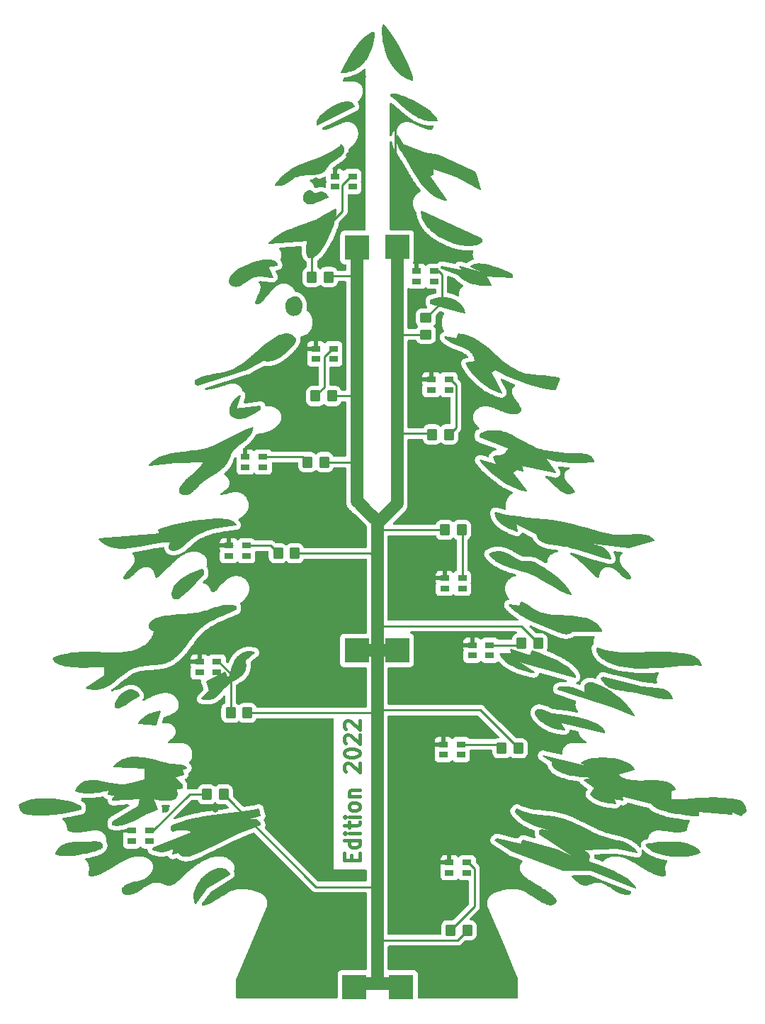
<source format=gtl>
G04 #@! TF.GenerationSoftware,KiCad,Pcbnew,(6.0.4-0)*
G04 #@! TF.CreationDate,2022-11-06T12:02:49+01:00*
G04 #@! TF.ProjectId,SL_Christmas_Tree_B,534c5f43-6872-4697-9374-6d61735f5472,rev?*
G04 #@! TF.SameCoordinates,Original*
G04 #@! TF.FileFunction,Copper,L1,Top*
G04 #@! TF.FilePolarity,Positive*
%FSLAX46Y46*%
G04 Gerber Fmt 4.6, Leading zero omitted, Abs format (unit mm)*
G04 Created by KiCad (PCBNEW (6.0.4-0)) date 2022-11-06 12:02:49*
%MOMM*%
%LPD*%
G01*
G04 APERTURE LIST*
G04 Aperture macros list*
%AMRoundRect*
0 Rectangle with rounded corners*
0 $1 Rounding radius*
0 $2 $3 $4 $5 $6 $7 $8 $9 X,Y pos of 4 corners*
0 Add a 4 corners polygon primitive as box body*
4,1,4,$2,$3,$4,$5,$6,$7,$8,$9,$2,$3,0*
0 Add four circle primitives for the rounded corners*
1,1,$1+$1,$2,$3*
1,1,$1+$1,$4,$5*
1,1,$1+$1,$6,$7*
1,1,$1+$1,$8,$9*
0 Add four rect primitives between the rounded corners*
20,1,$1+$1,$2,$3,$4,$5,0*
20,1,$1+$1,$4,$5,$6,$7,0*
20,1,$1+$1,$6,$7,$8,$9,0*
20,1,$1+$1,$8,$9,$2,$3,0*%
G04 Aperture macros list end*
G04 #@! TA.AperFunction,NonConductor*
%ADD10C,0.200000*%
G04 #@! TD*
%ADD11C,0.400000*%
G04 #@! TA.AperFunction,NonConductor*
%ADD12C,0.400000*%
G04 #@! TD*
G04 #@! TA.AperFunction,SMDPad,CuDef*
%ADD13R,1.100000X0.750000*%
G04 #@! TD*
G04 #@! TA.AperFunction,SMDPad,CuDef*
%ADD14RoundRect,0.250000X-0.350000X-0.450000X0.350000X-0.450000X0.350000X0.450000X-0.350000X0.450000X0*%
G04 #@! TD*
G04 #@! TA.AperFunction,SMDPad,CuDef*
%ADD15R,3.000000X3.000000*%
G04 #@! TD*
G04 #@! TA.AperFunction,SMDPad,CuDef*
%ADD16RoundRect,0.250000X0.350000X0.450000X-0.350000X0.450000X-0.350000X-0.450000X0.350000X-0.450000X0*%
G04 #@! TD*
G04 #@! TA.AperFunction,SMDPad,CuDef*
%ADD17RoundRect,0.250000X-0.450000X0.350000X-0.450000X-0.350000X0.450000X-0.350000X0.450000X0.350000X0*%
G04 #@! TD*
G04 #@! TA.AperFunction,ViaPad*
%ADD18C,0.800000*%
G04 #@! TD*
G04 #@! TA.AperFunction,Conductor*
%ADD19C,0.250000*%
G04 #@! TD*
G04 #@! TA.AperFunction,Conductor*
%ADD20C,1.500000*%
G04 #@! TD*
G04 APERTURE END LIST*
D10*
G36*
X89089550Y-85826897D02*
G01*
X89186662Y-85839604D01*
X89283286Y-85859180D01*
X89379311Y-85885943D01*
X89474626Y-85920212D01*
X89569121Y-85962303D01*
X89662687Y-86012535D01*
X89730213Y-86055013D01*
X89789577Y-86098510D01*
X89841092Y-86142948D01*
X89885075Y-86188250D01*
X89921840Y-86234337D01*
X89951703Y-86281132D01*
X89974980Y-86328557D01*
X89991985Y-86376534D01*
X90003035Y-86424986D01*
X90008444Y-86473835D01*
X90008528Y-86523003D01*
X90003603Y-86572413D01*
X89993983Y-86621986D01*
X89979984Y-86671644D01*
X89961921Y-86721311D01*
X89940110Y-86770908D01*
X89914867Y-86820358D01*
X89886505Y-86869583D01*
X89855342Y-86918505D01*
X89821692Y-86967045D01*
X89748193Y-87062674D01*
X89668532Y-87155847D01*
X89585230Y-87245942D01*
X89500813Y-87332337D01*
X89338720Y-87491539D01*
X88988564Y-87831632D01*
X88816712Y-87993398D01*
X88645433Y-88147840D01*
X88473542Y-88293603D01*
X88299856Y-88429333D01*
X88123191Y-88553675D01*
X87942364Y-88665277D01*
X87756190Y-88762783D01*
X87660729Y-88805827D01*
X87563487Y-88844840D01*
X87464316Y-88879652D01*
X87363069Y-88910094D01*
X87259598Y-88935997D01*
X87153755Y-88957191D01*
X87045391Y-88973508D01*
X86934359Y-88984777D01*
X86820510Y-88990830D01*
X86703698Y-88991498D01*
X86583773Y-88986611D01*
X86460589Y-88976000D01*
X86333996Y-88959495D01*
X86203847Y-88936928D01*
X84183606Y-90062584D01*
X78306523Y-91875481D01*
X78122869Y-91691818D01*
X78122869Y-91324501D01*
X78122846Y-91324501D01*
X78399643Y-91190275D01*
X78676295Y-91075077D01*
X78952796Y-90976437D01*
X79229140Y-90891888D01*
X79505321Y-90818960D01*
X79781331Y-90755184D01*
X80332815Y-90645213D01*
X80883542Y-90542225D01*
X81433459Y-90426466D01*
X81708098Y-90357627D01*
X81982515Y-90278188D01*
X82256705Y-90185681D01*
X82530660Y-90077637D01*
X82818078Y-89944327D01*
X83101151Y-89792584D01*
X83380143Y-89624432D01*
X83655315Y-89441897D01*
X83926929Y-89247005D01*
X84195248Y-89041781D01*
X84460532Y-88828251D01*
X84723045Y-88608441D01*
X85240805Y-88158080D01*
X85750623Y-87706903D01*
X86254595Y-87271115D01*
X86505045Y-87064056D01*
X86754819Y-86866921D01*
X87052924Y-86642308D01*
X87214723Y-86526104D01*
X87383841Y-86410689D01*
X87559395Y-86298606D01*
X87740503Y-86192396D01*
X87926280Y-86094602D01*
X88115844Y-86007765D01*
X88308311Y-85934427D01*
X88502799Y-85877129D01*
X88600524Y-85855290D01*
X88698423Y-85838414D01*
X88796386Y-85826819D01*
X88894301Y-85820823D01*
X88992060Y-85820743D01*
X89089550Y-85826897D01*
G37*
X89089550Y-85826897D02*
X89186662Y-85839604D01*
X89283286Y-85859180D01*
X89379311Y-85885943D01*
X89474626Y-85920212D01*
X89569121Y-85962303D01*
X89662687Y-86012535D01*
X89730213Y-86055013D01*
X89789577Y-86098510D01*
X89841092Y-86142948D01*
X89885075Y-86188250D01*
X89921840Y-86234337D01*
X89951703Y-86281132D01*
X89974980Y-86328557D01*
X89991985Y-86376534D01*
X90003035Y-86424986D01*
X90008444Y-86473835D01*
X90008528Y-86523003D01*
X90003603Y-86572413D01*
X89993983Y-86621986D01*
X89979984Y-86671644D01*
X89961921Y-86721311D01*
X89940110Y-86770908D01*
X89914867Y-86820358D01*
X89886505Y-86869583D01*
X89855342Y-86918505D01*
X89821692Y-86967045D01*
X89748193Y-87062674D01*
X89668532Y-87155847D01*
X89585230Y-87245942D01*
X89500813Y-87332337D01*
X89338720Y-87491539D01*
X88988564Y-87831632D01*
X88816712Y-87993398D01*
X88645433Y-88147840D01*
X88473542Y-88293603D01*
X88299856Y-88429333D01*
X88123191Y-88553675D01*
X87942364Y-88665277D01*
X87756190Y-88762783D01*
X87660729Y-88805827D01*
X87563487Y-88844840D01*
X87464316Y-88879652D01*
X87363069Y-88910094D01*
X87259598Y-88935997D01*
X87153755Y-88957191D01*
X87045391Y-88973508D01*
X86934359Y-88984777D01*
X86820510Y-88990830D01*
X86703698Y-88991498D01*
X86583773Y-88986611D01*
X86460589Y-88976000D01*
X86333996Y-88959495D01*
X86203847Y-88936928D01*
X84183606Y-90062584D01*
X78306523Y-91875481D01*
X78122869Y-91691818D01*
X78122869Y-91324501D01*
X78122846Y-91324501D01*
X78399643Y-91190275D01*
X78676295Y-91075077D01*
X78952796Y-90976437D01*
X79229140Y-90891888D01*
X79505321Y-90818960D01*
X79781331Y-90755184D01*
X80332815Y-90645213D01*
X80883542Y-90542225D01*
X81433459Y-90426466D01*
X81708098Y-90357627D01*
X81982515Y-90278188D01*
X82256705Y-90185681D01*
X82530660Y-90077637D01*
X82818078Y-89944327D01*
X83101151Y-89792584D01*
X83380143Y-89624432D01*
X83655315Y-89441897D01*
X83926929Y-89247005D01*
X84195248Y-89041781D01*
X84460532Y-88828251D01*
X84723045Y-88608441D01*
X85240805Y-88158080D01*
X85750623Y-87706903D01*
X86254595Y-87271115D01*
X86505045Y-87064056D01*
X86754819Y-86866921D01*
X87052924Y-86642308D01*
X87214723Y-86526104D01*
X87383841Y-86410689D01*
X87559395Y-86298606D01*
X87740503Y-86192396D01*
X87926280Y-86094602D01*
X88115844Y-86007765D01*
X88308311Y-85934427D01*
X88502799Y-85877129D01*
X88600524Y-85855290D01*
X88698423Y-85838414D01*
X88796386Y-85826819D01*
X88894301Y-85820823D01*
X88992060Y-85820743D01*
X89089550Y-85826897D01*
G36*
X113919283Y-97362597D02*
G01*
X114130099Y-97376242D01*
X114338072Y-97401353D01*
X114543458Y-97437210D01*
X114746513Y-97483093D01*
X114947491Y-97538282D01*
X115146648Y-97602056D01*
X115540523Y-97752485D01*
X115930181Y-97928621D01*
X116317668Y-98124704D01*
X117094303Y-98553677D01*
X117886782Y-98993335D01*
X118294075Y-99202773D01*
X118711461Y-99397606D01*
X118925512Y-99485363D01*
X119139868Y-99561739D01*
X119354578Y-99627913D01*
X119569694Y-99685059D01*
X119785264Y-99734355D01*
X120001340Y-99776977D01*
X120435210Y-99846906D01*
X121311230Y-99958440D01*
X121754184Y-100018869D01*
X121977073Y-100054367D01*
X122200971Y-100094956D01*
X122310146Y-100113194D01*
X122423313Y-100126775D01*
X122660025Y-100142134D01*
X122907907Y-100145370D01*
X123163757Y-100140823D01*
X123686561Y-100125733D01*
X123947114Y-100123868D01*
X124202832Y-100131574D01*
X124450517Y-100153190D01*
X124570346Y-100170570D01*
X124686966Y-100193054D01*
X124799977Y-100221186D01*
X124908979Y-100255507D01*
X125013572Y-100296559D01*
X125113356Y-100344885D01*
X125207931Y-100401027D01*
X125296896Y-100465528D01*
X125379852Y-100538930D01*
X125456399Y-100621775D01*
X125526136Y-100714605D01*
X125588663Y-100817964D01*
X125643580Y-100932392D01*
X125690488Y-101058434D01*
X124165750Y-101110257D01*
X123448526Y-101120673D01*
X123095727Y-101116425D01*
X122744718Y-101103748D01*
X122393935Y-101081044D01*
X122041813Y-101046721D01*
X121686791Y-100999184D01*
X121327302Y-100936836D01*
X120961784Y-100858084D01*
X120588672Y-100761333D01*
X120206403Y-100644988D01*
X119813413Y-100507454D01*
X121099027Y-102344040D01*
X117058530Y-101425751D01*
X117242192Y-102160393D01*
X116507558Y-101976730D01*
X115956578Y-102344040D01*
X117609510Y-104547943D01*
X117214407Y-104452832D01*
X116822052Y-104332522D01*
X116433305Y-104188571D01*
X116049026Y-104022538D01*
X115670079Y-103835979D01*
X115297322Y-103630454D01*
X114931619Y-103407520D01*
X114573829Y-103168735D01*
X114224814Y-102915656D01*
X113885435Y-102649843D01*
X113556553Y-102372853D01*
X113239030Y-102086243D01*
X112933727Y-101791572D01*
X112641504Y-101490398D01*
X112363222Y-101184278D01*
X112099744Y-100874771D01*
X114119985Y-101425743D01*
X113752668Y-100507446D01*
X113936330Y-100323784D01*
X114093151Y-100337466D01*
X114167239Y-100340962D01*
X114238597Y-100342208D01*
X114307337Y-100341191D01*
X114373575Y-100337896D01*
X114437423Y-100332309D01*
X114498995Y-100324414D01*
X114558404Y-100314199D01*
X114615765Y-100301648D01*
X114671190Y-100286746D01*
X114724794Y-100269481D01*
X114776690Y-100249836D01*
X114826991Y-100227799D01*
X114875811Y-100203354D01*
X114923265Y-100176487D01*
X114969464Y-100147184D01*
X115014524Y-100115430D01*
X115058557Y-100081211D01*
X115101677Y-100044512D01*
X115143997Y-100005319D01*
X115185633Y-99963619D01*
X115226696Y-99919395D01*
X115267300Y-99872634D01*
X115347588Y-99771444D01*
X115427405Y-99659933D01*
X115507660Y-99537986D01*
X115589261Y-99405487D01*
X112099744Y-98119873D01*
X112099744Y-97752579D01*
X112342503Y-97648584D01*
X112580374Y-97561814D01*
X112813614Y-97491549D01*
X113042478Y-97437069D01*
X113267221Y-97397653D01*
X113488100Y-97372582D01*
X113705368Y-97361137D01*
X113919283Y-97362597D01*
G37*
X113919283Y-97362597D02*
X114130099Y-97376242D01*
X114338072Y-97401353D01*
X114543458Y-97437210D01*
X114746513Y-97483093D01*
X114947491Y-97538282D01*
X115146648Y-97602056D01*
X115540523Y-97752485D01*
X115930181Y-97928621D01*
X116317668Y-98124704D01*
X117094303Y-98553677D01*
X117886782Y-98993335D01*
X118294075Y-99202773D01*
X118711461Y-99397606D01*
X118925512Y-99485363D01*
X119139868Y-99561739D01*
X119354578Y-99627913D01*
X119569694Y-99685059D01*
X119785264Y-99734355D01*
X120001340Y-99776977D01*
X120435210Y-99846906D01*
X121311230Y-99958440D01*
X121754184Y-100018869D01*
X121977073Y-100054367D01*
X122200971Y-100094956D01*
X122310146Y-100113194D01*
X122423313Y-100126775D01*
X122660025Y-100142134D01*
X122907907Y-100145370D01*
X123163757Y-100140823D01*
X123686561Y-100125733D01*
X123947114Y-100123868D01*
X124202832Y-100131574D01*
X124450517Y-100153190D01*
X124570346Y-100170570D01*
X124686966Y-100193054D01*
X124799977Y-100221186D01*
X124908979Y-100255507D01*
X125013572Y-100296559D01*
X125113356Y-100344885D01*
X125207931Y-100401027D01*
X125296896Y-100465528D01*
X125379852Y-100538930D01*
X125456399Y-100621775D01*
X125526136Y-100714605D01*
X125588663Y-100817964D01*
X125643580Y-100932392D01*
X125690488Y-101058434D01*
X124165750Y-101110257D01*
X123448526Y-101120673D01*
X123095727Y-101116425D01*
X122744718Y-101103748D01*
X122393935Y-101081044D01*
X122041813Y-101046721D01*
X121686791Y-100999184D01*
X121327302Y-100936836D01*
X120961784Y-100858084D01*
X120588672Y-100761333D01*
X120206403Y-100644988D01*
X119813413Y-100507454D01*
X121099027Y-102344040D01*
X117058530Y-101425751D01*
X117242192Y-102160393D01*
X116507558Y-101976730D01*
X115956578Y-102344040D01*
X117609510Y-104547943D01*
X117214407Y-104452832D01*
X116822052Y-104332522D01*
X116433305Y-104188571D01*
X116049026Y-104022538D01*
X115670079Y-103835979D01*
X115297322Y-103630454D01*
X114931619Y-103407520D01*
X114573829Y-103168735D01*
X114224814Y-102915656D01*
X113885435Y-102649843D01*
X113556553Y-102372853D01*
X113239030Y-102086243D01*
X112933727Y-101791572D01*
X112641504Y-101490398D01*
X112363222Y-101184278D01*
X112099744Y-100874771D01*
X114119985Y-101425743D01*
X113752668Y-100507446D01*
X113936330Y-100323784D01*
X114093151Y-100337466D01*
X114167239Y-100340962D01*
X114238597Y-100342208D01*
X114307337Y-100341191D01*
X114373575Y-100337896D01*
X114437423Y-100332309D01*
X114498995Y-100324414D01*
X114558404Y-100314199D01*
X114615765Y-100301648D01*
X114671190Y-100286746D01*
X114724794Y-100269481D01*
X114776690Y-100249836D01*
X114826991Y-100227799D01*
X114875811Y-100203354D01*
X114923265Y-100176487D01*
X114969464Y-100147184D01*
X115014524Y-100115430D01*
X115058557Y-100081211D01*
X115101677Y-100044512D01*
X115143997Y-100005319D01*
X115185633Y-99963619D01*
X115226696Y-99919395D01*
X115267300Y-99872634D01*
X115347588Y-99771444D01*
X115427405Y-99659933D01*
X115507660Y-99537986D01*
X115589261Y-99405487D01*
X112099744Y-98119873D01*
X112099744Y-97752579D01*
X112342503Y-97648584D01*
X112580374Y-97561814D01*
X112813614Y-97491549D01*
X113042478Y-97437069D01*
X113267221Y-97397653D01*
X113488100Y-97372582D01*
X113705368Y-97361137D01*
X113919283Y-97362597D01*
G36*
X85836537Y-143299942D02*
G01*
X84550924Y-143667267D01*
X84550924Y-143850922D01*
X84674430Y-143826198D01*
X84791103Y-143805472D01*
X84901176Y-143789576D01*
X85004878Y-143779346D01*
X85054412Y-143776615D01*
X85102441Y-143775614D01*
X85148992Y-143776445D01*
X85194096Y-143779214D01*
X85237780Y-143784025D01*
X85280073Y-143790981D01*
X85321006Y-143800187D01*
X85360605Y-143811747D01*
X85398901Y-143825765D01*
X85435922Y-143842346D01*
X85471698Y-143861594D01*
X85506256Y-143883613D01*
X85539626Y-143908507D01*
X85571836Y-143936381D01*
X85602917Y-143967339D01*
X85632895Y-144001484D01*
X85661802Y-144038921D01*
X85689664Y-144079755D01*
X85716512Y-144124089D01*
X85742373Y-144172028D01*
X85767278Y-144223676D01*
X85791254Y-144279138D01*
X85814331Y-144338516D01*
X85836537Y-144401917D01*
X85385228Y-144551394D01*
X84938886Y-144710794D01*
X84058575Y-145055777D01*
X83190544Y-145429684D01*
X82329734Y-145825331D01*
X80609537Y-146653120D01*
X79740029Y-147070899D01*
X78857503Y-147481690D01*
X78169326Y-147807514D01*
X77981311Y-147890250D01*
X77790380Y-147967098D01*
X77598269Y-148034858D01*
X77406714Y-148090330D01*
X77311687Y-148112459D01*
X77217451Y-148130315D01*
X77124221Y-148143500D01*
X77032216Y-148151612D01*
X76941652Y-148154253D01*
X76852746Y-148151022D01*
X76765715Y-148141519D01*
X76680776Y-148125345D01*
X76598146Y-148102098D01*
X76518042Y-148071380D01*
X76440681Y-148032790D01*
X76366281Y-147985928D01*
X76295057Y-147930395D01*
X76227228Y-147865789D01*
X76163010Y-147791712D01*
X76102620Y-147707764D01*
X75367986Y-147891434D01*
X75551648Y-147156799D01*
X75378064Y-147235938D01*
X75210553Y-147307990D01*
X75048184Y-147372540D01*
X74890021Y-147429175D01*
X74735132Y-147477480D01*
X74582583Y-147517040D01*
X74431441Y-147547440D01*
X74280771Y-147568266D01*
X74129641Y-147579103D01*
X73977117Y-147579538D01*
X73822266Y-147569154D01*
X73664153Y-147547537D01*
X73501846Y-147514274D01*
X73334410Y-147468948D01*
X73160913Y-147411147D01*
X72980420Y-147340454D01*
X72980420Y-147156799D01*
X77755551Y-145320206D01*
X77688455Y-145266528D01*
X77620783Y-145217678D01*
X77552546Y-145173482D01*
X77483750Y-145133767D01*
X77414407Y-145098358D01*
X77344524Y-145067083D01*
X77274112Y-145039768D01*
X77203178Y-145016240D01*
X77131732Y-144996325D01*
X77059784Y-144979849D01*
X76914413Y-144956523D01*
X76767140Y-144944875D01*
X76618036Y-144943516D01*
X76467174Y-144951059D01*
X76314626Y-144966115D01*
X76160464Y-144987298D01*
X76004761Y-145013220D01*
X75367986Y-145136536D01*
X75184323Y-144952881D01*
X75184323Y-144585556D01*
X75808714Y-144331722D01*
X76439802Y-144111039D01*
X77077006Y-143920048D01*
X77719746Y-143755290D01*
X78367441Y-143613306D01*
X79019508Y-143490638D01*
X80334439Y-143289410D01*
X82991213Y-142966540D01*
X84323757Y-142789555D01*
X84989035Y-142685069D01*
X85652875Y-142565308D01*
X85836537Y-143299942D01*
G37*
X85836537Y-143299942D02*
X84550924Y-143667267D01*
X84550924Y-143850922D01*
X84674430Y-143826198D01*
X84791103Y-143805472D01*
X84901176Y-143789576D01*
X85004878Y-143779346D01*
X85054412Y-143776615D01*
X85102441Y-143775614D01*
X85148992Y-143776445D01*
X85194096Y-143779214D01*
X85237780Y-143784025D01*
X85280073Y-143790981D01*
X85321006Y-143800187D01*
X85360605Y-143811747D01*
X85398901Y-143825765D01*
X85435922Y-143842346D01*
X85471698Y-143861594D01*
X85506256Y-143883613D01*
X85539626Y-143908507D01*
X85571836Y-143936381D01*
X85602917Y-143967339D01*
X85632895Y-144001484D01*
X85661802Y-144038921D01*
X85689664Y-144079755D01*
X85716512Y-144124089D01*
X85742373Y-144172028D01*
X85767278Y-144223676D01*
X85791254Y-144279138D01*
X85814331Y-144338516D01*
X85836537Y-144401917D01*
X85385228Y-144551394D01*
X84938886Y-144710794D01*
X84058575Y-145055777D01*
X83190544Y-145429684D01*
X82329734Y-145825331D01*
X80609537Y-146653120D01*
X79740029Y-147070899D01*
X78857503Y-147481690D01*
X78169326Y-147807514D01*
X77981311Y-147890250D01*
X77790380Y-147967098D01*
X77598269Y-148034858D01*
X77406714Y-148090330D01*
X77311687Y-148112459D01*
X77217451Y-148130315D01*
X77124221Y-148143500D01*
X77032216Y-148151612D01*
X76941652Y-148154253D01*
X76852746Y-148151022D01*
X76765715Y-148141519D01*
X76680776Y-148125345D01*
X76598146Y-148102098D01*
X76518042Y-148071380D01*
X76440681Y-148032790D01*
X76366281Y-147985928D01*
X76295057Y-147930395D01*
X76227228Y-147865789D01*
X76163010Y-147791712D01*
X76102620Y-147707764D01*
X75367986Y-147891434D01*
X75551648Y-147156799D01*
X75378064Y-147235938D01*
X75210553Y-147307990D01*
X75048184Y-147372540D01*
X74890021Y-147429175D01*
X74735132Y-147477480D01*
X74582583Y-147517040D01*
X74431441Y-147547440D01*
X74280771Y-147568266D01*
X74129641Y-147579103D01*
X73977117Y-147579538D01*
X73822266Y-147569154D01*
X73664153Y-147547537D01*
X73501846Y-147514274D01*
X73334410Y-147468948D01*
X73160913Y-147411147D01*
X72980420Y-147340454D01*
X72980420Y-147156799D01*
X77755551Y-145320206D01*
X77688455Y-145266528D01*
X77620783Y-145217678D01*
X77552546Y-145173482D01*
X77483750Y-145133767D01*
X77414407Y-145098358D01*
X77344524Y-145067083D01*
X77274112Y-145039768D01*
X77203178Y-145016240D01*
X77131732Y-144996325D01*
X77059784Y-144979849D01*
X76914413Y-144956523D01*
X76767140Y-144944875D01*
X76618036Y-144943516D01*
X76467174Y-144951059D01*
X76314626Y-144966115D01*
X76160464Y-144987298D01*
X76004761Y-145013220D01*
X75367986Y-145136536D01*
X75184323Y-144952881D01*
X75184323Y-144585556D01*
X75808714Y-144331722D01*
X76439802Y-144111039D01*
X77077006Y-143920048D01*
X77719746Y-143755290D01*
X78367441Y-143613306D01*
X79019508Y-143490638D01*
X80334439Y-143289410D01*
X82991213Y-142966540D01*
X84323757Y-142789555D01*
X84989035Y-142685069D01*
X85652875Y-142565308D01*
X85836537Y-143299942D01*
G36*
X71327481Y-132280426D02*
G01*
X71327489Y-132280411D01*
X71327492Y-132280411D01*
X71327481Y-132280426D01*
G37*
X71327481Y-132280426D02*
X71327489Y-132280411D01*
X71327492Y-132280411D01*
X71327481Y-132280426D01*
G36*
X82897992Y-94814018D02*
G01*
X85836537Y-94446709D01*
X85836537Y-94814018D01*
X85836545Y-94814018D01*
X85229194Y-95191865D01*
X84887004Y-95389415D01*
X84709547Y-95483640D01*
X84529092Y-95572276D01*
X84346574Y-95653407D01*
X84162924Y-95725117D01*
X83979078Y-95785490D01*
X83795968Y-95832609D01*
X83614527Y-95864557D01*
X83524724Y-95874244D01*
X83435688Y-95879420D01*
X83347536Y-95879845D01*
X83260385Y-95875279D01*
X83174351Y-95865484D01*
X83089551Y-95850220D01*
X82940741Y-95812150D01*
X82807566Y-95765724D01*
X82689495Y-95711483D01*
X82585996Y-95649964D01*
X82496539Y-95581707D01*
X82420593Y-95507251D01*
X82357627Y-95427134D01*
X82307109Y-95341896D01*
X82268510Y-95252075D01*
X82241298Y-95158212D01*
X82224943Y-95060843D01*
X82218912Y-94960509D01*
X82222676Y-94857749D01*
X82235703Y-94753101D01*
X82257463Y-94647105D01*
X82287424Y-94540299D01*
X82325056Y-94433222D01*
X82369828Y-94326413D01*
X82421208Y-94220412D01*
X82478666Y-94115758D01*
X82541671Y-94012988D01*
X82609692Y-93912643D01*
X82682198Y-93815261D01*
X82758658Y-93721381D01*
X82838541Y-93631542D01*
X82921316Y-93546283D01*
X83006453Y-93466143D01*
X83093420Y-93391662D01*
X83181686Y-93323377D01*
X83270721Y-93261828D01*
X83359993Y-93207555D01*
X83448972Y-93161095D01*
X82897992Y-94814018D01*
G37*
X82897992Y-94814018D02*
X85836537Y-94446709D01*
X85836537Y-94814018D01*
X85836545Y-94814018D01*
X85229194Y-95191865D01*
X84887004Y-95389415D01*
X84709547Y-95483640D01*
X84529092Y-95572276D01*
X84346574Y-95653407D01*
X84162924Y-95725117D01*
X83979078Y-95785490D01*
X83795968Y-95832609D01*
X83614527Y-95864557D01*
X83524724Y-95874244D01*
X83435688Y-95879420D01*
X83347536Y-95879845D01*
X83260385Y-95875279D01*
X83174351Y-95865484D01*
X83089551Y-95850220D01*
X82940741Y-95812150D01*
X82807566Y-95765724D01*
X82689495Y-95711483D01*
X82585996Y-95649964D01*
X82496539Y-95581707D01*
X82420593Y-95507251D01*
X82357627Y-95427134D01*
X82307109Y-95341896D01*
X82268510Y-95252075D01*
X82241298Y-95158212D01*
X82224943Y-95060843D01*
X82218912Y-94960509D01*
X82222676Y-94857749D01*
X82235703Y-94753101D01*
X82257463Y-94647105D01*
X82287424Y-94540299D01*
X82325056Y-94433222D01*
X82369828Y-94326413D01*
X82421208Y-94220412D01*
X82478666Y-94115758D01*
X82541671Y-94012988D01*
X82609692Y-93912643D01*
X82682198Y-93815261D01*
X82758658Y-93721381D01*
X82838541Y-93631542D01*
X82921316Y-93546283D01*
X83006453Y-93466143D01*
X83093420Y-93391662D01*
X83181686Y-93323377D01*
X83270721Y-93261828D01*
X83359993Y-93207555D01*
X83448972Y-93161095D01*
X82897992Y-94814018D01*
G36*
X109528516Y-85814737D02*
G01*
X109528508Y-85814736D01*
X109528516Y-85814736D01*
X109528516Y-85814737D01*
G37*
X109528516Y-85814737D02*
X109528508Y-85814736D01*
X109528516Y-85814736D01*
X109528516Y-85814737D01*
G36*
X79041158Y-114098198D02*
G01*
X79041158Y-114465508D01*
X79041150Y-114465508D01*
X78911743Y-114583084D01*
X78751969Y-114741571D01*
X78358664Y-115153866D01*
X77895923Y-115647571D01*
X77398435Y-116167868D01*
X77147500Y-116420857D01*
X76900886Y-116659936D01*
X76662929Y-116878252D01*
X76437965Y-117068954D01*
X76230330Y-117225189D01*
X76134366Y-117288239D01*
X76044360Y-117340104D01*
X75960854Y-117379925D01*
X75884391Y-117406846D01*
X75815511Y-117420011D01*
X75754758Y-117418564D01*
X75689851Y-117404722D01*
X75631175Y-117385251D01*
X75578511Y-117360477D01*
X75531638Y-117330730D01*
X75490334Y-117296338D01*
X75454380Y-117257629D01*
X75423554Y-117214931D01*
X75397637Y-117168574D01*
X75376407Y-117118884D01*
X75359645Y-117066190D01*
X75347128Y-117010822D01*
X75338637Y-116953106D01*
X75333952Y-116893372D01*
X75332851Y-116831947D01*
X75335114Y-116769161D01*
X75340520Y-116705341D01*
X75359880Y-116575912D01*
X75389166Y-116446289D01*
X75426613Y-116319098D01*
X75470457Y-116196965D01*
X75518932Y-116082517D01*
X75570273Y-115978380D01*
X75622717Y-115887181D01*
X75674497Y-115811546D01*
X75807056Y-115651311D01*
X75957678Y-115494533D01*
X76124389Y-115341664D01*
X76305215Y-115193152D01*
X76498181Y-115049447D01*
X76701314Y-114910999D01*
X76912640Y-114778258D01*
X77130183Y-114651671D01*
X77351971Y-114531691D01*
X77576029Y-114418765D01*
X77800383Y-114313343D01*
X78023058Y-114215876D01*
X78242081Y-114126812D01*
X78455478Y-114046600D01*
X78661274Y-113975692D01*
X78857495Y-113914536D01*
X79041158Y-114098198D01*
G37*
X79041158Y-114098198D02*
X79041158Y-114465508D01*
X79041150Y-114465508D01*
X78911743Y-114583084D01*
X78751969Y-114741571D01*
X78358664Y-115153866D01*
X77895923Y-115647571D01*
X77398435Y-116167868D01*
X77147500Y-116420857D01*
X76900886Y-116659936D01*
X76662929Y-116878252D01*
X76437965Y-117068954D01*
X76230330Y-117225189D01*
X76134366Y-117288239D01*
X76044360Y-117340104D01*
X75960854Y-117379925D01*
X75884391Y-117406846D01*
X75815511Y-117420011D01*
X75754758Y-117418564D01*
X75689851Y-117404722D01*
X75631175Y-117385251D01*
X75578511Y-117360477D01*
X75531638Y-117330730D01*
X75490334Y-117296338D01*
X75454380Y-117257629D01*
X75423554Y-117214931D01*
X75397637Y-117168574D01*
X75376407Y-117118884D01*
X75359645Y-117066190D01*
X75347128Y-117010822D01*
X75338637Y-116953106D01*
X75333952Y-116893372D01*
X75332851Y-116831947D01*
X75335114Y-116769161D01*
X75340520Y-116705341D01*
X75359880Y-116575912D01*
X75389166Y-116446289D01*
X75426613Y-116319098D01*
X75470457Y-116196965D01*
X75518932Y-116082517D01*
X75570273Y-115978380D01*
X75622717Y-115887181D01*
X75674497Y-115811546D01*
X75807056Y-115651311D01*
X75957678Y-115494533D01*
X76124389Y-115341664D01*
X76305215Y-115193152D01*
X76498181Y-115049447D01*
X76701314Y-114910999D01*
X76912640Y-114778258D01*
X77130183Y-114651671D01*
X77351971Y-114531691D01*
X77576029Y-114418765D01*
X77800383Y-114313343D01*
X78023058Y-114215876D01*
X78242081Y-114126812D01*
X78455478Y-114046600D01*
X78661274Y-113975692D01*
X78857495Y-113914536D01*
X79041158Y-114098198D01*
G36*
X134897062Y-146471532D02*
G01*
X135391360Y-146493494D01*
X135878083Y-146539054D01*
X136348776Y-146610461D01*
X136794987Y-146709967D01*
X137006270Y-146770961D01*
X137208263Y-146839823D01*
X137399909Y-146916834D01*
X137580151Y-147002278D01*
X137747933Y-147096434D01*
X137902199Y-147199583D01*
X138041890Y-147312008D01*
X138165952Y-147433990D01*
X138273327Y-147565810D01*
X138362958Y-147707749D01*
X138220101Y-147775461D01*
X138062905Y-147837640D01*
X137709732Y-147945119D01*
X137311916Y-148029639D01*
X136877933Y-148090650D01*
X136416262Y-148127605D01*
X135935379Y-148139954D01*
X135443762Y-148127148D01*
X134949887Y-148088640D01*
X134462233Y-148023881D01*
X133989275Y-147932323D01*
X133539492Y-147813416D01*
X133121359Y-147666612D01*
X132926812Y-147582578D01*
X132743356Y-147491363D01*
X132572051Y-147392900D01*
X132413958Y-147287120D01*
X132270135Y-147173955D01*
X132141643Y-147053335D01*
X132029541Y-146925193D01*
X131934888Y-146789459D01*
X132245537Y-146709260D01*
X132607780Y-146636904D01*
X133013165Y-146574640D01*
X133453239Y-146524721D01*
X133919548Y-146489396D01*
X134403640Y-146470916D01*
X134897062Y-146471532D01*
G37*
X134897062Y-146471532D02*
X135391360Y-146493494D01*
X135878083Y-146539054D01*
X136348776Y-146610461D01*
X136794987Y-146709967D01*
X137006270Y-146770961D01*
X137208263Y-146839823D01*
X137399909Y-146916834D01*
X137580151Y-147002278D01*
X137747933Y-147096434D01*
X137902199Y-147199583D01*
X138041890Y-147312008D01*
X138165952Y-147433990D01*
X138273327Y-147565810D01*
X138362958Y-147707749D01*
X138220101Y-147775461D01*
X138062905Y-147837640D01*
X137709732Y-147945119D01*
X137311916Y-148029639D01*
X136877933Y-148090650D01*
X136416262Y-148127605D01*
X135935379Y-148139954D01*
X135443762Y-148127148D01*
X134949887Y-148088640D01*
X134462233Y-148023881D01*
X133989275Y-147932323D01*
X133539492Y-147813416D01*
X133121359Y-147666612D01*
X132926812Y-147582578D01*
X132743356Y-147491363D01*
X132572051Y-147392900D01*
X132413958Y-147287120D01*
X132270135Y-147173955D01*
X132141643Y-147053335D01*
X132029541Y-146925193D01*
X131934888Y-146789459D01*
X132245537Y-146709260D01*
X132607780Y-146636904D01*
X133013165Y-146574640D01*
X133453239Y-146524721D01*
X133919548Y-146489396D01*
X134403640Y-146470916D01*
X134897062Y-146471532D01*
G36*
X109808577Y-85858677D02*
G01*
X110078335Y-85914189D01*
X110338377Y-85980700D01*
X110589295Y-86057638D01*
X110831685Y-86144433D01*
X111066141Y-86240512D01*
X111293257Y-86345305D01*
X111513627Y-86458239D01*
X111727846Y-86578743D01*
X111936508Y-86706246D01*
X112339537Y-86979963D01*
X112727469Y-87274818D01*
X113105058Y-87586239D01*
X114607059Y-88906151D01*
X115004241Y-89231828D01*
X115419604Y-89546641D01*
X115857901Y-89846019D01*
X116087136Y-89988491D01*
X116323888Y-90125389D01*
X116637227Y-90282807D01*
X116956385Y-90412162D01*
X117280675Y-90516782D01*
X117609407Y-90599997D01*
X117941893Y-90665137D01*
X118277444Y-90715529D01*
X118615371Y-90754505D01*
X118954985Y-90785393D01*
X119636520Y-90836222D01*
X120316540Y-90894651D01*
X120654259Y-90935039D01*
X120989533Y-90987314D01*
X121321674Y-91054807D01*
X121649991Y-91140846D01*
X121099012Y-92426453D01*
X120641704Y-92379783D01*
X120180882Y-92314876D01*
X119717576Y-92232710D01*
X119252814Y-92134262D01*
X118787623Y-92020511D01*
X118323031Y-91892434D01*
X117860068Y-91751009D01*
X117399761Y-91597214D01*
X116943139Y-91432027D01*
X116491230Y-91256427D01*
X116045061Y-91071390D01*
X115605662Y-90877896D01*
X115174060Y-90676921D01*
X114751284Y-90469444D01*
X113936322Y-90038895D01*
X113385350Y-90406204D01*
X114670957Y-92793770D01*
X114520244Y-92757405D01*
X114367823Y-92713514D01*
X114059023Y-92604290D01*
X113746889Y-92468366D01*
X113433753Y-92308012D01*
X113121946Y-92125498D01*
X112813802Y-91923093D01*
X112511652Y-91703065D01*
X112217827Y-91467685D01*
X111934660Y-91219221D01*
X111664484Y-90959943D01*
X111409629Y-90692119D01*
X111172428Y-90418020D01*
X110955213Y-90139915D01*
X110760317Y-89860072D01*
X110590070Y-89580762D01*
X110446805Y-89304253D01*
X111548757Y-89120590D01*
X111527319Y-88933261D01*
X111493363Y-88759687D01*
X111447539Y-88599109D01*
X111390496Y-88450768D01*
X111322883Y-88313903D01*
X111245351Y-88187757D01*
X111158549Y-88071568D01*
X111063126Y-87964579D01*
X110959732Y-87866029D01*
X110849016Y-87775160D01*
X110731628Y-87691211D01*
X110608218Y-87613423D01*
X110345928Y-87473294D01*
X110067343Y-87348697D01*
X109482070Y-87121799D01*
X109185776Y-87007347D01*
X108893972Y-86884127D01*
X108611853Y-86746063D01*
X108476050Y-86669565D01*
X108344617Y-86587079D01*
X108218204Y-86497844D01*
X108097460Y-86401101D01*
X107983034Y-86296090D01*
X107875577Y-86182053D01*
X109344854Y-86365715D01*
X109528516Y-85814737D01*
X109808577Y-85858677D01*
G37*
X109808577Y-85858677D02*
X110078335Y-85914189D01*
X110338377Y-85980700D01*
X110589295Y-86057638D01*
X110831685Y-86144433D01*
X111066141Y-86240512D01*
X111293257Y-86345305D01*
X111513627Y-86458239D01*
X111727846Y-86578743D01*
X111936508Y-86706246D01*
X112339537Y-86979963D01*
X112727469Y-87274818D01*
X113105058Y-87586239D01*
X114607059Y-88906151D01*
X115004241Y-89231828D01*
X115419604Y-89546641D01*
X115857901Y-89846019D01*
X116087136Y-89988491D01*
X116323888Y-90125389D01*
X116637227Y-90282807D01*
X116956385Y-90412162D01*
X117280675Y-90516782D01*
X117609407Y-90599997D01*
X117941893Y-90665137D01*
X118277444Y-90715529D01*
X118615371Y-90754505D01*
X118954985Y-90785393D01*
X119636520Y-90836222D01*
X120316540Y-90894651D01*
X120654259Y-90935039D01*
X120989533Y-90987314D01*
X121321674Y-91054807D01*
X121649991Y-91140846D01*
X121099012Y-92426453D01*
X120641704Y-92379783D01*
X120180882Y-92314876D01*
X119717576Y-92232710D01*
X119252814Y-92134262D01*
X118787623Y-92020511D01*
X118323031Y-91892434D01*
X117860068Y-91751009D01*
X117399761Y-91597214D01*
X116943139Y-91432027D01*
X116491230Y-91256427D01*
X116045061Y-91071390D01*
X115605662Y-90877896D01*
X115174060Y-90676921D01*
X114751284Y-90469444D01*
X113936322Y-90038895D01*
X113385350Y-90406204D01*
X114670957Y-92793770D01*
X114520244Y-92757405D01*
X114367823Y-92713514D01*
X114059023Y-92604290D01*
X113746889Y-92468366D01*
X113433753Y-92308012D01*
X113121946Y-92125498D01*
X112813802Y-91923093D01*
X112511652Y-91703065D01*
X112217827Y-91467685D01*
X111934660Y-91219221D01*
X111664484Y-90959943D01*
X111409629Y-90692119D01*
X111172428Y-90418020D01*
X110955213Y-90139915D01*
X110760317Y-89860072D01*
X110590070Y-89580762D01*
X110446805Y-89304253D01*
X111548757Y-89120590D01*
X111527319Y-88933261D01*
X111493363Y-88759687D01*
X111447539Y-88599109D01*
X111390496Y-88450768D01*
X111322883Y-88313903D01*
X111245351Y-88187757D01*
X111158549Y-88071568D01*
X111063126Y-87964579D01*
X110959732Y-87866029D01*
X110849016Y-87775160D01*
X110731628Y-87691211D01*
X110608218Y-87613423D01*
X110345928Y-87473294D01*
X110067343Y-87348697D01*
X109482070Y-87121799D01*
X109185776Y-87007347D01*
X108893972Y-86884127D01*
X108611853Y-86746063D01*
X108476050Y-86669565D01*
X108344617Y-86587079D01*
X108218204Y-86497844D01*
X108097460Y-86401101D01*
X107983034Y-86296090D01*
X107875577Y-86182053D01*
X109344854Y-86365715D01*
X109528516Y-85814737D01*
X109808577Y-85858677D01*
G36*
X70596229Y-128321361D02*
G01*
X70753564Y-128379490D01*
X70906657Y-128471321D01*
X71054208Y-128599408D01*
X71194918Y-128766304D01*
X71327489Y-128974564D01*
X71053377Y-129158584D01*
X70778458Y-129341230D01*
X70502335Y-129522088D01*
X70224614Y-129700745D01*
X69860952Y-129935665D01*
X69769427Y-129993768D01*
X69677371Y-130050831D01*
X69584638Y-130106461D01*
X69491086Y-130160263D01*
X69271943Y-130273713D01*
X69083631Y-130351917D01*
X68924850Y-130397428D01*
X68794303Y-130412800D01*
X68690689Y-130400587D01*
X68612710Y-130363341D01*
X68559067Y-130303618D01*
X68528460Y-130223970D01*
X68519591Y-130126951D01*
X68531161Y-130015115D01*
X68561871Y-129891016D01*
X68610421Y-129757206D01*
X68675513Y-129616240D01*
X68755848Y-129470672D01*
X68850127Y-129323055D01*
X68957050Y-129175943D01*
X69075318Y-129031888D01*
X69203633Y-128893446D01*
X69340696Y-128763170D01*
X69485207Y-128643613D01*
X69635868Y-128537329D01*
X69791380Y-128446871D01*
X69950442Y-128374794D01*
X70111758Y-128323651D01*
X70274027Y-128295995D01*
X70435950Y-128294380D01*
X70596229Y-128321361D01*
G37*
X70596229Y-128321361D02*
X70753564Y-128379490D01*
X70906657Y-128471321D01*
X71054208Y-128599408D01*
X71194918Y-128766304D01*
X71327489Y-128974564D01*
X71053377Y-129158584D01*
X70778458Y-129341230D01*
X70502335Y-129522088D01*
X70224614Y-129700745D01*
X69860952Y-129935665D01*
X69769427Y-129993768D01*
X69677371Y-130050831D01*
X69584638Y-130106461D01*
X69491086Y-130160263D01*
X69271943Y-130273713D01*
X69083631Y-130351917D01*
X68924850Y-130397428D01*
X68794303Y-130412800D01*
X68690689Y-130400587D01*
X68612710Y-130363341D01*
X68559067Y-130303618D01*
X68528460Y-130223970D01*
X68519591Y-130126951D01*
X68531161Y-130015115D01*
X68561871Y-129891016D01*
X68610421Y-129757206D01*
X68675513Y-129616240D01*
X68755848Y-129470672D01*
X68850127Y-129323055D01*
X68957050Y-129175943D01*
X69075318Y-129031888D01*
X69203633Y-128893446D01*
X69340696Y-128763170D01*
X69485207Y-128643613D01*
X69635868Y-128537329D01*
X69791380Y-128446871D01*
X69950442Y-128374794D01*
X70111758Y-128323651D01*
X70274027Y-128295995D01*
X70435950Y-128294380D01*
X70596229Y-128321361D01*
G36*
X125506848Y-137606476D02*
G01*
X124221234Y-137055496D01*
X124325106Y-136966819D01*
X124449836Y-136885167D01*
X124593927Y-136810560D01*
X124755882Y-136743014D01*
X124934205Y-136682548D01*
X125127398Y-136629178D01*
X125552407Y-136543798D01*
X126018933Y-136487017D01*
X126514999Y-136458974D01*
X127028630Y-136459810D01*
X127547849Y-136489666D01*
X128060680Y-136548683D01*
X128555147Y-136637001D01*
X129019274Y-136754761D01*
X129236217Y-136824726D01*
X129441084Y-136902104D01*
X129632377Y-136986913D01*
X129808601Y-137079170D01*
X129968257Y-137178893D01*
X130109849Y-137286100D01*
X130231880Y-137400808D01*
X130332853Y-137523035D01*
X130411270Y-137652798D01*
X130465634Y-137790116D01*
X128445401Y-138341110D01*
X128623204Y-138502887D01*
X128813325Y-138643222D01*
X129014792Y-138763584D01*
X129226633Y-138865444D01*
X129447877Y-138950275D01*
X129677552Y-139019545D01*
X129914686Y-139074727D01*
X130158306Y-139117292D01*
X130661121Y-139170450D01*
X131178221Y-139190787D01*
X132224178Y-139180065D01*
X132737484Y-139172540D01*
X133233975Y-139179261D01*
X133705878Y-139211996D01*
X133930178Y-139241795D01*
X134145415Y-139282510D01*
X134350618Y-139335612D01*
X134544813Y-139402571D01*
X134727030Y-139484859D01*
X134896297Y-139583946D01*
X135051641Y-139701303D01*
X135192091Y-139838401D01*
X135316675Y-139996711D01*
X135424421Y-140177704D01*
X134873441Y-140361359D01*
X134873441Y-141463318D01*
X135283828Y-141465404D01*
X135697720Y-141456713D01*
X136533342Y-141414794D01*
X138217176Y-141287417D01*
X139054669Y-141233155D01*
X139882069Y-141205978D01*
X140290309Y-141207421D01*
X140694016Y-141221484D01*
X141092520Y-141250118D01*
X141485150Y-141295273D01*
X141706758Y-141322530D01*
X141922053Y-141344014D01*
X142330846Y-141381877D01*
X142522912Y-141404364D01*
X142705805Y-141433296D01*
X142793587Y-141451132D01*
X142878807Y-141471724D01*
X142961376Y-141495455D01*
X143041204Y-141522705D01*
X143118201Y-141553857D01*
X143192279Y-141589292D01*
X143263348Y-141629392D01*
X143331318Y-141674539D01*
X143396101Y-141725115D01*
X143457605Y-141781501D01*
X143515743Y-141844080D01*
X143570424Y-141913232D01*
X143621560Y-141989341D01*
X143669060Y-142072787D01*
X143712835Y-142163952D01*
X143752796Y-142263219D01*
X143788853Y-142370968D01*
X143820917Y-142487582D01*
X143848899Y-142613443D01*
X143872708Y-142748932D01*
X143321729Y-143299912D01*
X142219785Y-142748932D01*
X142219785Y-143116257D01*
X138179288Y-142748932D01*
X138179288Y-143299912D01*
X137624654Y-143253176D01*
X136881395Y-143179867D01*
X136024670Y-143073710D01*
X135577243Y-143006354D01*
X135129634Y-142928433D01*
X134691236Y-142839163D01*
X134271445Y-142737761D01*
X133879654Y-142623441D01*
X133525258Y-142495421D01*
X133365020Y-142426027D01*
X133217653Y-142352915D01*
X133084332Y-142275985D01*
X132966232Y-142195139D01*
X132864527Y-142110280D01*
X132780390Y-142021310D01*
X132714998Y-141928130D01*
X132669522Y-141830643D01*
X128996350Y-140912354D01*
X129180005Y-141463333D01*
X128078061Y-141279663D01*
X128261716Y-141830658D01*
X127844988Y-141779481D01*
X127437913Y-141725109D01*
X127238693Y-141693360D01*
X127042724Y-141656773D01*
X126850283Y-141614003D01*
X126661651Y-141563704D01*
X126477106Y-141504528D01*
X126296927Y-141435131D01*
X126121393Y-141354165D01*
X125950783Y-141260285D01*
X125867411Y-141208082D01*
X125785376Y-141152145D01*
X125704711Y-141092306D01*
X125625451Y-141028398D01*
X125547631Y-140960251D01*
X125471287Y-140887698D01*
X125396453Y-140810570D01*
X125323163Y-140728699D01*
X125874143Y-139994080D01*
X124588529Y-139075790D01*
X125323163Y-138892121D01*
X125323163Y-138708466D01*
X124767455Y-138665467D01*
X124074206Y-138601567D01*
X123696681Y-138556715D01*
X123309584Y-138500562D01*
X122921184Y-138431082D01*
X122539754Y-138346251D01*
X122173564Y-138244042D01*
X121998768Y-138185788D01*
X121830884Y-138122430D01*
X121670946Y-138053715D01*
X121519986Y-137979390D01*
X121379040Y-137899202D01*
X121249141Y-137812898D01*
X121131323Y-137720223D01*
X121026619Y-137620926D01*
X120936064Y-137514753D01*
X120860691Y-137401451D01*
X120801535Y-137280766D01*
X120759629Y-137152446D01*
X120736006Y-137016238D01*
X120731702Y-136871887D01*
X119629750Y-136137253D01*
X119629766Y-136137207D01*
X125506848Y-137606476D01*
G37*
X125506848Y-137606476D02*
X124221234Y-137055496D01*
X124325106Y-136966819D01*
X124449836Y-136885167D01*
X124593927Y-136810560D01*
X124755882Y-136743014D01*
X124934205Y-136682548D01*
X125127398Y-136629178D01*
X125552407Y-136543798D01*
X126018933Y-136487017D01*
X126514999Y-136458974D01*
X127028630Y-136459810D01*
X127547849Y-136489666D01*
X128060680Y-136548683D01*
X128555147Y-136637001D01*
X129019274Y-136754761D01*
X129236217Y-136824726D01*
X129441084Y-136902104D01*
X129632377Y-136986913D01*
X129808601Y-137079170D01*
X129968257Y-137178893D01*
X130109849Y-137286100D01*
X130231880Y-137400808D01*
X130332853Y-137523035D01*
X130411270Y-137652798D01*
X130465634Y-137790116D01*
X128445401Y-138341110D01*
X128623204Y-138502887D01*
X128813325Y-138643222D01*
X129014792Y-138763584D01*
X129226633Y-138865444D01*
X129447877Y-138950275D01*
X129677552Y-139019545D01*
X129914686Y-139074727D01*
X130158306Y-139117292D01*
X130661121Y-139170450D01*
X131178221Y-139190787D01*
X132224178Y-139180065D01*
X132737484Y-139172540D01*
X133233975Y-139179261D01*
X133705878Y-139211996D01*
X133930178Y-139241795D01*
X134145415Y-139282510D01*
X134350618Y-139335612D01*
X134544813Y-139402571D01*
X134727030Y-139484859D01*
X134896297Y-139583946D01*
X135051641Y-139701303D01*
X135192091Y-139838401D01*
X135316675Y-139996711D01*
X135424421Y-140177704D01*
X134873441Y-140361359D01*
X134873441Y-141463318D01*
X135283828Y-141465404D01*
X135697720Y-141456713D01*
X136533342Y-141414794D01*
X138217176Y-141287417D01*
X139054669Y-141233155D01*
X139882069Y-141205978D01*
X140290309Y-141207421D01*
X140694016Y-141221484D01*
X141092520Y-141250118D01*
X141485150Y-141295273D01*
X141706758Y-141322530D01*
X141922053Y-141344014D01*
X142330846Y-141381877D01*
X142522912Y-141404364D01*
X142705805Y-141433296D01*
X142793587Y-141451132D01*
X142878807Y-141471724D01*
X142961376Y-141495455D01*
X143041204Y-141522705D01*
X143118201Y-141553857D01*
X143192279Y-141589292D01*
X143263348Y-141629392D01*
X143331318Y-141674539D01*
X143396101Y-141725115D01*
X143457605Y-141781501D01*
X143515743Y-141844080D01*
X143570424Y-141913232D01*
X143621560Y-141989341D01*
X143669060Y-142072787D01*
X143712835Y-142163952D01*
X143752796Y-142263219D01*
X143788853Y-142370968D01*
X143820917Y-142487582D01*
X143848899Y-142613443D01*
X143872708Y-142748932D01*
X143321729Y-143299912D01*
X142219785Y-142748932D01*
X142219785Y-143116257D01*
X138179288Y-142748932D01*
X138179288Y-143299912D01*
X137624654Y-143253176D01*
X136881395Y-143179867D01*
X136024670Y-143073710D01*
X135577243Y-143006354D01*
X135129634Y-142928433D01*
X134691236Y-142839163D01*
X134271445Y-142737761D01*
X133879654Y-142623441D01*
X133525258Y-142495421D01*
X133365020Y-142426027D01*
X133217653Y-142352915D01*
X133084332Y-142275985D01*
X132966232Y-142195139D01*
X132864527Y-142110280D01*
X132780390Y-142021310D01*
X132714998Y-141928130D01*
X132669522Y-141830643D01*
X128996350Y-140912354D01*
X129180005Y-141463333D01*
X128078061Y-141279663D01*
X128261716Y-141830658D01*
X127844988Y-141779481D01*
X127437913Y-141725109D01*
X127238693Y-141693360D01*
X127042724Y-141656773D01*
X126850283Y-141614003D01*
X126661651Y-141563704D01*
X126477106Y-141504528D01*
X126296927Y-141435131D01*
X126121393Y-141354165D01*
X125950783Y-141260285D01*
X125867411Y-141208082D01*
X125785376Y-141152145D01*
X125704711Y-141092306D01*
X125625451Y-141028398D01*
X125547631Y-140960251D01*
X125471287Y-140887698D01*
X125396453Y-140810570D01*
X125323163Y-140728699D01*
X125874143Y-139994080D01*
X124588529Y-139075790D01*
X125323163Y-138892121D01*
X125323163Y-138708466D01*
X124767455Y-138665467D01*
X124074206Y-138601567D01*
X123696681Y-138556715D01*
X123309584Y-138500562D01*
X122921184Y-138431082D01*
X122539754Y-138346251D01*
X122173564Y-138244042D01*
X121998768Y-138185788D01*
X121830884Y-138122430D01*
X121670946Y-138053715D01*
X121519986Y-137979390D01*
X121379040Y-137899202D01*
X121249141Y-137812898D01*
X121131323Y-137720223D01*
X121026619Y-137620926D01*
X120936064Y-137514753D01*
X120860691Y-137401451D01*
X120801535Y-137280766D01*
X120759629Y-137152446D01*
X120736006Y-137016238D01*
X120731702Y-136871887D01*
X119629750Y-136137253D01*
X119629766Y-136137207D01*
X125506848Y-137606476D01*
G36*
X113201700Y-112077955D02*
G01*
X113201696Y-112077957D01*
X113201696Y-112077950D01*
X113201700Y-112077955D01*
G37*
X113201700Y-112077955D02*
X113201696Y-112077957D01*
X113201696Y-112077950D01*
X113201700Y-112077955D01*
G36*
X66249570Y-146459266D02*
G01*
X66366487Y-146469337D01*
X66477972Y-146486166D01*
X66531084Y-146497445D01*
X66582124Y-146510809D01*
X66630855Y-146526391D01*
X66677040Y-146544323D01*
X66720441Y-146564737D01*
X66760819Y-146587764D01*
X66797938Y-146613537D01*
X66831559Y-146642187D01*
X66861444Y-146673847D01*
X66887357Y-146708649D01*
X66921446Y-146769950D01*
X66942541Y-146829141D01*
X66951359Y-146886249D01*
X66948616Y-146941295D01*
X66935025Y-146994304D01*
X66911304Y-147045300D01*
X66878168Y-147094308D01*
X66836333Y-147141350D01*
X66786514Y-147186451D01*
X66729427Y-147229636D01*
X66665787Y-147270927D01*
X66596310Y-147310349D01*
X66442708Y-147383681D01*
X66274346Y-147449825D01*
X66096949Y-147508972D01*
X65916242Y-147561314D01*
X65567798Y-147646349D01*
X65083089Y-147743195D01*
X64717538Y-147814563D01*
X64350314Y-147880505D01*
X63982160Y-147941107D01*
X63613820Y-147996460D01*
X63332334Y-148031806D01*
X63192675Y-148045363D01*
X63053648Y-148055956D01*
X62915185Y-148063418D01*
X62777218Y-148067584D01*
X62639679Y-148068287D01*
X62502502Y-148065361D01*
X62365617Y-148058641D01*
X62228956Y-148047961D01*
X62092453Y-148033154D01*
X61956039Y-148014055D01*
X61819646Y-147990498D01*
X61683207Y-147962317D01*
X61546653Y-147929346D01*
X61409917Y-147891419D01*
X61409925Y-147891419D01*
X61454788Y-147747728D01*
X61508757Y-147614280D01*
X61571411Y-147490696D01*
X61642326Y-147376599D01*
X61721081Y-147271610D01*
X61807252Y-147175352D01*
X61900417Y-147087445D01*
X62000153Y-147007513D01*
X62106039Y-146935178D01*
X62217651Y-146870060D01*
X62334567Y-146811782D01*
X62456365Y-146759967D01*
X62712915Y-146674211D01*
X62983920Y-146609766D01*
X63266001Y-146563610D01*
X63555778Y-146532717D01*
X63849869Y-146514063D01*
X64144896Y-146504624D01*
X65266751Y-146498535D01*
X65438851Y-146489314D01*
X65650090Y-146473335D01*
X65885254Y-146459048D01*
X66007052Y-146455178D01*
X66129125Y-146454899D01*
X66249570Y-146459266D01*
G37*
X66249570Y-146459266D02*
X66366487Y-146469337D01*
X66477972Y-146486166D01*
X66531084Y-146497445D01*
X66582124Y-146510809D01*
X66630855Y-146526391D01*
X66677040Y-146544323D01*
X66720441Y-146564737D01*
X66760819Y-146587764D01*
X66797938Y-146613537D01*
X66831559Y-146642187D01*
X66861444Y-146673847D01*
X66887357Y-146708649D01*
X66921446Y-146769950D01*
X66942541Y-146829141D01*
X66951359Y-146886249D01*
X66948616Y-146941295D01*
X66935025Y-146994304D01*
X66911304Y-147045300D01*
X66878168Y-147094308D01*
X66836333Y-147141350D01*
X66786514Y-147186451D01*
X66729427Y-147229636D01*
X66665787Y-147270927D01*
X66596310Y-147310349D01*
X66442708Y-147383681D01*
X66274346Y-147449825D01*
X66096949Y-147508972D01*
X65916242Y-147561314D01*
X65567798Y-147646349D01*
X65083089Y-147743195D01*
X64717538Y-147814563D01*
X64350314Y-147880505D01*
X63982160Y-147941107D01*
X63613820Y-147996460D01*
X63332334Y-148031806D01*
X63192675Y-148045363D01*
X63053648Y-148055956D01*
X62915185Y-148063418D01*
X62777218Y-148067584D01*
X62639679Y-148068287D01*
X62502502Y-148065361D01*
X62365617Y-148058641D01*
X62228956Y-148047961D01*
X62092453Y-148033154D01*
X61956039Y-148014055D01*
X61819646Y-147990498D01*
X61683207Y-147962317D01*
X61546653Y-147929346D01*
X61409917Y-147891419D01*
X61409925Y-147891419D01*
X61454788Y-147747728D01*
X61508757Y-147614280D01*
X61571411Y-147490696D01*
X61642326Y-147376599D01*
X61721081Y-147271610D01*
X61807252Y-147175352D01*
X61900417Y-147087445D01*
X62000153Y-147007513D01*
X62106039Y-146935178D01*
X62217651Y-146870060D01*
X62334567Y-146811782D01*
X62456365Y-146759967D01*
X62712915Y-146674211D01*
X62983920Y-146609766D01*
X63266001Y-146563610D01*
X63555778Y-146532717D01*
X63849869Y-146514063D01*
X64144896Y-146504624D01*
X65266751Y-146498535D01*
X65438851Y-146489314D01*
X65650090Y-146473335D01*
X65885254Y-146459048D01*
X66007052Y-146455178D01*
X66129125Y-146454899D01*
X66249570Y-146459266D01*
G36*
X95570450Y-63224721D02*
G01*
X95570447Y-63224716D01*
X95570455Y-63224716D01*
X95570450Y-63224721D01*
G37*
X95570450Y-63224721D02*
X95570447Y-63224716D01*
X95570455Y-63224716D01*
X95570450Y-63224721D01*
G36*
X73347730Y-132464081D02*
G01*
X71327492Y-132280411D01*
X71441718Y-132111872D01*
X71564102Y-131958541D01*
X71694215Y-131819364D01*
X71831639Y-131693269D01*
X71975956Y-131579188D01*
X72126746Y-131476050D01*
X72283593Y-131382785D01*
X72446077Y-131298323D01*
X72613780Y-131221594D01*
X72786284Y-131151529D01*
X72963170Y-131087056D01*
X73144021Y-131027107D01*
X73515943Y-130916498D01*
X73898702Y-130811142D01*
X73347730Y-132464081D01*
G37*
X73347730Y-132464081D02*
X71327492Y-132280411D01*
X71441718Y-132111872D01*
X71564102Y-131958541D01*
X71694215Y-131819364D01*
X71831639Y-131693269D01*
X71975956Y-131579188D01*
X72126746Y-131476050D01*
X72283593Y-131382785D01*
X72446077Y-131298323D01*
X72613780Y-131221594D01*
X72786284Y-131151529D01*
X72963170Y-131087056D01*
X73144021Y-131027107D01*
X73515943Y-130916498D01*
X73898702Y-130811142D01*
X73347730Y-132464081D01*
G36*
X117058529Y-117771366D02*
G01*
X117058522Y-117771362D01*
X117058530Y-117771362D01*
X117058529Y-117771366D01*
G37*
X117058529Y-117771366D02*
X117058522Y-117771362D01*
X117058530Y-117771362D01*
X117058529Y-117771366D01*
G36*
X86840168Y-76972574D02*
G01*
X87002674Y-76984120D01*
X87155347Y-77007239D01*
X87297092Y-77042608D01*
X87426815Y-77090908D01*
X87543420Y-77152815D01*
X87645814Y-77229009D01*
X87732901Y-77320168D01*
X87803587Y-77426970D01*
X87856778Y-77550095D01*
X86754827Y-77733757D01*
X87305799Y-79019371D01*
X87006691Y-78989669D01*
X86707386Y-78953022D01*
X86408205Y-78917241D01*
X86109470Y-78890137D01*
X85960369Y-78882279D01*
X85811500Y-78879519D01*
X85662903Y-78882833D01*
X85514617Y-78893198D01*
X85366684Y-78911590D01*
X85219143Y-78938984D01*
X85072034Y-78976359D01*
X84925397Y-79024689D01*
X84857283Y-79052366D01*
X84787964Y-79085158D01*
X84645926Y-79164062D01*
X84499712Y-79257337D01*
X84349749Y-79360922D01*
X84040288Y-79582778D01*
X83881645Y-79692926D01*
X83720965Y-79797137D01*
X83558674Y-79891352D01*
X83477059Y-79933441D01*
X83395202Y-79971508D01*
X83313156Y-80005044D01*
X83230975Y-80033543D01*
X83148712Y-80056497D01*
X83066421Y-80073397D01*
X82984156Y-80083737D01*
X82901969Y-80087008D01*
X82819914Y-80082702D01*
X82738045Y-80070313D01*
X82656415Y-80049333D01*
X82575078Y-80019253D01*
X82494087Y-79979566D01*
X82413495Y-79929764D01*
X82357053Y-79887230D01*
X82308484Y-79842592D01*
X82267465Y-79796015D01*
X82233670Y-79747662D01*
X82206777Y-79697698D01*
X82186461Y-79646288D01*
X82172399Y-79593596D01*
X82164267Y-79539786D01*
X82161741Y-79485022D01*
X82164497Y-79429469D01*
X82172212Y-79373292D01*
X82184561Y-79316654D01*
X82201221Y-79259721D01*
X82221868Y-79202656D01*
X82246177Y-79145623D01*
X82273826Y-79088788D01*
X82304490Y-79032315D01*
X82337845Y-78976367D01*
X82411335Y-78866707D01*
X82491705Y-78761124D01*
X82576363Y-78660932D01*
X82662720Y-78567446D01*
X82748184Y-78481982D01*
X82830165Y-78405854D01*
X82906072Y-78340378D01*
X83094548Y-78201654D01*
X83340014Y-78049510D01*
X83633714Y-77889372D01*
X83966891Y-77726670D01*
X84330788Y-77566831D01*
X84716649Y-77415285D01*
X85115717Y-77277459D01*
X85519235Y-77158781D01*
X85918446Y-77064680D01*
X86304594Y-77000584D01*
X86490033Y-76981484D01*
X86668923Y-76971921D01*
X86840168Y-76972574D01*
G37*
X86840168Y-76972574D02*
X87002674Y-76984120D01*
X87155347Y-77007239D01*
X87297092Y-77042608D01*
X87426815Y-77090908D01*
X87543420Y-77152815D01*
X87645814Y-77229009D01*
X87732901Y-77320168D01*
X87803587Y-77426970D01*
X87856778Y-77550095D01*
X86754827Y-77733757D01*
X87305799Y-79019371D01*
X87006691Y-78989669D01*
X86707386Y-78953022D01*
X86408205Y-78917241D01*
X86109470Y-78890137D01*
X85960369Y-78882279D01*
X85811500Y-78879519D01*
X85662903Y-78882833D01*
X85514617Y-78893198D01*
X85366684Y-78911590D01*
X85219143Y-78938984D01*
X85072034Y-78976359D01*
X84925397Y-79024689D01*
X84857283Y-79052366D01*
X84787964Y-79085158D01*
X84645926Y-79164062D01*
X84499712Y-79257337D01*
X84349749Y-79360922D01*
X84040288Y-79582778D01*
X83881645Y-79692926D01*
X83720965Y-79797137D01*
X83558674Y-79891352D01*
X83477059Y-79933441D01*
X83395202Y-79971508D01*
X83313156Y-80005044D01*
X83230975Y-80033543D01*
X83148712Y-80056497D01*
X83066421Y-80073397D01*
X82984156Y-80083737D01*
X82901969Y-80087008D01*
X82819914Y-80082702D01*
X82738045Y-80070313D01*
X82656415Y-80049333D01*
X82575078Y-80019253D01*
X82494087Y-79979566D01*
X82413495Y-79929764D01*
X82357053Y-79887230D01*
X82308484Y-79842592D01*
X82267465Y-79796015D01*
X82233670Y-79747662D01*
X82206777Y-79697698D01*
X82186461Y-79646288D01*
X82172399Y-79593596D01*
X82164267Y-79539786D01*
X82161741Y-79485022D01*
X82164497Y-79429469D01*
X82172212Y-79373292D01*
X82184561Y-79316654D01*
X82201221Y-79259721D01*
X82221868Y-79202656D01*
X82246177Y-79145623D01*
X82273826Y-79088788D01*
X82304490Y-79032315D01*
X82337845Y-78976367D01*
X82411335Y-78866707D01*
X82491705Y-78761124D01*
X82576363Y-78660932D01*
X82662720Y-78567446D01*
X82748184Y-78481982D01*
X82830165Y-78405854D01*
X82906072Y-78340378D01*
X83094548Y-78201654D01*
X83340014Y-78049510D01*
X83633714Y-77889372D01*
X83966891Y-77726670D01*
X84330788Y-77566831D01*
X84716649Y-77415285D01*
X85115717Y-77277459D01*
X85519235Y-77158781D01*
X85918446Y-77064680D01*
X86304594Y-77000584D01*
X86490033Y-76981484D01*
X86668923Y-76971921D01*
X86840168Y-76972574D01*
G36*
X125348011Y-127464465D02*
G01*
X125437362Y-127475270D01*
X125530480Y-127491378D01*
X125726924Y-127538390D01*
X125935160Y-127603275D01*
X126153005Y-127683805D01*
X126378277Y-127777752D01*
X126608792Y-127882889D01*
X126866954Y-128012260D01*
X127134285Y-128160145D01*
X127408330Y-128325093D01*
X127686636Y-128505653D01*
X127966750Y-128700375D01*
X128246219Y-128907808D01*
X128522588Y-129126502D01*
X128793405Y-129355005D01*
X129056215Y-129591868D01*
X129308566Y-129835640D01*
X129548003Y-130084870D01*
X129772074Y-130338108D01*
X129978324Y-130593902D01*
X130164301Y-130850803D01*
X130327551Y-131107360D01*
X130465619Y-131362122D01*
X128078061Y-130378632D01*
X121466352Y-128239914D01*
X121466352Y-128056259D01*
X121680900Y-128006151D01*
X121896063Y-127972942D01*
X122111482Y-127955755D01*
X122326799Y-127953712D01*
X122541655Y-127965935D01*
X122755692Y-127991547D01*
X122968553Y-128029669D01*
X123179877Y-128079424D01*
X123389308Y-128139934D01*
X123596487Y-128210320D01*
X123801055Y-128289706D01*
X124002655Y-128377212D01*
X124200927Y-128471962D01*
X124395514Y-128573078D01*
X124586058Y-128679681D01*
X124772194Y-128790891D01*
X124772199Y-128790909D01*
X124772199Y-128790894D01*
X124772194Y-128790891D01*
X124728915Y-128637171D01*
X124694856Y-128494305D01*
X124669747Y-128362032D01*
X124653317Y-128240076D01*
X124645292Y-128128156D01*
X124645399Y-128025995D01*
X124653366Y-127933315D01*
X124668920Y-127849836D01*
X124691788Y-127775280D01*
X124721697Y-127709369D01*
X124758374Y-127651824D01*
X124801546Y-127602367D01*
X124850941Y-127560720D01*
X124906285Y-127526604D01*
X124967306Y-127499740D01*
X125033731Y-127479851D01*
X125105286Y-127466657D01*
X125181700Y-127459881D01*
X125262699Y-127459243D01*
X125348011Y-127464465D01*
G37*
X125348011Y-127464465D02*
X125437362Y-127475270D01*
X125530480Y-127491378D01*
X125726924Y-127538390D01*
X125935160Y-127603275D01*
X126153005Y-127683805D01*
X126378277Y-127777752D01*
X126608792Y-127882889D01*
X126866954Y-128012260D01*
X127134285Y-128160145D01*
X127408330Y-128325093D01*
X127686636Y-128505653D01*
X127966750Y-128700375D01*
X128246219Y-128907808D01*
X128522588Y-129126502D01*
X128793405Y-129355005D01*
X129056215Y-129591868D01*
X129308566Y-129835640D01*
X129548003Y-130084870D01*
X129772074Y-130338108D01*
X129978324Y-130593902D01*
X130164301Y-130850803D01*
X130327551Y-131107360D01*
X130465619Y-131362122D01*
X128078061Y-130378632D01*
X121466352Y-128239914D01*
X121466352Y-128056259D01*
X121680900Y-128006151D01*
X121896063Y-127972942D01*
X122111482Y-127955755D01*
X122326799Y-127953712D01*
X122541655Y-127965935D01*
X122755692Y-127991547D01*
X122968553Y-128029669D01*
X123179877Y-128079424D01*
X123389308Y-128139934D01*
X123596487Y-128210320D01*
X123801055Y-128289706D01*
X124002655Y-128377212D01*
X124200927Y-128471962D01*
X124395514Y-128573078D01*
X124586058Y-128679681D01*
X124772194Y-128790891D01*
X124772199Y-128790909D01*
X124772199Y-128790894D01*
X124772194Y-128790891D01*
X124728915Y-128637171D01*
X124694856Y-128494305D01*
X124669747Y-128362032D01*
X124653317Y-128240076D01*
X124645292Y-128128156D01*
X124645399Y-128025995D01*
X124653366Y-127933315D01*
X124668920Y-127849836D01*
X124691788Y-127775280D01*
X124721697Y-127709369D01*
X124758374Y-127651824D01*
X124801546Y-127602367D01*
X124850941Y-127560720D01*
X124906285Y-127526604D01*
X124967306Y-127499740D01*
X125033731Y-127479851D01*
X125105286Y-127466657D01*
X125181700Y-127459881D01*
X125262699Y-127459243D01*
X125348011Y-127464465D01*
G36*
X126603026Y-123485272D02*
G01*
X127157919Y-123643383D01*
X127721238Y-123760569D01*
X128291731Y-123841941D01*
X128868142Y-123892606D01*
X129449218Y-123917674D01*
X130033706Y-123922254D01*
X130620351Y-123911453D01*
X132963437Y-123816634D01*
X133542066Y-123805569D01*
X134115330Y-123809778D01*
X134681976Y-123834370D01*
X135240750Y-123884453D01*
X136211842Y-123985054D01*
X136450203Y-124015807D01*
X136684474Y-124053344D01*
X136913494Y-124099935D01*
X137136100Y-124157851D01*
X137244635Y-124191766D01*
X137351130Y-124229363D01*
X137455441Y-124270927D01*
X137557423Y-124316742D01*
X137656929Y-124367091D01*
X137753815Y-124422258D01*
X137847935Y-124482527D01*
X137939145Y-124548183D01*
X138027298Y-124619508D01*
X138112250Y-124696787D01*
X138193856Y-124780303D01*
X138271969Y-124870341D01*
X138346445Y-124967184D01*
X138417139Y-125071117D01*
X138483905Y-125182422D01*
X138546598Y-125301384D01*
X137937535Y-125298302D01*
X137332480Y-125312077D01*
X136132350Y-125377086D01*
X133757701Y-125565135D01*
X132575003Y-125635717D01*
X131983022Y-125653671D01*
X131389938Y-125655696D01*
X130795240Y-125638514D01*
X130198417Y-125598846D01*
X129598957Y-125533412D01*
X128996350Y-125438934D01*
X128784266Y-125396053D01*
X128557660Y-125341435D01*
X128320457Y-125274969D01*
X128076581Y-125196541D01*
X127829955Y-125106037D01*
X127584503Y-125003344D01*
X127344149Y-124888350D01*
X127227110Y-124826204D01*
X127112817Y-124760941D01*
X127001760Y-124692545D01*
X126894431Y-124621003D01*
X126791319Y-124546300D01*
X126692914Y-124468423D01*
X126599708Y-124387357D01*
X126512191Y-124303089D01*
X126430854Y-124215603D01*
X126356186Y-124124886D01*
X126288678Y-124030924D01*
X126228821Y-123933702D01*
X126177105Y-123833206D01*
X126134021Y-123729423D01*
X126100060Y-123622338D01*
X126075711Y-123511936D01*
X126061465Y-123398204D01*
X126057813Y-123281128D01*
X126603026Y-123485272D01*
G37*
X126603026Y-123485272D02*
X127157919Y-123643383D01*
X127721238Y-123760569D01*
X128291731Y-123841941D01*
X128868142Y-123892606D01*
X129449218Y-123917674D01*
X130033706Y-123922254D01*
X130620351Y-123911453D01*
X132963437Y-123816634D01*
X133542066Y-123805569D01*
X134115330Y-123809778D01*
X134681976Y-123834370D01*
X135240750Y-123884453D01*
X136211842Y-123985054D01*
X136450203Y-124015807D01*
X136684474Y-124053344D01*
X136913494Y-124099935D01*
X137136100Y-124157851D01*
X137244635Y-124191766D01*
X137351130Y-124229363D01*
X137455441Y-124270927D01*
X137557423Y-124316742D01*
X137656929Y-124367091D01*
X137753815Y-124422258D01*
X137847935Y-124482527D01*
X137939145Y-124548183D01*
X138027298Y-124619508D01*
X138112250Y-124696787D01*
X138193856Y-124780303D01*
X138271969Y-124870341D01*
X138346445Y-124967184D01*
X138417139Y-125071117D01*
X138483905Y-125182422D01*
X138546598Y-125301384D01*
X137937535Y-125298302D01*
X137332480Y-125312077D01*
X136132350Y-125377086D01*
X133757701Y-125565135D01*
X132575003Y-125635717D01*
X131983022Y-125653671D01*
X131389938Y-125655696D01*
X130795240Y-125638514D01*
X130198417Y-125598846D01*
X129598957Y-125533412D01*
X128996350Y-125438934D01*
X128784266Y-125396053D01*
X128557660Y-125341435D01*
X128320457Y-125274969D01*
X128076581Y-125196541D01*
X127829955Y-125106037D01*
X127584503Y-125003344D01*
X127344149Y-124888350D01*
X127227110Y-124826204D01*
X127112817Y-124760941D01*
X127001760Y-124692545D01*
X126894431Y-124621003D01*
X126791319Y-124546300D01*
X126692914Y-124468423D01*
X126599708Y-124387357D01*
X126512191Y-124303089D01*
X126430854Y-124215603D01*
X126356186Y-124124886D01*
X126288678Y-124030924D01*
X126228821Y-123933702D01*
X126177105Y-123833206D01*
X126134021Y-123729423D01*
X126100060Y-123622338D01*
X126075711Y-123511936D01*
X126061465Y-123398204D01*
X126057813Y-123281128D01*
X126603026Y-123485272D01*
G36*
X114346107Y-111799947D02*
G01*
X114457958Y-111807639D01*
X114567741Y-111821648D01*
X114675726Y-111841593D01*
X114782184Y-111867094D01*
X114887386Y-111897768D01*
X114991602Y-111933235D01*
X115095104Y-111973112D01*
X115301047Y-112064574D01*
X115507380Y-112169104D01*
X115929881Y-112405159D01*
X116379934Y-112656869D01*
X116620708Y-112780967D01*
X116874868Y-112899826D01*
X116926576Y-112921121D01*
X116978319Y-112939570D01*
X117030095Y-112955361D01*
X117081899Y-112968682D01*
X117185575Y-112988663D01*
X117289316Y-113001010D01*
X117393090Y-113007224D01*
X117496866Y-113008802D01*
X117704297Y-113004050D01*
X117911358Y-112998748D01*
X118014671Y-112999637D01*
X118117797Y-113004886D01*
X118220704Y-113015994D01*
X118323361Y-113034458D01*
X118374586Y-113046918D01*
X118425736Y-113061780D01*
X118476809Y-113079230D01*
X118527799Y-113099457D01*
X118799915Y-113224298D01*
X119090955Y-113374847D01*
X119396960Y-113548733D01*
X119713972Y-113743582D01*
X120038031Y-113957021D01*
X120365179Y-114186676D01*
X120691457Y-114430175D01*
X121012906Y-114685145D01*
X121325568Y-114949212D01*
X121625483Y-115220003D01*
X121908693Y-115495146D01*
X122171239Y-115772267D01*
X122409161Y-116048994D01*
X122618503Y-116322952D01*
X122711218Y-116458152D01*
X122795304Y-116591770D01*
X122870264Y-116723509D01*
X122935605Y-116853073D01*
X122645653Y-116768562D01*
X122359554Y-116666674D01*
X122076896Y-116549450D01*
X121797266Y-116418936D01*
X121520251Y-116277173D01*
X121245441Y-116126207D01*
X120700780Y-115804837D01*
X119619755Y-115141565D01*
X119348822Y-114983391D01*
X119076793Y-114832360D01*
X118803256Y-114690517D01*
X118527799Y-114559906D01*
X118180664Y-114415038D01*
X117826743Y-114286398D01*
X117467898Y-114170216D01*
X117105989Y-114062722D01*
X116380426Y-113858714D01*
X116020496Y-113754659D01*
X115664948Y-113644209D01*
X115315643Y-113523594D01*
X114974444Y-113389044D01*
X114643211Y-113236788D01*
X114323806Y-113063055D01*
X114169121Y-112966957D01*
X114018091Y-112864076D01*
X113870948Y-112753940D01*
X113727926Y-112636078D01*
X113589257Y-112510020D01*
X113455174Y-112375293D01*
X113325909Y-112231427D01*
X113201700Y-112077955D01*
X113344346Y-112011626D01*
X113482491Y-111955044D01*
X113616402Y-111907832D01*
X113746349Y-111869607D01*
X113872603Y-111839988D01*
X113995435Y-111818594D01*
X114115116Y-111805044D01*
X114231916Y-111798955D01*
X114346107Y-111799947D01*
G37*
X114346107Y-111799947D02*
X114457958Y-111807639D01*
X114567741Y-111821648D01*
X114675726Y-111841593D01*
X114782184Y-111867094D01*
X114887386Y-111897768D01*
X114991602Y-111933235D01*
X115095104Y-111973112D01*
X115301047Y-112064574D01*
X115507380Y-112169104D01*
X115929881Y-112405159D01*
X116379934Y-112656869D01*
X116620708Y-112780967D01*
X116874868Y-112899826D01*
X116926576Y-112921121D01*
X116978319Y-112939570D01*
X117030095Y-112955361D01*
X117081899Y-112968682D01*
X117185575Y-112988663D01*
X117289316Y-113001010D01*
X117393090Y-113007224D01*
X117496866Y-113008802D01*
X117704297Y-113004050D01*
X117911358Y-112998748D01*
X118014671Y-112999637D01*
X118117797Y-113004886D01*
X118220704Y-113015994D01*
X118323361Y-113034458D01*
X118374586Y-113046918D01*
X118425736Y-113061780D01*
X118476809Y-113079230D01*
X118527799Y-113099457D01*
X118799915Y-113224298D01*
X119090955Y-113374847D01*
X119396960Y-113548733D01*
X119713972Y-113743582D01*
X120038031Y-113957021D01*
X120365179Y-114186676D01*
X120691457Y-114430175D01*
X121012906Y-114685145D01*
X121325568Y-114949212D01*
X121625483Y-115220003D01*
X121908693Y-115495146D01*
X122171239Y-115772267D01*
X122409161Y-116048994D01*
X122618503Y-116322952D01*
X122711218Y-116458152D01*
X122795304Y-116591770D01*
X122870264Y-116723509D01*
X122935605Y-116853073D01*
X122645653Y-116768562D01*
X122359554Y-116666674D01*
X122076896Y-116549450D01*
X121797266Y-116418936D01*
X121520251Y-116277173D01*
X121245441Y-116126207D01*
X120700780Y-115804837D01*
X119619755Y-115141565D01*
X119348822Y-114983391D01*
X119076793Y-114832360D01*
X118803256Y-114690517D01*
X118527799Y-114559906D01*
X118180664Y-114415038D01*
X117826743Y-114286398D01*
X117467898Y-114170216D01*
X117105989Y-114062722D01*
X116380426Y-113858714D01*
X116020496Y-113754659D01*
X115664948Y-113644209D01*
X115315643Y-113523594D01*
X114974444Y-113389044D01*
X114643211Y-113236788D01*
X114323806Y-113063055D01*
X114169121Y-112966957D01*
X114018091Y-112864076D01*
X113870948Y-112753940D01*
X113727926Y-112636078D01*
X113589257Y-112510020D01*
X113455174Y-112375293D01*
X113325909Y-112231427D01*
X113201700Y-112077955D01*
X113344346Y-112011626D01*
X113482491Y-111955044D01*
X113616402Y-111907832D01*
X113746349Y-111869607D01*
X113872603Y-111839988D01*
X113995435Y-111818594D01*
X114115116Y-111805044D01*
X114231916Y-111798955D01*
X114346107Y-111799947D01*
G36*
X99399405Y-50254321D02*
G01*
X99346969Y-50685377D01*
X99269146Y-51108047D01*
X99165108Y-51519590D01*
X99103000Y-51720332D01*
X99034027Y-51917266D01*
X98958086Y-52110047D01*
X98875074Y-52298335D01*
X98784887Y-52481785D01*
X98687422Y-52660056D01*
X98582575Y-52832804D01*
X98470243Y-52999689D01*
X98350321Y-53160366D01*
X98222708Y-53314493D01*
X98087298Y-53461729D01*
X97943989Y-53601729D01*
X97792677Y-53734153D01*
X97633259Y-53858657D01*
X97465631Y-53974898D01*
X97289690Y-54082534D01*
X97105331Y-54181223D01*
X96912452Y-54270622D01*
X96710950Y-54350388D01*
X96500720Y-54420179D01*
X96281659Y-54479653D01*
X96053663Y-54528467D01*
X95816630Y-54566278D01*
X95570455Y-54592743D01*
X95671114Y-54339720D01*
X95807626Y-54039258D01*
X95976319Y-53700224D01*
X96173522Y-53331487D01*
X96395562Y-52941913D01*
X96638770Y-52540371D01*
X96899473Y-52135728D01*
X97173999Y-51736853D01*
X97458677Y-51352613D01*
X97749837Y-50991877D01*
X98043805Y-50663511D01*
X98190695Y-50514238D01*
X98336911Y-50376384D01*
X98481993Y-50251056D01*
X98625483Y-50139363D01*
X98766922Y-50042414D01*
X98905850Y-49961317D01*
X99041809Y-49897181D01*
X99174340Y-49851113D01*
X99302984Y-49824223D01*
X99427281Y-49817619D01*
X99399405Y-50254321D01*
G37*
X99399405Y-50254321D02*
X99346969Y-50685377D01*
X99269146Y-51108047D01*
X99165108Y-51519590D01*
X99103000Y-51720332D01*
X99034027Y-51917266D01*
X98958086Y-52110047D01*
X98875074Y-52298335D01*
X98784887Y-52481785D01*
X98687422Y-52660056D01*
X98582575Y-52832804D01*
X98470243Y-52999689D01*
X98350321Y-53160366D01*
X98222708Y-53314493D01*
X98087298Y-53461729D01*
X97943989Y-53601729D01*
X97792677Y-53734153D01*
X97633259Y-53858657D01*
X97465631Y-53974898D01*
X97289690Y-54082534D01*
X97105331Y-54181223D01*
X96912452Y-54270622D01*
X96710950Y-54350388D01*
X96500720Y-54420179D01*
X96281659Y-54479653D01*
X96053663Y-54528467D01*
X95816630Y-54566278D01*
X95570455Y-54592743D01*
X95671114Y-54339720D01*
X95807626Y-54039258D01*
X95976319Y-53700224D01*
X96173522Y-53331487D01*
X96395562Y-52941913D01*
X96638770Y-52540371D01*
X96899473Y-52135728D01*
X97173999Y-51736853D01*
X97458677Y-51352613D01*
X97749837Y-50991877D01*
X98043805Y-50663511D01*
X98190695Y-50514238D01*
X98336911Y-50376384D01*
X98481993Y-50251056D01*
X98625483Y-50139363D01*
X98766922Y-50042414D01*
X98905850Y-49961317D01*
X99041809Y-49897181D01*
X99174340Y-49851113D01*
X99302984Y-49824223D01*
X99427281Y-49817619D01*
X99399405Y-50254321D01*
G36*
X81153938Y-107927820D02*
G01*
X81324038Y-107933821D01*
X81494753Y-107945435D01*
X81664550Y-107963652D01*
X81831892Y-107989466D01*
X81995244Y-108023867D01*
X82153070Y-108067847D01*
X82229430Y-108093739D01*
X82303834Y-108122398D01*
X82376088Y-108153948D01*
X82446001Y-108188512D01*
X82513381Y-108226215D01*
X82578035Y-108267180D01*
X82639772Y-108311531D01*
X82698401Y-108359393D01*
X82753728Y-108410890D01*
X82805563Y-108466145D01*
X82853712Y-108525282D01*
X82897985Y-108588425D01*
X81645720Y-108748844D01*
X81048146Y-108840695D01*
X80754319Y-108893752D01*
X80462967Y-108953170D01*
X80173469Y-109020155D01*
X79885200Y-109095914D01*
X79597540Y-109181651D01*
X79309864Y-109278573D01*
X79021550Y-109387886D01*
X78731975Y-109510794D01*
X78440516Y-109648505D01*
X78146550Y-109802223D01*
X78066894Y-109848517D01*
X77987363Y-109899617D01*
X77828466Y-110014569D01*
X77669432Y-110143737D01*
X77509837Y-110283781D01*
X76857336Y-110885900D01*
X76688554Y-111030211D01*
X76516658Y-111165353D01*
X76341223Y-111287986D01*
X76252046Y-111343567D01*
X76161824Y-111394768D01*
X76070505Y-111441171D01*
X75978035Y-111482358D01*
X75884362Y-111517913D01*
X75789431Y-111547417D01*
X75693191Y-111570452D01*
X75595587Y-111586602D01*
X75496567Y-111595448D01*
X75396077Y-111596573D01*
X75337713Y-111593041D01*
X75284633Y-111586036D01*
X75236643Y-111575729D01*
X75193550Y-111562291D01*
X75155157Y-111545892D01*
X75121271Y-111526705D01*
X75091696Y-111504899D01*
X75066239Y-111480645D01*
X75044704Y-111454115D01*
X75026896Y-111425480D01*
X75012622Y-111394910D01*
X75001687Y-111362575D01*
X74993895Y-111328648D01*
X74989053Y-111293299D01*
X74986965Y-111256699D01*
X74987437Y-111219018D01*
X74990275Y-111180428D01*
X74995283Y-111141100D01*
X75011033Y-111060912D01*
X75033129Y-110979820D01*
X75060016Y-110899193D01*
X75090135Y-110820398D01*
X75121929Y-110744801D01*
X75184316Y-110608673D01*
X74956116Y-110595916D01*
X74717558Y-110596113D01*
X74212441Y-110630217D01*
X73675107Y-110700689D01*
X73111697Y-110797233D01*
X71931215Y-111027348D01*
X71326426Y-111140326D01*
X70720127Y-111238189D01*
X70118460Y-111310640D01*
X69527566Y-111347383D01*
X69238078Y-111349146D01*
X68953586Y-111338121D01*
X68674859Y-111313020D01*
X68402663Y-111272558D01*
X68137766Y-111215445D01*
X67880936Y-111140396D01*
X67632942Y-111046123D01*
X67394549Y-110931339D01*
X67166527Y-110794758D01*
X66949643Y-110635092D01*
X66744664Y-110451053D01*
X66552358Y-110241356D01*
X73898709Y-109690384D01*
X73715055Y-109139404D01*
X73715039Y-109139397D01*
X74520999Y-108901044D01*
X75355088Y-108685863D01*
X76209450Y-108494904D01*
X77076231Y-108329213D01*
X77947574Y-108189840D01*
X78815624Y-108077833D01*
X79672524Y-107994240D01*
X80510419Y-107940109D01*
X80821732Y-107928690D01*
X80985991Y-107926440D01*
X81153938Y-107927820D01*
G37*
X81153938Y-107927820D02*
X81324038Y-107933821D01*
X81494753Y-107945435D01*
X81664550Y-107963652D01*
X81831892Y-107989466D01*
X81995244Y-108023867D01*
X82153070Y-108067847D01*
X82229430Y-108093739D01*
X82303834Y-108122398D01*
X82376088Y-108153948D01*
X82446001Y-108188512D01*
X82513381Y-108226215D01*
X82578035Y-108267180D01*
X82639772Y-108311531D01*
X82698401Y-108359393D01*
X82753728Y-108410890D01*
X82805563Y-108466145D01*
X82853712Y-108525282D01*
X82897985Y-108588425D01*
X81645720Y-108748844D01*
X81048146Y-108840695D01*
X80754319Y-108893752D01*
X80462967Y-108953170D01*
X80173469Y-109020155D01*
X79885200Y-109095914D01*
X79597540Y-109181651D01*
X79309864Y-109278573D01*
X79021550Y-109387886D01*
X78731975Y-109510794D01*
X78440516Y-109648505D01*
X78146550Y-109802223D01*
X78066894Y-109848517D01*
X77987363Y-109899617D01*
X77828466Y-110014569D01*
X77669432Y-110143737D01*
X77509837Y-110283781D01*
X76857336Y-110885900D01*
X76688554Y-111030211D01*
X76516658Y-111165353D01*
X76341223Y-111287986D01*
X76252046Y-111343567D01*
X76161824Y-111394768D01*
X76070505Y-111441171D01*
X75978035Y-111482358D01*
X75884362Y-111517913D01*
X75789431Y-111547417D01*
X75693191Y-111570452D01*
X75595587Y-111586602D01*
X75496567Y-111595448D01*
X75396077Y-111596573D01*
X75337713Y-111593041D01*
X75284633Y-111586036D01*
X75236643Y-111575729D01*
X75193550Y-111562291D01*
X75155157Y-111545892D01*
X75121271Y-111526705D01*
X75091696Y-111504899D01*
X75066239Y-111480645D01*
X75044704Y-111454115D01*
X75026896Y-111425480D01*
X75012622Y-111394910D01*
X75001687Y-111362575D01*
X74993895Y-111328648D01*
X74989053Y-111293299D01*
X74986965Y-111256699D01*
X74987437Y-111219018D01*
X74990275Y-111180428D01*
X74995283Y-111141100D01*
X75011033Y-111060912D01*
X75033129Y-110979820D01*
X75060016Y-110899193D01*
X75090135Y-110820398D01*
X75121929Y-110744801D01*
X75184316Y-110608673D01*
X74956116Y-110595916D01*
X74717558Y-110596113D01*
X74212441Y-110630217D01*
X73675107Y-110700689D01*
X73111697Y-110797233D01*
X71931215Y-111027348D01*
X71326426Y-111140326D01*
X70720127Y-111238189D01*
X70118460Y-111310640D01*
X69527566Y-111347383D01*
X69238078Y-111349146D01*
X68953586Y-111338121D01*
X68674859Y-111313020D01*
X68402663Y-111272558D01*
X68137766Y-111215445D01*
X67880936Y-111140396D01*
X67632942Y-111046123D01*
X67394549Y-110931339D01*
X67166527Y-110794758D01*
X66949643Y-110635092D01*
X66744664Y-110451053D01*
X66552358Y-110241356D01*
X73898709Y-109690384D01*
X73715055Y-109139404D01*
X73715039Y-109139397D01*
X74520999Y-108901044D01*
X75355088Y-108685863D01*
X76209450Y-108494904D01*
X77076231Y-108329213D01*
X77947574Y-108189840D01*
X78815624Y-108077833D01*
X79672524Y-107994240D01*
X80510419Y-107940109D01*
X80821732Y-107928690D01*
X80985991Y-107926440D01*
X81153938Y-107927820D01*
G36*
X96424804Y-58141680D02*
G01*
X96566523Y-58174938D01*
X96694472Y-58226498D01*
X96807208Y-58297233D01*
X96903289Y-58388020D01*
X96981273Y-58499730D01*
X97039716Y-58633240D01*
X92631902Y-60837143D01*
X92625378Y-60701388D01*
X92642585Y-60561206D01*
X92682082Y-60417471D01*
X92742425Y-60271059D01*
X92822172Y-60122841D01*
X92919881Y-59973694D01*
X93034110Y-59824491D01*
X93163416Y-59676106D01*
X93306357Y-59529414D01*
X93461490Y-59385288D01*
X93802564Y-59108234D01*
X94175099Y-58851937D01*
X94567557Y-58623389D01*
X94968396Y-58429586D01*
X95168354Y-58347899D01*
X95366080Y-58277520D01*
X95560132Y-58219324D01*
X95749069Y-58174185D01*
X95931446Y-58142976D01*
X96105823Y-58126573D01*
X96270756Y-58125850D01*
X96424804Y-58141680D01*
G37*
X96424804Y-58141680D02*
X96566523Y-58174938D01*
X96694472Y-58226498D01*
X96807208Y-58297233D01*
X96903289Y-58388020D01*
X96981273Y-58499730D01*
X97039716Y-58633240D01*
X92631902Y-60837143D01*
X92625378Y-60701388D01*
X92642585Y-60561206D01*
X92682082Y-60417471D01*
X92742425Y-60271059D01*
X92822172Y-60122841D01*
X92919881Y-59973694D01*
X93034110Y-59824491D01*
X93163416Y-59676106D01*
X93306357Y-59529414D01*
X93461490Y-59385288D01*
X93802564Y-59108234D01*
X94175099Y-58851937D01*
X94567557Y-58623389D01*
X94968396Y-58429586D01*
X95168354Y-58347899D01*
X95366080Y-58277520D01*
X95560132Y-58219324D01*
X95749069Y-58174185D01*
X95931446Y-58142976D01*
X96105823Y-58126573D01*
X96270756Y-58125850D01*
X96424804Y-58141680D01*
G36*
X60665016Y-141334517D02*
G01*
X61188049Y-141367024D01*
X61705333Y-141422791D01*
X62210800Y-141500963D01*
X62698380Y-141600686D01*
X63162005Y-141721106D01*
X63595605Y-141861367D01*
X63993111Y-142020616D01*
X64348455Y-142197998D01*
X64348455Y-142565308D01*
X64060912Y-142642632D01*
X63724365Y-142719626D01*
X62932177Y-142867569D01*
X62027731Y-142999026D01*
X61066867Y-143103886D01*
X60105426Y-143172037D01*
X59641939Y-143189188D01*
X59199248Y-143193370D01*
X58784333Y-143183318D01*
X58404174Y-143157771D01*
X58065751Y-143115463D01*
X57776044Y-143055130D01*
X57729275Y-143041502D01*
X57684687Y-143026038D01*
X57642208Y-143008800D01*
X57601765Y-142989850D01*
X57563286Y-142969249D01*
X57526699Y-142947059D01*
X57491930Y-142923342D01*
X57458908Y-142898159D01*
X57427560Y-142871572D01*
X57397814Y-142843643D01*
X57369597Y-142814432D01*
X57342838Y-142784003D01*
X57293400Y-142719734D01*
X57248921Y-142651327D01*
X57208821Y-142579277D01*
X57172523Y-142504077D01*
X57139445Y-142426219D01*
X57109010Y-142346197D01*
X57053748Y-142181632D01*
X57002103Y-142014328D01*
X57171640Y-141918349D01*
X57352636Y-141830001D01*
X57745973Y-141675768D01*
X58176046Y-141550776D01*
X58636784Y-141454170D01*
X59122119Y-141385095D01*
X59625982Y-141342698D01*
X60142304Y-141326123D01*
X60665016Y-141334517D01*
G37*
X60665016Y-141334517D02*
X61188049Y-141367024D01*
X61705333Y-141422791D01*
X62210800Y-141500963D01*
X62698380Y-141600686D01*
X63162005Y-141721106D01*
X63595605Y-141861367D01*
X63993111Y-142020616D01*
X64348455Y-142197998D01*
X64348455Y-142565308D01*
X64060912Y-142642632D01*
X63724365Y-142719626D01*
X62932177Y-142867569D01*
X62027731Y-142999026D01*
X61066867Y-143103886D01*
X60105426Y-143172037D01*
X59641939Y-143189188D01*
X59199248Y-143193370D01*
X58784333Y-143183318D01*
X58404174Y-143157771D01*
X58065751Y-143115463D01*
X57776044Y-143055130D01*
X57729275Y-143041502D01*
X57684687Y-143026038D01*
X57642208Y-143008800D01*
X57601765Y-142989850D01*
X57563286Y-142969249D01*
X57526699Y-142947059D01*
X57491930Y-142923342D01*
X57458908Y-142898159D01*
X57427560Y-142871572D01*
X57397814Y-142843643D01*
X57369597Y-142814432D01*
X57342838Y-142784003D01*
X57293400Y-142719734D01*
X57248921Y-142651327D01*
X57208821Y-142579277D01*
X57172523Y-142504077D01*
X57139445Y-142426219D01*
X57109010Y-142346197D01*
X57053748Y-142181632D01*
X57002103Y-142014328D01*
X57171640Y-141918349D01*
X57352636Y-141830001D01*
X57745973Y-141675768D01*
X58176046Y-141550776D01*
X58636784Y-141454170D01*
X59122119Y-141385095D01*
X59625982Y-141342698D01*
X60142304Y-141326123D01*
X60665016Y-141334517D01*
G36*
X95637391Y-63326223D02*
G01*
X95691524Y-63424317D01*
X95733410Y-63519127D01*
X95763613Y-63610783D01*
X95782698Y-63699412D01*
X95791231Y-63785145D01*
X95789775Y-63868109D01*
X95778895Y-63948435D01*
X95759156Y-64026250D01*
X95731122Y-64101684D01*
X95695358Y-64174865D01*
X95652429Y-64245922D01*
X95602899Y-64314985D01*
X95547333Y-64382182D01*
X95486296Y-64447643D01*
X95420352Y-64511495D01*
X95276002Y-64634891D01*
X95118800Y-64753401D01*
X94953264Y-64868057D01*
X94783910Y-64979891D01*
X94451817Y-65199213D01*
X94298112Y-65308764D01*
X94158658Y-65419617D01*
X94122533Y-65451784D01*
X94087939Y-65485067D01*
X94054754Y-65519370D01*
X94022857Y-65554594D01*
X93962435Y-65627426D01*
X93905694Y-65702793D01*
X93851656Y-65779924D01*
X93799343Y-65858047D01*
X93695980Y-66014191D01*
X93642973Y-66090669D01*
X93587779Y-66165057D01*
X93529418Y-66236584D01*
X93466913Y-66304480D01*
X93433801Y-66336825D01*
X93399286Y-66367973D01*
X93363246Y-66397828D01*
X93325558Y-66426293D01*
X93286101Y-66453272D01*
X93244752Y-66478669D01*
X93201389Y-66502387D01*
X93155889Y-66524330D01*
X93066586Y-66562036D01*
X92975975Y-66595425D01*
X92791159Y-66650422D01*
X92602104Y-66691665D01*
X92409475Y-66721495D01*
X92213935Y-66742256D01*
X92016147Y-66756291D01*
X91616486Y-66773551D01*
X91215799Y-66792017D01*
X91016731Y-66807558D01*
X90819398Y-66830429D01*
X90624464Y-66862972D01*
X90432592Y-66907530D01*
X90244445Y-66966446D01*
X90151977Y-67002019D01*
X90060689Y-67042061D01*
X89898460Y-67124088D01*
X89745303Y-67212496D01*
X89599645Y-67305283D01*
X89459916Y-67400450D01*
X89191949Y-67589919D01*
X89060566Y-67680221D01*
X88928822Y-67764899D01*
X88795142Y-67841955D01*
X88657955Y-67909386D01*
X88587555Y-67938868D01*
X88515689Y-67965194D01*
X88442159Y-67988113D01*
X88366770Y-68007376D01*
X88289325Y-68022733D01*
X88209627Y-68033933D01*
X88127479Y-68040727D01*
X88042686Y-68042865D01*
X87955050Y-68040095D01*
X87864376Y-68032170D01*
X87770466Y-68018837D01*
X87673124Y-67999848D01*
X87858436Y-67727026D01*
X88052898Y-67473746D01*
X88255992Y-67238850D01*
X88467198Y-67021182D01*
X88685999Y-66819586D01*
X88911877Y-66632904D01*
X89144312Y-66459980D01*
X89382787Y-66299658D01*
X89875784Y-66012188D01*
X90386719Y-65761242D01*
X90911446Y-65537565D01*
X91445819Y-65331905D01*
X92526916Y-64937614D01*
X93065346Y-64730477D01*
X93596836Y-64504340D01*
X94117238Y-64249950D01*
X94622406Y-63958051D01*
X94867982Y-63795145D01*
X95108194Y-63619391D01*
X95342524Y-63429634D01*
X95570450Y-63224721D01*
X95637391Y-63326223D01*
G37*
X95637391Y-63326223D02*
X95691524Y-63424317D01*
X95733410Y-63519127D01*
X95763613Y-63610783D01*
X95782698Y-63699412D01*
X95791231Y-63785145D01*
X95789775Y-63868109D01*
X95778895Y-63948435D01*
X95759156Y-64026250D01*
X95731122Y-64101684D01*
X95695358Y-64174865D01*
X95652429Y-64245922D01*
X95602899Y-64314985D01*
X95547333Y-64382182D01*
X95486296Y-64447643D01*
X95420352Y-64511495D01*
X95276002Y-64634891D01*
X95118800Y-64753401D01*
X94953264Y-64868057D01*
X94783910Y-64979891D01*
X94451817Y-65199213D01*
X94298112Y-65308764D01*
X94158658Y-65419617D01*
X94122533Y-65451784D01*
X94087939Y-65485067D01*
X94054754Y-65519370D01*
X94022857Y-65554594D01*
X93962435Y-65627426D01*
X93905694Y-65702793D01*
X93851656Y-65779924D01*
X93799343Y-65858047D01*
X93695980Y-66014191D01*
X93642973Y-66090669D01*
X93587779Y-66165057D01*
X93529418Y-66236584D01*
X93466913Y-66304480D01*
X93433801Y-66336825D01*
X93399286Y-66367973D01*
X93363246Y-66397828D01*
X93325558Y-66426293D01*
X93286101Y-66453272D01*
X93244752Y-66478669D01*
X93201389Y-66502387D01*
X93155889Y-66524330D01*
X93066586Y-66562036D01*
X92975975Y-66595425D01*
X92791159Y-66650422D01*
X92602104Y-66691665D01*
X92409475Y-66721495D01*
X92213935Y-66742256D01*
X92016147Y-66756291D01*
X91616486Y-66773551D01*
X91215799Y-66792017D01*
X91016731Y-66807558D01*
X90819398Y-66830429D01*
X90624464Y-66862972D01*
X90432592Y-66907530D01*
X90244445Y-66966446D01*
X90151977Y-67002019D01*
X90060689Y-67042061D01*
X89898460Y-67124088D01*
X89745303Y-67212496D01*
X89599645Y-67305283D01*
X89459916Y-67400450D01*
X89191949Y-67589919D01*
X89060566Y-67680221D01*
X88928822Y-67764899D01*
X88795142Y-67841955D01*
X88657955Y-67909386D01*
X88587555Y-67938868D01*
X88515689Y-67965194D01*
X88442159Y-67988113D01*
X88366770Y-68007376D01*
X88289325Y-68022733D01*
X88209627Y-68033933D01*
X88127479Y-68040727D01*
X88042686Y-68042865D01*
X87955050Y-68040095D01*
X87864376Y-68032170D01*
X87770466Y-68018837D01*
X87673124Y-67999848D01*
X87858436Y-67727026D01*
X88052898Y-67473746D01*
X88255992Y-67238850D01*
X88467198Y-67021182D01*
X88685999Y-66819586D01*
X88911877Y-66632904D01*
X89144312Y-66459980D01*
X89382787Y-66299658D01*
X89875784Y-66012188D01*
X90386719Y-65761242D01*
X90911446Y-65537565D01*
X91445819Y-65331905D01*
X92526916Y-64937614D01*
X93065346Y-64730477D01*
X93596836Y-64504340D01*
X94117238Y-64249950D01*
X94622406Y-63958051D01*
X94867982Y-63795145D01*
X95108194Y-63619391D01*
X95342524Y-63429634D01*
X95570450Y-63224721D01*
X95637391Y-63326223D01*
G36*
X107847657Y-81484172D02*
G01*
X107997897Y-81495098D01*
X108146954Y-81512674D01*
X108294461Y-81537001D01*
X108440046Y-81568178D01*
X108583342Y-81606307D01*
X108723977Y-81651487D01*
X108861584Y-81703819D01*
X108995792Y-81763402D01*
X109126232Y-81830338D01*
X109252535Y-81904726D01*
X109374331Y-81986666D01*
X109491251Y-82076259D01*
X109602926Y-82173606D01*
X109708985Y-82278805D01*
X109809060Y-82391958D01*
X109902781Y-82513165D01*
X109989779Y-82642526D01*
X110069685Y-82780141D01*
X110142128Y-82926111D01*
X110206740Y-83080536D01*
X110263150Y-83243515D01*
X109528516Y-83059853D01*
X106222661Y-82141564D01*
X106222661Y-81774239D01*
X106361521Y-81718627D01*
X106503263Y-81668563D01*
X106647517Y-81624147D01*
X106793914Y-81585479D01*
X106942084Y-81552660D01*
X107091658Y-81525789D01*
X107242266Y-81504966D01*
X107393540Y-81490294D01*
X107545109Y-81481870D01*
X107696604Y-81479796D01*
X107847657Y-81484172D01*
G37*
X107847657Y-81484172D02*
X107997897Y-81495098D01*
X108146954Y-81512674D01*
X108294461Y-81537001D01*
X108440046Y-81568178D01*
X108583342Y-81606307D01*
X108723977Y-81651487D01*
X108861584Y-81703819D01*
X108995792Y-81763402D01*
X109126232Y-81830338D01*
X109252535Y-81904726D01*
X109374331Y-81986666D01*
X109491251Y-82076259D01*
X109602926Y-82173606D01*
X109708985Y-82278805D01*
X109809060Y-82391958D01*
X109902781Y-82513165D01*
X109989779Y-82642526D01*
X110069685Y-82780141D01*
X110142128Y-82926111D01*
X110206740Y-83080536D01*
X110263150Y-83243515D01*
X109528516Y-83059853D01*
X106222661Y-82141564D01*
X106222661Y-81774239D01*
X106361521Y-81718627D01*
X106503263Y-81668563D01*
X106647517Y-81624147D01*
X106793914Y-81585479D01*
X106942084Y-81552660D01*
X107091658Y-81525789D01*
X107242266Y-81504966D01*
X107393540Y-81490294D01*
X107545109Y-81481870D01*
X107696604Y-81479796D01*
X107847657Y-81484172D01*
G36*
X112283406Y-74427902D02*
G01*
X112283406Y-74795212D01*
X112089874Y-74920544D01*
X111878104Y-75023183D01*
X111649725Y-75103851D01*
X111406366Y-75163266D01*
X111149654Y-75202150D01*
X110881218Y-75221222D01*
X110602687Y-75221201D01*
X110315687Y-75202810D01*
X110021848Y-75166766D01*
X109722797Y-75113791D01*
X109420164Y-75044604D01*
X109115575Y-74959926D01*
X108810660Y-74860476D01*
X108507046Y-74746975D01*
X108206362Y-74620142D01*
X107910236Y-74480699D01*
X107620295Y-74329364D01*
X107338170Y-74166858D01*
X107065486Y-73993901D01*
X106803874Y-73811213D01*
X106554960Y-73619514D01*
X106320374Y-73419524D01*
X106101743Y-73211963D01*
X105900695Y-72997551D01*
X105718860Y-72777009D01*
X105557864Y-72551056D01*
X105419336Y-72320413D01*
X105304905Y-72085799D01*
X105216199Y-71847935D01*
X105154845Y-71607540D01*
X105122473Y-71365335D01*
X105120710Y-71122040D01*
X112283406Y-74427902D01*
G37*
X112283406Y-74427902D02*
X112283406Y-74795212D01*
X112089874Y-74920544D01*
X111878104Y-75023183D01*
X111649725Y-75103851D01*
X111406366Y-75163266D01*
X111149654Y-75202150D01*
X110881218Y-75221222D01*
X110602687Y-75221201D01*
X110315687Y-75202810D01*
X110021848Y-75166766D01*
X109722797Y-75113791D01*
X109420164Y-75044604D01*
X109115575Y-74959926D01*
X108810660Y-74860476D01*
X108507046Y-74746975D01*
X108206362Y-74620142D01*
X107910236Y-74480699D01*
X107620295Y-74329364D01*
X107338170Y-74166858D01*
X107065486Y-73993901D01*
X106803874Y-73811213D01*
X106554960Y-73619514D01*
X106320374Y-73419524D01*
X106101743Y-73211963D01*
X105900695Y-72997551D01*
X105718860Y-72777009D01*
X105557864Y-72551056D01*
X105419336Y-72320413D01*
X105304905Y-72085799D01*
X105216199Y-71847935D01*
X105154845Y-71607540D01*
X105122473Y-71365335D01*
X105120710Y-71122040D01*
X112283406Y-74427902D01*
G36*
X72613103Y-101425743D02*
G01*
X72613103Y-101425736D01*
X72613111Y-101425735D01*
X72613103Y-101425743D01*
G37*
X72613103Y-101425743D02*
X72613103Y-101425736D01*
X72613111Y-101425735D01*
X72613103Y-101425743D01*
G36*
X100754606Y-49143495D02*
G01*
X101000987Y-49445180D01*
X101263668Y-49796884D01*
X101537939Y-50191113D01*
X101819089Y-50620373D01*
X102102408Y-51077171D01*
X102383187Y-51554012D01*
X102656716Y-52043402D01*
X102918285Y-52537848D01*
X103163184Y-53029855D01*
X103386703Y-53511931D01*
X103584132Y-53976580D01*
X103750761Y-54416310D01*
X103881880Y-54823625D01*
X103972780Y-55191033D01*
X104018750Y-55511040D01*
X103774936Y-55426734D01*
X103539786Y-55328557D01*
X103313304Y-55217108D01*
X103095493Y-55092984D01*
X102886355Y-54956784D01*
X102685895Y-54809105D01*
X102494113Y-54650545D01*
X102311015Y-54481702D01*
X102136602Y-54303175D01*
X101970878Y-54115560D01*
X101813846Y-53919457D01*
X101665508Y-53715463D01*
X101394928Y-53286193D01*
X101159163Y-52832535D01*
X100958236Y-52359272D01*
X100792171Y-51871188D01*
X100660993Y-51373066D01*
X100564725Y-50869691D01*
X100503391Y-50365845D01*
X100477015Y-49866313D01*
X100485621Y-49375877D01*
X100529233Y-48899323D01*
X100754606Y-49143495D01*
G37*
X100754606Y-49143495D02*
X101000987Y-49445180D01*
X101263668Y-49796884D01*
X101537939Y-50191113D01*
X101819089Y-50620373D01*
X102102408Y-51077171D01*
X102383187Y-51554012D01*
X102656716Y-52043402D01*
X102918285Y-52537848D01*
X103163184Y-53029855D01*
X103386703Y-53511931D01*
X103584132Y-53976580D01*
X103750761Y-54416310D01*
X103881880Y-54823625D01*
X103972780Y-55191033D01*
X104018750Y-55511040D01*
X103774936Y-55426734D01*
X103539786Y-55328557D01*
X103313304Y-55217108D01*
X103095493Y-55092984D01*
X102886355Y-54956784D01*
X102685895Y-54809105D01*
X102494113Y-54650545D01*
X102311015Y-54481702D01*
X102136602Y-54303175D01*
X101970878Y-54115560D01*
X101813846Y-53919457D01*
X101665508Y-53715463D01*
X101394928Y-53286193D01*
X101159163Y-52832535D01*
X100958236Y-52359272D01*
X100792171Y-51871188D01*
X100660993Y-51373066D01*
X100564725Y-50869691D01*
X100503391Y-50365845D01*
X100477015Y-49866313D01*
X100485621Y-49375877D01*
X100529233Y-48899323D01*
X100754606Y-49143495D01*
G36*
X111995846Y-77456230D02*
G01*
X112322231Y-77481508D01*
X112668085Y-77535523D01*
X113027766Y-77613712D01*
X113395636Y-77711509D01*
X113766054Y-77824350D01*
X114133380Y-77947671D01*
X114836196Y-78207496D01*
X115956571Y-78652069D01*
X115956571Y-79019386D01*
X112834371Y-78835724D01*
X113385350Y-79937676D01*
X113149851Y-79958814D01*
X112900354Y-79968550D01*
X112639699Y-79966426D01*
X112370728Y-79951988D01*
X112096282Y-79924778D01*
X111819201Y-79884340D01*
X111542327Y-79830218D01*
X111268500Y-79761956D01*
X111000562Y-79679098D01*
X110741354Y-79581187D01*
X110493716Y-79467767D01*
X110375123Y-79405098D01*
X110260489Y-79338381D01*
X110150168Y-79267559D01*
X110044515Y-79192574D01*
X109943885Y-79113370D01*
X109848634Y-79029889D01*
X109759116Y-78942075D01*
X109675687Y-78849871D01*
X109598702Y-78753218D01*
X109528516Y-78652062D01*
X107508268Y-77917427D01*
X107508268Y-77733765D01*
X110079496Y-78284737D01*
X109712178Y-77733765D01*
X112099744Y-78468399D01*
X112099744Y-78284737D01*
X110997799Y-77733768D01*
X111088235Y-77659963D01*
X111189898Y-77598464D01*
X111302068Y-77548715D01*
X111424039Y-77510144D01*
X111555108Y-77482180D01*
X111694569Y-77464254D01*
X111841716Y-77455794D01*
X111995846Y-77456230D01*
G37*
X111995846Y-77456230D02*
X112322231Y-77481508D01*
X112668085Y-77535523D01*
X113027766Y-77613712D01*
X113395636Y-77711509D01*
X113766054Y-77824350D01*
X114133380Y-77947671D01*
X114836196Y-78207496D01*
X115956571Y-78652069D01*
X115956571Y-79019386D01*
X112834371Y-78835724D01*
X113385350Y-79937676D01*
X113149851Y-79958814D01*
X112900354Y-79968550D01*
X112639699Y-79966426D01*
X112370728Y-79951988D01*
X112096282Y-79924778D01*
X111819201Y-79884340D01*
X111542327Y-79830218D01*
X111268500Y-79761956D01*
X111000562Y-79679098D01*
X110741354Y-79581187D01*
X110493716Y-79467767D01*
X110375123Y-79405098D01*
X110260489Y-79338381D01*
X110150168Y-79267559D01*
X110044515Y-79192574D01*
X109943885Y-79113370D01*
X109848634Y-79029889D01*
X109759116Y-78942075D01*
X109675687Y-78849871D01*
X109598702Y-78753218D01*
X109528516Y-78652062D01*
X107508268Y-77917427D01*
X107508268Y-77733765D01*
X110079496Y-78284737D01*
X109712178Y-77733765D01*
X112099744Y-78468399D01*
X112099744Y-78284737D01*
X110997799Y-77733768D01*
X111088235Y-77659963D01*
X111189898Y-77598464D01*
X111302068Y-77548715D01*
X111424039Y-77510144D01*
X111555108Y-77482180D01*
X111694569Y-77464254D01*
X111841716Y-77455794D01*
X111995846Y-77456230D01*
G36*
X116507558Y-142565298D02*
G01*
X116507559Y-142565300D01*
X116507560Y-142565304D01*
X116507560Y-142565306D01*
X116507563Y-142565312D01*
X116507563Y-142565314D01*
X116507564Y-142565317D01*
X116507564Y-142565320D01*
X116507565Y-142565324D01*
X116507565Y-142565328D01*
X116507566Y-142565333D01*
X116507566Y-142565338D01*
X116855321Y-142723924D01*
X117192247Y-142855669D01*
X117519911Y-142963673D01*
X117839880Y-143051033D01*
X118153724Y-143120845D01*
X118463008Y-143176209D01*
X118769301Y-143220220D01*
X119074171Y-143255978D01*
X120310770Y-143378417D01*
X120632037Y-143419366D01*
X120961287Y-143470647D01*
X121300088Y-143535357D01*
X121650006Y-143616593D01*
X121989922Y-143711695D01*
X122323982Y-143821346D01*
X122652912Y-143943732D01*
X122977438Y-144077038D01*
X123298286Y-144219453D01*
X123616182Y-144369161D01*
X124246020Y-144683205D01*
X124872759Y-145004662D01*
X125502206Y-145319023D01*
X125819759Y-145469009D01*
X126140166Y-145611780D01*
X126464154Y-145745523D01*
X126792447Y-145868424D01*
X127049263Y-145951916D01*
X127317322Y-146027231D01*
X127877042Y-146163932D01*
X128451354Y-146299737D01*
X128737653Y-146373933D01*
X129020005Y-146455860D01*
X129295879Y-146548169D01*
X129562743Y-146653512D01*
X129818065Y-146774541D01*
X129940606Y-146841765D01*
X130059313Y-146913906D01*
X130173869Y-146991293D01*
X130283957Y-147074259D01*
X130389261Y-147163135D01*
X130489465Y-147258252D01*
X130584251Y-147359942D01*
X130673304Y-147468537D01*
X130756307Y-147584367D01*
X130832944Y-147707764D01*
X128452726Y-147219055D01*
X124588544Y-147340439D01*
X124588544Y-147524109D01*
X124696660Y-147593019D01*
X124792308Y-147660254D01*
X124875727Y-147726502D01*
X124912925Y-147759469D01*
X124947155Y-147792447D01*
X124978447Y-147825520D01*
X125006831Y-147858775D01*
X125032336Y-147892297D01*
X125054993Y-147926171D01*
X125074832Y-147960484D01*
X125091881Y-147995322D01*
X125106171Y-148030769D01*
X125117732Y-148066912D01*
X125126594Y-148103836D01*
X125132786Y-148141627D01*
X125136338Y-148180371D01*
X125137280Y-148220153D01*
X125135642Y-148261059D01*
X125131454Y-148303175D01*
X125124746Y-148346586D01*
X125115547Y-148391379D01*
X125103887Y-148437638D01*
X125089796Y-148485450D01*
X125054440Y-148586074D01*
X125009718Y-148693937D01*
X124955869Y-148809723D01*
X126409418Y-149324600D01*
X127247683Y-149640069D01*
X127673857Y-149813778D01*
X128096788Y-149998697D01*
X128510524Y-150195245D01*
X128909115Y-150403841D01*
X129286607Y-150624905D01*
X129637049Y-150858856D01*
X129800266Y-150980795D01*
X129954488Y-151106113D01*
X130098973Y-151234862D01*
X130232974Y-151367095D01*
X130355749Y-151502865D01*
X130466553Y-151642223D01*
X130564643Y-151785222D01*
X130649274Y-151931915D01*
X125323163Y-149810654D01*
X122017316Y-149821320D01*
X115956571Y-147559372D01*
X113936322Y-146238495D01*
X114119985Y-146054825D01*
X117058522Y-146789459D01*
X117242185Y-146238480D01*
X121466336Y-147413712D01*
X124221219Y-148809708D01*
X119262426Y-145503845D01*
X119262426Y-145136520D01*
X119446088Y-144952866D01*
X120364392Y-145136520D01*
X120364392Y-144952866D01*
X119820633Y-144815570D01*
X119537982Y-144736276D01*
X119251209Y-144649031D01*
X118962610Y-144553195D01*
X118674480Y-144448128D01*
X118389114Y-144333190D01*
X118108808Y-144207741D01*
X117835855Y-144071141D01*
X117572552Y-143922751D01*
X117321193Y-143761930D01*
X117084074Y-143588038D01*
X116971572Y-143495990D01*
X116863490Y-143400435D01*
X116760115Y-143301292D01*
X116661735Y-143198481D01*
X116568636Y-143091923D01*
X116481105Y-142981537D01*
X116399430Y-142867244D01*
X116323896Y-142748963D01*
X116507558Y-142565292D01*
X116507558Y-142565298D01*
G37*
X116507558Y-142565298D02*
X116507559Y-142565300D01*
X116507560Y-142565304D01*
X116507560Y-142565306D01*
X116507563Y-142565312D01*
X116507563Y-142565314D01*
X116507564Y-142565317D01*
X116507564Y-142565320D01*
X116507565Y-142565324D01*
X116507565Y-142565328D01*
X116507566Y-142565333D01*
X116507566Y-142565338D01*
X116855321Y-142723924D01*
X117192247Y-142855669D01*
X117519911Y-142963673D01*
X117839880Y-143051033D01*
X118153724Y-143120845D01*
X118463008Y-143176209D01*
X118769301Y-143220220D01*
X119074171Y-143255978D01*
X120310770Y-143378417D01*
X120632037Y-143419366D01*
X120961287Y-143470647D01*
X121300088Y-143535357D01*
X121650006Y-143616593D01*
X121989922Y-143711695D01*
X122323982Y-143821346D01*
X122652912Y-143943732D01*
X122977438Y-144077038D01*
X123298286Y-144219453D01*
X123616182Y-144369161D01*
X124246020Y-144683205D01*
X124872759Y-145004662D01*
X125502206Y-145319023D01*
X125819759Y-145469009D01*
X126140166Y-145611780D01*
X126464154Y-145745523D01*
X126792447Y-145868424D01*
X127049263Y-145951916D01*
X127317322Y-146027231D01*
X127877042Y-146163932D01*
X128451354Y-146299737D01*
X128737653Y-146373933D01*
X129020005Y-146455860D01*
X129295879Y-146548169D01*
X129562743Y-146653512D01*
X129818065Y-146774541D01*
X129940606Y-146841765D01*
X130059313Y-146913906D01*
X130173869Y-146991293D01*
X130283957Y-147074259D01*
X130389261Y-147163135D01*
X130489465Y-147258252D01*
X130584251Y-147359942D01*
X130673304Y-147468537D01*
X130756307Y-147584367D01*
X130832944Y-147707764D01*
X128452726Y-147219055D01*
X124588544Y-147340439D01*
X124588544Y-147524109D01*
X124696660Y-147593019D01*
X124792308Y-147660254D01*
X124875727Y-147726502D01*
X124912925Y-147759469D01*
X124947155Y-147792447D01*
X124978447Y-147825520D01*
X125006831Y-147858775D01*
X125032336Y-147892297D01*
X125054993Y-147926171D01*
X125074832Y-147960484D01*
X125091881Y-147995322D01*
X125106171Y-148030769D01*
X125117732Y-148066912D01*
X125126594Y-148103836D01*
X125132786Y-148141627D01*
X125136338Y-148180371D01*
X125137280Y-148220153D01*
X125135642Y-148261059D01*
X125131454Y-148303175D01*
X125124746Y-148346586D01*
X125115547Y-148391379D01*
X125103887Y-148437638D01*
X125089796Y-148485450D01*
X125054440Y-148586074D01*
X125009718Y-148693937D01*
X124955869Y-148809723D01*
X126409418Y-149324600D01*
X127247683Y-149640069D01*
X127673857Y-149813778D01*
X128096788Y-149998697D01*
X128510524Y-150195245D01*
X128909115Y-150403841D01*
X129286607Y-150624905D01*
X129637049Y-150858856D01*
X129800266Y-150980795D01*
X129954488Y-151106113D01*
X130098973Y-151234862D01*
X130232974Y-151367095D01*
X130355749Y-151502865D01*
X130466553Y-151642223D01*
X130564643Y-151785222D01*
X130649274Y-151931915D01*
X125323163Y-149810654D01*
X122017316Y-149821320D01*
X115956571Y-147559372D01*
X113936322Y-146238495D01*
X114119985Y-146054825D01*
X117058522Y-146789459D01*
X117242185Y-146238480D01*
X121466336Y-147413712D01*
X124221219Y-148809708D01*
X119262426Y-145503845D01*
X119262426Y-145136520D01*
X119446088Y-144952866D01*
X120364392Y-145136520D01*
X120364392Y-144952866D01*
X119820633Y-144815570D01*
X119537982Y-144736276D01*
X119251209Y-144649031D01*
X118962610Y-144553195D01*
X118674480Y-144448128D01*
X118389114Y-144333190D01*
X118108808Y-144207741D01*
X117835855Y-144071141D01*
X117572552Y-143922751D01*
X117321193Y-143761930D01*
X117084074Y-143588038D01*
X116971572Y-143495990D01*
X116863490Y-143400435D01*
X116760115Y-143301292D01*
X116661735Y-143198481D01*
X116568636Y-143091923D01*
X116481105Y-142981537D01*
X116399430Y-142867244D01*
X116323896Y-142748963D01*
X116507558Y-142565292D01*
X116507558Y-142565298D01*
G36*
X117387952Y-117971025D02*
G01*
X117719090Y-118182912D01*
X118053217Y-118398706D01*
X118391609Y-118610091D01*
X118562805Y-118711532D01*
X118735546Y-118808752D01*
X118909993Y-118900712D01*
X119086306Y-118986372D01*
X119264643Y-119064693D01*
X119445166Y-119134635D01*
X119628033Y-119195158D01*
X119813405Y-119245224D01*
X120224144Y-119324957D01*
X120663717Y-119380414D01*
X121126343Y-119418119D01*
X121606244Y-119444595D01*
X122594751Y-119489953D01*
X123091799Y-119521881D01*
X123583004Y-119568672D01*
X124062587Y-119636851D01*
X124524768Y-119732939D01*
X124747527Y-119793488D01*
X124963768Y-119863461D01*
X125172769Y-119943673D01*
X125373808Y-120034939D01*
X125566162Y-120138076D01*
X125749108Y-120253897D01*
X125921925Y-120383219D01*
X126083889Y-120526858D01*
X126234279Y-120685627D01*
X126372372Y-120860344D01*
X126497446Y-121051823D01*
X126608777Y-121260880D01*
X123119260Y-121260880D01*
X123064533Y-121318552D01*
X123007700Y-121369661D01*
X122948880Y-121414461D01*
X122888194Y-121453201D01*
X122825759Y-121486137D01*
X122761695Y-121513518D01*
X122696122Y-121535598D01*
X122629160Y-121552630D01*
X122560926Y-121564865D01*
X122491542Y-121572556D01*
X122421125Y-121575955D01*
X122349796Y-121575314D01*
X122277673Y-121570886D01*
X122204877Y-121562923D01*
X122057740Y-121537401D01*
X121909340Y-121500768D01*
X121760631Y-121455041D01*
X121612568Y-121402238D01*
X121466105Y-121344380D01*
X121181801Y-121221568D01*
X120915357Y-121102753D01*
X120251997Y-120824739D01*
X119536421Y-120535402D01*
X118794395Y-120227190D01*
X118421514Y-120063646D01*
X118051683Y-119892551D01*
X117688120Y-119712961D01*
X117334048Y-119523932D01*
X116992687Y-119324521D01*
X116667257Y-119113782D01*
X116360979Y-118890773D01*
X116077073Y-118654549D01*
X115944516Y-118531186D01*
X115818760Y-118404166D01*
X115700208Y-118273370D01*
X115589261Y-118138680D01*
X116874868Y-118322342D01*
X117058529Y-117771366D01*
X117387952Y-117971025D01*
G37*
X117387952Y-117971025D02*
X117719090Y-118182912D01*
X118053217Y-118398706D01*
X118391609Y-118610091D01*
X118562805Y-118711532D01*
X118735546Y-118808752D01*
X118909993Y-118900712D01*
X119086306Y-118986372D01*
X119264643Y-119064693D01*
X119445166Y-119134635D01*
X119628033Y-119195158D01*
X119813405Y-119245224D01*
X120224144Y-119324957D01*
X120663717Y-119380414D01*
X121126343Y-119418119D01*
X121606244Y-119444595D01*
X122594751Y-119489953D01*
X123091799Y-119521881D01*
X123583004Y-119568672D01*
X124062587Y-119636851D01*
X124524768Y-119732939D01*
X124747527Y-119793488D01*
X124963768Y-119863461D01*
X125172769Y-119943673D01*
X125373808Y-120034939D01*
X125566162Y-120138076D01*
X125749108Y-120253897D01*
X125921925Y-120383219D01*
X126083889Y-120526858D01*
X126234279Y-120685627D01*
X126372372Y-120860344D01*
X126497446Y-121051823D01*
X126608777Y-121260880D01*
X123119260Y-121260880D01*
X123064533Y-121318552D01*
X123007700Y-121369661D01*
X122948880Y-121414461D01*
X122888194Y-121453201D01*
X122825759Y-121486137D01*
X122761695Y-121513518D01*
X122696122Y-121535598D01*
X122629160Y-121552630D01*
X122560926Y-121564865D01*
X122491542Y-121572556D01*
X122421125Y-121575955D01*
X122349796Y-121575314D01*
X122277673Y-121570886D01*
X122204877Y-121562923D01*
X122057740Y-121537401D01*
X121909340Y-121500768D01*
X121760631Y-121455041D01*
X121612568Y-121402238D01*
X121466105Y-121344380D01*
X121181801Y-121221568D01*
X120915357Y-121102753D01*
X120251997Y-120824739D01*
X119536421Y-120535402D01*
X118794395Y-120227190D01*
X118421514Y-120063646D01*
X118051683Y-119892551D01*
X117688120Y-119712961D01*
X117334048Y-119523932D01*
X116992687Y-119324521D01*
X116667257Y-119113782D01*
X116360979Y-118890773D01*
X116077073Y-118654549D01*
X115944516Y-118531186D01*
X115818760Y-118404166D01*
X115700208Y-118273370D01*
X115589261Y-118138680D01*
X116874868Y-118322342D01*
X117058529Y-117771366D01*
X117387952Y-117971025D01*
G36*
X71465645Y-136390339D02*
G01*
X71901470Y-136447096D01*
X72338546Y-136525982D01*
X72773833Y-136621248D01*
X73204289Y-136727142D01*
X74038548Y-136947823D01*
X74816999Y-137142029D01*
X74963268Y-137170497D01*
X75108947Y-137191541D01*
X75253919Y-137206767D01*
X75398066Y-137217784D01*
X75964066Y-137251885D01*
X76102334Y-137265954D01*
X76239075Y-137285454D01*
X76374172Y-137311993D01*
X76507508Y-137347177D01*
X76638966Y-137392614D01*
X76703954Y-137419679D01*
X76768429Y-137449909D01*
X76832376Y-137483507D01*
X76895780Y-137520671D01*
X76958627Y-137561604D01*
X77020902Y-137606506D01*
X76469930Y-137790177D01*
X76653592Y-138341156D01*
X75551641Y-138708481D01*
X76469930Y-139626770D01*
X76469930Y-139994095D01*
X75735295Y-140177750D01*
X75797095Y-140337724D01*
X75840485Y-140484284D01*
X75866353Y-140617960D01*
X75875585Y-140739284D01*
X75869068Y-140848789D01*
X75847690Y-140947004D01*
X75812336Y-141034463D01*
X75763893Y-141111695D01*
X75703249Y-141179234D01*
X75631290Y-141237611D01*
X75548904Y-141287357D01*
X75456975Y-141329003D01*
X75356393Y-141363082D01*
X75248043Y-141390125D01*
X75011586Y-141425228D01*
X74754701Y-141438566D01*
X74484481Y-141434391D01*
X74208020Y-141416955D01*
X73932413Y-141390512D01*
X72980413Y-141279709D01*
X73531392Y-142565308D01*
X73210841Y-142656901D01*
X72887036Y-142775439D01*
X72560323Y-142915809D01*
X72231045Y-143072901D01*
X70895196Y-143766270D01*
X70558273Y-143930307D01*
X70220856Y-144080400D01*
X69883289Y-144211438D01*
X69545917Y-144318309D01*
X69377412Y-144361086D01*
X69209086Y-144395904D01*
X69040980Y-144422126D01*
X68873139Y-144439111D01*
X68705606Y-144446222D01*
X68538423Y-144442819D01*
X68371634Y-144428263D01*
X68205281Y-144401917D01*
X68205281Y-144034592D01*
X71327489Y-142198013D01*
X71511151Y-141279724D01*
X68205297Y-141463379D01*
X68205297Y-141279724D01*
X68572606Y-140912399D01*
X67654309Y-140728729D01*
X67837972Y-140177750D01*
X67599374Y-140245942D01*
X67355621Y-140309102D01*
X67107418Y-140366688D01*
X66855473Y-140418158D01*
X66600493Y-140462970D01*
X66343183Y-140500581D01*
X66084252Y-140530450D01*
X65824405Y-140552035D01*
X65564349Y-140564792D01*
X65304792Y-140568181D01*
X65046439Y-140561658D01*
X64789998Y-140544682D01*
X64536174Y-140516711D01*
X64285677Y-140477203D01*
X64039210Y-140425615D01*
X63797483Y-140361405D01*
X63871174Y-140166398D01*
X63958563Y-139991918D01*
X64058919Y-139837022D01*
X64171510Y-139700769D01*
X64295606Y-139582217D01*
X64430475Y-139480424D01*
X64575386Y-139394448D01*
X64729609Y-139323349D01*
X64892412Y-139266184D01*
X65063064Y-139222011D01*
X65240835Y-139189889D01*
X65424992Y-139168876D01*
X65809544Y-139156412D01*
X66210871Y-139177084D01*
X66623125Y-139223359D01*
X67040458Y-139287704D01*
X67866966Y-139440469D01*
X68643606Y-139575111D01*
X68998604Y-139616803D01*
X69323590Y-139631363D01*
X69502053Y-139625039D01*
X69677830Y-139608678D01*
X69851289Y-139583619D01*
X70022796Y-139551201D01*
X70192718Y-139512763D01*
X70361422Y-139469647D01*
X70696642Y-139374733D01*
X71031389Y-139277176D01*
X71368596Y-139187691D01*
X71539038Y-139149325D01*
X71711196Y-139116996D01*
X71885436Y-139092043D01*
X72062123Y-139075806D01*
X72062123Y-137606522D01*
X68388944Y-137422867D01*
X68388944Y-137422852D01*
X68543735Y-137250350D01*
X68705301Y-137095598D01*
X68873261Y-136957877D01*
X69047234Y-136836469D01*
X69226841Y-136730654D01*
X69411702Y-136639715D01*
X69601436Y-136562932D01*
X69795664Y-136499586D01*
X69994005Y-136448960D01*
X70196080Y-136410334D01*
X70401508Y-136382990D01*
X70609909Y-136366208D01*
X71034111Y-136361460D01*
X71465645Y-136390339D01*
G37*
X71465645Y-136390339D02*
X71901470Y-136447096D01*
X72338546Y-136525982D01*
X72773833Y-136621248D01*
X73204289Y-136727142D01*
X74038548Y-136947823D01*
X74816999Y-137142029D01*
X74963268Y-137170497D01*
X75108947Y-137191541D01*
X75253919Y-137206767D01*
X75398066Y-137217784D01*
X75964066Y-137251885D01*
X76102334Y-137265954D01*
X76239075Y-137285454D01*
X76374172Y-137311993D01*
X76507508Y-137347177D01*
X76638966Y-137392614D01*
X76703954Y-137419679D01*
X76768429Y-137449909D01*
X76832376Y-137483507D01*
X76895780Y-137520671D01*
X76958627Y-137561604D01*
X77020902Y-137606506D01*
X76469930Y-137790177D01*
X76653592Y-138341156D01*
X75551641Y-138708481D01*
X76469930Y-139626770D01*
X76469930Y-139994095D01*
X75735295Y-140177750D01*
X75797095Y-140337724D01*
X75840485Y-140484284D01*
X75866353Y-140617960D01*
X75875585Y-140739284D01*
X75869068Y-140848789D01*
X75847690Y-140947004D01*
X75812336Y-141034463D01*
X75763893Y-141111695D01*
X75703249Y-141179234D01*
X75631290Y-141237611D01*
X75548904Y-141287357D01*
X75456975Y-141329003D01*
X75356393Y-141363082D01*
X75248043Y-141390125D01*
X75011586Y-141425228D01*
X74754701Y-141438566D01*
X74484481Y-141434391D01*
X74208020Y-141416955D01*
X73932413Y-141390512D01*
X72980413Y-141279709D01*
X73531392Y-142565308D01*
X73210841Y-142656901D01*
X72887036Y-142775439D01*
X72560323Y-142915809D01*
X72231045Y-143072901D01*
X70895196Y-143766270D01*
X70558273Y-143930307D01*
X70220856Y-144080400D01*
X69883289Y-144211438D01*
X69545917Y-144318309D01*
X69377412Y-144361086D01*
X69209086Y-144395904D01*
X69040980Y-144422126D01*
X68873139Y-144439111D01*
X68705606Y-144446222D01*
X68538423Y-144442819D01*
X68371634Y-144428263D01*
X68205281Y-144401917D01*
X68205281Y-144034592D01*
X71327489Y-142198013D01*
X71511151Y-141279724D01*
X68205297Y-141463379D01*
X68205297Y-141279724D01*
X68572606Y-140912399D01*
X67654309Y-140728729D01*
X67837972Y-140177750D01*
X67599374Y-140245942D01*
X67355621Y-140309102D01*
X67107418Y-140366688D01*
X66855473Y-140418158D01*
X66600493Y-140462970D01*
X66343183Y-140500581D01*
X66084252Y-140530450D01*
X65824405Y-140552035D01*
X65564349Y-140564792D01*
X65304792Y-140568181D01*
X65046439Y-140561658D01*
X64789998Y-140544682D01*
X64536174Y-140516711D01*
X64285677Y-140477203D01*
X64039210Y-140425615D01*
X63797483Y-140361405D01*
X63871174Y-140166398D01*
X63958563Y-139991918D01*
X64058919Y-139837022D01*
X64171510Y-139700769D01*
X64295606Y-139582217D01*
X64430475Y-139480424D01*
X64575386Y-139394448D01*
X64729609Y-139323349D01*
X64892412Y-139266184D01*
X65063064Y-139222011D01*
X65240835Y-139189889D01*
X65424992Y-139168876D01*
X65809544Y-139156412D01*
X66210871Y-139177084D01*
X66623125Y-139223359D01*
X67040458Y-139287704D01*
X67866966Y-139440469D01*
X68643606Y-139575111D01*
X68998604Y-139616803D01*
X69323590Y-139631363D01*
X69502053Y-139625039D01*
X69677830Y-139608678D01*
X69851289Y-139583619D01*
X70022796Y-139551201D01*
X70192718Y-139512763D01*
X70361422Y-139469647D01*
X70696642Y-139374733D01*
X71031389Y-139277176D01*
X71368596Y-139187691D01*
X71539038Y-139149325D01*
X71711196Y-139116996D01*
X71885436Y-139092043D01*
X72062123Y-139075806D01*
X72062123Y-137606522D01*
X68388944Y-137422867D01*
X68388944Y-137422852D01*
X68543735Y-137250350D01*
X68705301Y-137095598D01*
X68873261Y-136957877D01*
X69047234Y-136836469D01*
X69226841Y-136730654D01*
X69411702Y-136639715D01*
X69601436Y-136562932D01*
X69795664Y-136499586D01*
X69994005Y-136448960D01*
X70196080Y-136410334D01*
X70401508Y-136382990D01*
X70609909Y-136366208D01*
X71034111Y-136361460D01*
X71465645Y-136390339D01*
G36*
X126792447Y-126770660D02*
G01*
X127448645Y-126929837D01*
X128113559Y-127104668D01*
X129457568Y-127470255D01*
X130130681Y-127645488D01*
X130800545Y-127805334D01*
X131464168Y-127942032D01*
X131792704Y-127999275D01*
X132118558Y-128047821D01*
X132339429Y-128073047D01*
X132562933Y-128091462D01*
X133011334Y-128120054D01*
X133232974Y-128136331D01*
X133450738Y-128157996D01*
X133662998Y-128188097D01*
X133766554Y-128207265D01*
X133868125Y-128229685D01*
X133967506Y-128255739D01*
X134064493Y-128285809D01*
X134158884Y-128320275D01*
X134250474Y-128359519D01*
X134339060Y-128403922D01*
X134424440Y-128453865D01*
X134506409Y-128509730D01*
X134584763Y-128571897D01*
X134659301Y-128640748D01*
X134729817Y-128716664D01*
X134796109Y-128800026D01*
X134857973Y-128891216D01*
X134915205Y-128990614D01*
X134967603Y-129098602D01*
X135014963Y-129215562D01*
X135057080Y-129341873D01*
X134721292Y-129334835D01*
X134394312Y-129315960D01*
X134075004Y-129286436D01*
X133762234Y-129247451D01*
X133454865Y-129200195D01*
X133151764Y-129145855D01*
X132553819Y-129020676D01*
X131359177Y-128737595D01*
X130744315Y-128598706D01*
X130105649Y-128474259D01*
X129853425Y-128434030D01*
X129600291Y-128399202D01*
X129095923Y-128334859D01*
X128847002Y-128299900D01*
X128601799Y-128259454D01*
X128361472Y-128210799D01*
X128127175Y-128151211D01*
X127900068Y-128077969D01*
X127789572Y-128035378D01*
X127681306Y-127988352D01*
X127575416Y-127936552D01*
X127472047Y-127879636D01*
X127371342Y-127817266D01*
X127273447Y-127749101D01*
X127178505Y-127674800D01*
X127086663Y-127594023D01*
X126998063Y-127506430D01*
X126912852Y-127411681D01*
X126831173Y-127309435D01*
X126753171Y-127199352D01*
X126678991Y-127081093D01*
X126608777Y-126954315D01*
X126792447Y-126770645D01*
X126792447Y-126770660D01*
G37*
X126792447Y-126770660D02*
X127448645Y-126929837D01*
X128113559Y-127104668D01*
X129457568Y-127470255D01*
X130130681Y-127645488D01*
X130800545Y-127805334D01*
X131464168Y-127942032D01*
X131792704Y-127999275D01*
X132118558Y-128047821D01*
X132339429Y-128073047D01*
X132562933Y-128091462D01*
X133011334Y-128120054D01*
X133232974Y-128136331D01*
X133450738Y-128157996D01*
X133662998Y-128188097D01*
X133766554Y-128207265D01*
X133868125Y-128229685D01*
X133967506Y-128255739D01*
X134064493Y-128285809D01*
X134158884Y-128320275D01*
X134250474Y-128359519D01*
X134339060Y-128403922D01*
X134424440Y-128453865D01*
X134506409Y-128509730D01*
X134584763Y-128571897D01*
X134659301Y-128640748D01*
X134729817Y-128716664D01*
X134796109Y-128800026D01*
X134857973Y-128891216D01*
X134915205Y-128990614D01*
X134967603Y-129098602D01*
X135014963Y-129215562D01*
X135057080Y-129341873D01*
X134721292Y-129334835D01*
X134394312Y-129315960D01*
X134075004Y-129286436D01*
X133762234Y-129247451D01*
X133454865Y-129200195D01*
X133151764Y-129145855D01*
X132553819Y-129020676D01*
X131359177Y-128737595D01*
X130744315Y-128598706D01*
X130105649Y-128474259D01*
X129853425Y-128434030D01*
X129600291Y-128399202D01*
X129095923Y-128334859D01*
X128847002Y-128299900D01*
X128601799Y-128259454D01*
X128361472Y-128210799D01*
X128127175Y-128151211D01*
X127900068Y-128077969D01*
X127789572Y-128035378D01*
X127681306Y-127988352D01*
X127575416Y-127936552D01*
X127472047Y-127879636D01*
X127371342Y-127817266D01*
X127273447Y-127749101D01*
X127178505Y-127674800D01*
X127086663Y-127594023D01*
X126998063Y-127506430D01*
X126912852Y-127411681D01*
X126831173Y-127309435D01*
X126753171Y-127199352D01*
X126678991Y-127081093D01*
X126608777Y-126954315D01*
X126792447Y-126770645D01*
X126792447Y-126770660D01*
G36*
X101703637Y-57153350D02*
G01*
X101852729Y-57166739D01*
X102014317Y-57191821D01*
X102370397Y-57274740D01*
X102762705Y-57397468D01*
X103182067Y-57555363D01*
X103619312Y-57743786D01*
X104065266Y-57958095D01*
X104510757Y-58193652D01*
X104946612Y-58445816D01*
X105363659Y-58709946D01*
X105752724Y-58981402D01*
X106104637Y-59255544D01*
X106410222Y-59527732D01*
X106542776Y-59661643D01*
X106660309Y-59793325D01*
X106761674Y-59922199D01*
X106845725Y-60047684D01*
X106911314Y-60169200D01*
X106957296Y-60286167D01*
X106728977Y-60308531D01*
X106507810Y-60318583D01*
X106293442Y-60316816D01*
X106085519Y-60303726D01*
X105883690Y-60279808D01*
X105687601Y-60245555D01*
X105496898Y-60201462D01*
X105311229Y-60148023D01*
X105130242Y-60085734D01*
X104953582Y-60015088D01*
X104780897Y-59936581D01*
X104611833Y-59850706D01*
X104446039Y-59757959D01*
X104283161Y-59658833D01*
X103964739Y-59443425D01*
X103653745Y-59208437D01*
X103347354Y-58957827D01*
X102737085Y-58425562D01*
X102111342Y-57878279D01*
X101785606Y-57608896D01*
X101447530Y-57347626D01*
X101447530Y-57163967D01*
X101568189Y-57152232D01*
X101703637Y-57153350D01*
G37*
X101703637Y-57153350D02*
X101852729Y-57166739D01*
X102014317Y-57191821D01*
X102370397Y-57274740D01*
X102762705Y-57397468D01*
X103182067Y-57555363D01*
X103619312Y-57743786D01*
X104065266Y-57958095D01*
X104510757Y-58193652D01*
X104946612Y-58445816D01*
X105363659Y-58709946D01*
X105752724Y-58981402D01*
X106104637Y-59255544D01*
X106410222Y-59527732D01*
X106542776Y-59661643D01*
X106660309Y-59793325D01*
X106761674Y-59922199D01*
X106845725Y-60047684D01*
X106911314Y-60169200D01*
X106957296Y-60286167D01*
X106728977Y-60308531D01*
X106507810Y-60318583D01*
X106293442Y-60316816D01*
X106085519Y-60303726D01*
X105883690Y-60279808D01*
X105687601Y-60245555D01*
X105496898Y-60201462D01*
X105311229Y-60148023D01*
X105130242Y-60085734D01*
X104953582Y-60015088D01*
X104780897Y-59936581D01*
X104611833Y-59850706D01*
X104446039Y-59757959D01*
X104283161Y-59658833D01*
X103964739Y-59443425D01*
X103653745Y-59208437D01*
X103347354Y-58957827D01*
X102737085Y-58425562D01*
X102111342Y-57878279D01*
X101785606Y-57608896D01*
X101447530Y-57347626D01*
X101447530Y-57163967D01*
X101568189Y-57152232D01*
X101703637Y-57153350D01*
G36*
X102916799Y-63224724D02*
G01*
X105488019Y-64226586D01*
X107140943Y-64440727D01*
X111548757Y-66530586D01*
X112099736Y-68550827D01*
X109344854Y-67005150D01*
X106406316Y-65979599D01*
X106440423Y-66167515D01*
X106455668Y-66252259D01*
X106468321Y-66331144D01*
X106477339Y-66404382D01*
X106480160Y-66438949D01*
X106481683Y-66472184D01*
X106481776Y-66504113D01*
X106480310Y-66534763D01*
X106477156Y-66564160D01*
X106472181Y-66592330D01*
X106465258Y-66619301D01*
X106456255Y-66645098D01*
X106445042Y-66669748D01*
X106431490Y-66693278D01*
X106415467Y-66715715D01*
X106396845Y-66737083D01*
X106375493Y-66757411D01*
X106351280Y-66776725D01*
X106324077Y-66795050D01*
X106293754Y-66812415D01*
X106260180Y-66828844D01*
X106223226Y-66844365D01*
X106182760Y-66859005D01*
X106138654Y-66872788D01*
X106090777Y-66885743D01*
X106038999Y-66897896D01*
X108059247Y-69836434D01*
X107834814Y-69794313D01*
X107616813Y-69737888D01*
X107405071Y-69667824D01*
X107199413Y-69584786D01*
X106999664Y-69489440D01*
X106805650Y-69382451D01*
X106617196Y-69264485D01*
X106434129Y-69136206D01*
X106256272Y-68998281D01*
X106083453Y-68851375D01*
X105752227Y-68533280D01*
X105439055Y-68187245D01*
X105142540Y-67818594D01*
X104861287Y-67432650D01*
X104593900Y-67034735D01*
X104338982Y-66630174D01*
X104095139Y-66224290D01*
X103202581Y-64693985D01*
X103103850Y-64536978D01*
X103002443Y-64382961D01*
X102797888Y-64080912D01*
X102601495Y-63781869D01*
X102510289Y-63631608D01*
X102425840Y-63479859D01*
X102349721Y-63325877D01*
X102283503Y-63168914D01*
X102228759Y-63008225D01*
X102206181Y-62926249D01*
X102187061Y-62843062D01*
X102171595Y-62758571D01*
X102159981Y-62672681D01*
X102152414Y-62585300D01*
X102149091Y-62496334D01*
X102150209Y-62405690D01*
X102155964Y-62313274D01*
X102166553Y-62218995D01*
X102182172Y-62122757D01*
X102916799Y-63224724D01*
G37*
X102916799Y-63224724D02*
X105488019Y-64226586D01*
X107140943Y-64440727D01*
X111548757Y-66530586D01*
X112099736Y-68550827D01*
X109344854Y-67005150D01*
X106406316Y-65979599D01*
X106440423Y-66167515D01*
X106455668Y-66252259D01*
X106468321Y-66331144D01*
X106477339Y-66404382D01*
X106480160Y-66438949D01*
X106481683Y-66472184D01*
X106481776Y-66504113D01*
X106480310Y-66534763D01*
X106477156Y-66564160D01*
X106472181Y-66592330D01*
X106465258Y-66619301D01*
X106456255Y-66645098D01*
X106445042Y-66669748D01*
X106431490Y-66693278D01*
X106415467Y-66715715D01*
X106396845Y-66737083D01*
X106375493Y-66757411D01*
X106351280Y-66776725D01*
X106324077Y-66795050D01*
X106293754Y-66812415D01*
X106260180Y-66828844D01*
X106223226Y-66844365D01*
X106182760Y-66859005D01*
X106138654Y-66872788D01*
X106090777Y-66885743D01*
X106038999Y-66897896D01*
X108059247Y-69836434D01*
X107834814Y-69794313D01*
X107616813Y-69737888D01*
X107405071Y-69667824D01*
X107199413Y-69584786D01*
X106999664Y-69489440D01*
X106805650Y-69382451D01*
X106617196Y-69264485D01*
X106434129Y-69136206D01*
X106256272Y-68998281D01*
X106083453Y-68851375D01*
X105752227Y-68533280D01*
X105439055Y-68187245D01*
X105142540Y-67818594D01*
X104861287Y-67432650D01*
X104593900Y-67034735D01*
X104338982Y-66630174D01*
X104095139Y-66224290D01*
X103202581Y-64693985D01*
X103103850Y-64536978D01*
X103002443Y-64382961D01*
X102797888Y-64080912D01*
X102601495Y-63781869D01*
X102510289Y-63631608D01*
X102425840Y-63479859D01*
X102349721Y-63325877D01*
X102283503Y-63168914D01*
X102228759Y-63008225D01*
X102206181Y-62926249D01*
X102187061Y-62843062D01*
X102171595Y-62758571D01*
X102159981Y-62672681D01*
X102152414Y-62585300D01*
X102149091Y-62496334D01*
X102150209Y-62405690D01*
X102155964Y-62313274D01*
X102166553Y-62218995D01*
X102182172Y-62122757D01*
X102916799Y-63224724D01*
G36*
X114399402Y-107245943D02*
G01*
X114867792Y-107357058D01*
X115340894Y-107454256D01*
X115818113Y-107539290D01*
X116782531Y-107679863D01*
X117756301Y-107792779D01*
X119712911Y-107991653D01*
X120686260Y-108105616D01*
X121649976Y-108247933D01*
X122051759Y-108320886D01*
X122452966Y-108403472D01*
X123254145Y-108592308D01*
X124054492Y-108803966D01*
X124854987Y-109027974D01*
X125656611Y-109253860D01*
X126460342Y-109471150D01*
X127267160Y-109669371D01*
X127672034Y-109758058D01*
X128078046Y-109838051D01*
X128329854Y-109870144D01*
X128612112Y-109882427D01*
X128919626Y-109879276D01*
X129247204Y-109865067D01*
X129941786Y-109820979D01*
X130654317Y-109785176D01*
X131004333Y-109781322D01*
X131343259Y-109792668D01*
X131665903Y-109823590D01*
X131819497Y-109847760D01*
X131967073Y-109878465D01*
X132107982Y-109916253D01*
X132241576Y-109961669D01*
X132367205Y-110015262D01*
X132484220Y-110077579D01*
X132591973Y-110149165D01*
X132689813Y-110230569D01*
X132777092Y-110322338D01*
X132853162Y-110425018D01*
X129914640Y-111316864D01*
X125690488Y-110792336D01*
X125690488Y-110975998D01*
X125874969Y-111013384D01*
X126052947Y-111057816D01*
X126224153Y-111109667D01*
X126388315Y-111169312D01*
X126545165Y-111237123D01*
X126694433Y-111313476D01*
X126766139Y-111354971D01*
X126835848Y-111398742D01*
X126903527Y-111444834D01*
X126969142Y-111493296D01*
X127032659Y-111544173D01*
X127094044Y-111597511D01*
X127153264Y-111653359D01*
X127210285Y-111711762D01*
X127265074Y-111772767D01*
X127317595Y-111836422D01*
X127367817Y-111902771D01*
X127415704Y-111971864D01*
X127461224Y-112043745D01*
X127504342Y-112118462D01*
X127545026Y-112196061D01*
X127583241Y-112276590D01*
X127618953Y-112360094D01*
X127652128Y-112446621D01*
X127682734Y-112536217D01*
X127710736Y-112628929D01*
X127304524Y-112538150D01*
X126900547Y-112436531D01*
X126097893Y-112208514D01*
X124503936Y-111707554D01*
X123707009Y-111465578D01*
X123307328Y-111353490D01*
X122906366Y-111249915D01*
X122503772Y-111156790D01*
X122099194Y-111076050D01*
X121692281Y-111009630D01*
X121282682Y-110959465D01*
X120923942Y-110921061D01*
X120737567Y-110897237D01*
X120549285Y-110868637D01*
X120361166Y-110833990D01*
X120175282Y-110792025D01*
X119993705Y-110741473D01*
X119905179Y-110712579D01*
X119818506Y-110681062D01*
X119733946Y-110646762D01*
X119651757Y-110609522D01*
X119572199Y-110569181D01*
X119495530Y-110525581D01*
X119422009Y-110478564D01*
X119351895Y-110427971D01*
X119285447Y-110373642D01*
X119222924Y-110315419D01*
X119164585Y-110253142D01*
X119110690Y-110186654D01*
X119061496Y-110115796D01*
X119017262Y-110040408D01*
X118978249Y-109960331D01*
X118944714Y-109875408D01*
X118916917Y-109785478D01*
X118895116Y-109690384D01*
X116323896Y-108404770D01*
X116507558Y-109323059D01*
X116316019Y-109257193D01*
X116113296Y-109181950D01*
X115902666Y-109097287D01*
X115687406Y-109003158D01*
X115470795Y-108899520D01*
X115256110Y-108786327D01*
X115046629Y-108663536D01*
X114845631Y-108531102D01*
X114749337Y-108461255D01*
X114656392Y-108388981D01*
X114567207Y-108314274D01*
X114482191Y-108237128D01*
X114401754Y-108157538D01*
X114326305Y-108075499D01*
X114256255Y-107991005D01*
X114192012Y-107904049D01*
X114133988Y-107814628D01*
X114082591Y-107722735D01*
X114038231Y-107628364D01*
X114001318Y-107531510D01*
X113972262Y-107432168D01*
X113951472Y-107330332D01*
X113939358Y-107225997D01*
X113936330Y-107119168D01*
X114399402Y-107245943D01*
G37*
X114399402Y-107245943D02*
X114867792Y-107357058D01*
X115340894Y-107454256D01*
X115818113Y-107539290D01*
X116782531Y-107679863D01*
X117756301Y-107792779D01*
X119712911Y-107991653D01*
X120686260Y-108105616D01*
X121649976Y-108247933D01*
X122051759Y-108320886D01*
X122452966Y-108403472D01*
X123254145Y-108592308D01*
X124054492Y-108803966D01*
X124854987Y-109027974D01*
X125656611Y-109253860D01*
X126460342Y-109471150D01*
X127267160Y-109669371D01*
X127672034Y-109758058D01*
X128078046Y-109838051D01*
X128329854Y-109870144D01*
X128612112Y-109882427D01*
X128919626Y-109879276D01*
X129247204Y-109865067D01*
X129941786Y-109820979D01*
X130654317Y-109785176D01*
X131004333Y-109781322D01*
X131343259Y-109792668D01*
X131665903Y-109823590D01*
X131819497Y-109847760D01*
X131967073Y-109878465D01*
X132107982Y-109916253D01*
X132241576Y-109961669D01*
X132367205Y-110015262D01*
X132484220Y-110077579D01*
X132591973Y-110149165D01*
X132689813Y-110230569D01*
X132777092Y-110322338D01*
X132853162Y-110425018D01*
X129914640Y-111316864D01*
X125690488Y-110792336D01*
X125690488Y-110975998D01*
X125874969Y-111013384D01*
X126052947Y-111057816D01*
X126224153Y-111109667D01*
X126388315Y-111169312D01*
X126545165Y-111237123D01*
X126694433Y-111313476D01*
X126766139Y-111354971D01*
X126835848Y-111398742D01*
X126903527Y-111444834D01*
X126969142Y-111493296D01*
X127032659Y-111544173D01*
X127094044Y-111597511D01*
X127153264Y-111653359D01*
X127210285Y-111711762D01*
X127265074Y-111772767D01*
X127317595Y-111836422D01*
X127367817Y-111902771D01*
X127415704Y-111971864D01*
X127461224Y-112043745D01*
X127504342Y-112118462D01*
X127545026Y-112196061D01*
X127583241Y-112276590D01*
X127618953Y-112360094D01*
X127652128Y-112446621D01*
X127682734Y-112536217D01*
X127710736Y-112628929D01*
X127304524Y-112538150D01*
X126900547Y-112436531D01*
X126097893Y-112208514D01*
X124503936Y-111707554D01*
X123707009Y-111465578D01*
X123307328Y-111353490D01*
X122906366Y-111249915D01*
X122503772Y-111156790D01*
X122099194Y-111076050D01*
X121692281Y-111009630D01*
X121282682Y-110959465D01*
X120923942Y-110921061D01*
X120737567Y-110897237D01*
X120549285Y-110868637D01*
X120361166Y-110833990D01*
X120175282Y-110792025D01*
X119993705Y-110741473D01*
X119905179Y-110712579D01*
X119818506Y-110681062D01*
X119733946Y-110646762D01*
X119651757Y-110609522D01*
X119572199Y-110569181D01*
X119495530Y-110525581D01*
X119422009Y-110478564D01*
X119351895Y-110427971D01*
X119285447Y-110373642D01*
X119222924Y-110315419D01*
X119164585Y-110253142D01*
X119110690Y-110186654D01*
X119061496Y-110115796D01*
X119017262Y-110040408D01*
X118978249Y-109960331D01*
X118944714Y-109875408D01*
X118916917Y-109785478D01*
X118895116Y-109690384D01*
X116323896Y-108404770D01*
X116507558Y-109323059D01*
X116316019Y-109257193D01*
X116113296Y-109181950D01*
X115902666Y-109097287D01*
X115687406Y-109003158D01*
X115470795Y-108899520D01*
X115256110Y-108786327D01*
X115046629Y-108663536D01*
X114845631Y-108531102D01*
X114749337Y-108461255D01*
X114656392Y-108388981D01*
X114567207Y-108314274D01*
X114482191Y-108237128D01*
X114401754Y-108157538D01*
X114326305Y-108075499D01*
X114256255Y-107991005D01*
X114192012Y-107904049D01*
X114133988Y-107814628D01*
X114082591Y-107722735D01*
X114038231Y-107628364D01*
X114001318Y-107531510D01*
X113972262Y-107432168D01*
X113951472Y-107330332D01*
X113939358Y-107225997D01*
X113936330Y-107119168D01*
X114399402Y-107245943D01*
G36*
X94851860Y-71065247D02*
G01*
X94858716Y-71201318D01*
X94856760Y-71345909D01*
X94846377Y-71498336D01*
X94801878Y-71823972D01*
X94728310Y-72172765D01*
X94628763Y-72539256D01*
X94506327Y-72917986D01*
X94364093Y-73303493D01*
X94205152Y-73690320D01*
X94032593Y-74073006D01*
X93849506Y-74446091D01*
X93658984Y-74804116D01*
X93464115Y-75141621D01*
X93267990Y-75453146D01*
X93073700Y-75733232D01*
X92884335Y-75976419D01*
X92702985Y-76177246D01*
X92570637Y-76304894D01*
X92446468Y-76412933D01*
X92330278Y-76502184D01*
X92221866Y-76573468D01*
X92121032Y-76627609D01*
X92027575Y-76665426D01*
X91941294Y-76687743D01*
X91861988Y-76695381D01*
X91789459Y-76689162D01*
X91723503Y-76669907D01*
X91663922Y-76638439D01*
X91610515Y-76595578D01*
X91563081Y-76542148D01*
X91521419Y-76478969D01*
X91485329Y-76406863D01*
X91454610Y-76326652D01*
X91429062Y-76239158D01*
X91408484Y-76145202D01*
X91381437Y-75941194D01*
X91371864Y-75721201D01*
X91378160Y-75491797D01*
X91398722Y-75259557D01*
X91431943Y-75031054D01*
X91476221Y-74812863D01*
X91529950Y-74611557D01*
X86938489Y-74978867D01*
X86938474Y-74978867D01*
X87060374Y-74837222D01*
X87189053Y-74702012D01*
X87465338Y-74449754D01*
X87764500Y-74219802D01*
X88083709Y-74009868D01*
X88420137Y-73817662D01*
X88770955Y-73640894D01*
X89133335Y-73477275D01*
X89504446Y-73324516D01*
X90261551Y-73042420D01*
X91019638Y-72776288D01*
X91756078Y-72507806D01*
X92109108Y-72366960D01*
X92448239Y-72218659D01*
X92602580Y-72144201D01*
X92753940Y-72065298D01*
X92902811Y-71982744D01*
X93049687Y-71897333D01*
X93627079Y-71542981D01*
X93916607Y-71369294D01*
X94063303Y-71286100D01*
X94211943Y-71206398D01*
X94363021Y-71130981D01*
X94517029Y-71060643D01*
X94674459Y-70996177D01*
X94835805Y-70938378D01*
X94851860Y-71065247D01*
G37*
X94851860Y-71065247D02*
X94858716Y-71201318D01*
X94856760Y-71345909D01*
X94846377Y-71498336D01*
X94801878Y-71823972D01*
X94728310Y-72172765D01*
X94628763Y-72539256D01*
X94506327Y-72917986D01*
X94364093Y-73303493D01*
X94205152Y-73690320D01*
X94032593Y-74073006D01*
X93849506Y-74446091D01*
X93658984Y-74804116D01*
X93464115Y-75141621D01*
X93267990Y-75453146D01*
X93073700Y-75733232D01*
X92884335Y-75976419D01*
X92702985Y-76177246D01*
X92570637Y-76304894D01*
X92446468Y-76412933D01*
X92330278Y-76502184D01*
X92221866Y-76573468D01*
X92121032Y-76627609D01*
X92027575Y-76665426D01*
X91941294Y-76687743D01*
X91861988Y-76695381D01*
X91789459Y-76689162D01*
X91723503Y-76669907D01*
X91663922Y-76638439D01*
X91610515Y-76595578D01*
X91563081Y-76542148D01*
X91521419Y-76478969D01*
X91485329Y-76406863D01*
X91454610Y-76326652D01*
X91429062Y-76239158D01*
X91408484Y-76145202D01*
X91381437Y-75941194D01*
X91371864Y-75721201D01*
X91378160Y-75491797D01*
X91398722Y-75259557D01*
X91431943Y-75031054D01*
X91476221Y-74812863D01*
X91529950Y-74611557D01*
X86938489Y-74978867D01*
X86938474Y-74978867D01*
X87060374Y-74837222D01*
X87189053Y-74702012D01*
X87465338Y-74449754D01*
X87764500Y-74219802D01*
X88083709Y-74009868D01*
X88420137Y-73817662D01*
X88770955Y-73640894D01*
X89133335Y-73477275D01*
X89504446Y-73324516D01*
X90261551Y-73042420D01*
X91019638Y-72776288D01*
X91756078Y-72507806D01*
X92109108Y-72366960D01*
X92448239Y-72218659D01*
X92602580Y-72144201D01*
X92753940Y-72065298D01*
X92902811Y-71982744D01*
X93049687Y-71897333D01*
X93627079Y-71542981D01*
X93916607Y-71369294D01*
X94063303Y-71286100D01*
X94211943Y-71206398D01*
X94363021Y-71130981D01*
X94517029Y-71060643D01*
X94674459Y-70996177D01*
X94835805Y-70938378D01*
X94851860Y-71065247D01*
G36*
X113936330Y-107119168D02*
G01*
X113936315Y-107119164D01*
X113936330Y-107119156D01*
X113936330Y-107119168D01*
G37*
X113936330Y-107119168D02*
X113936315Y-107119164D01*
X113936330Y-107119156D01*
X113936330Y-107119168D01*
G36*
X119266137Y-130641736D02*
G01*
X119320601Y-130648607D01*
X119375998Y-130658726D01*
X119489195Y-130687635D01*
X119604949Y-130726322D01*
X119722480Y-130772647D01*
X119841010Y-130824471D01*
X120309533Y-131043934D01*
X120421369Y-131091140D01*
X120529528Y-131131002D01*
X120633232Y-131161379D01*
X120683170Y-131172341D01*
X120731702Y-131180130D01*
X122265023Y-131376185D01*
X123226611Y-131532009D01*
X123723240Y-131629765D01*
X124217893Y-131742806D01*
X124701171Y-131872673D01*
X125163676Y-132020908D01*
X125596008Y-132189053D01*
X125797921Y-132281073D01*
X125988767Y-132378648D01*
X126167370Y-132481972D01*
X126332556Y-132591236D01*
X126483148Y-132706634D01*
X126617974Y-132828358D01*
X126735856Y-132956601D01*
X126835622Y-133091556D01*
X126916096Y-133233414D01*
X126976102Y-133382370D01*
X121650006Y-132096756D01*
X122200971Y-133015045D01*
X121995540Y-133006063D01*
X121792617Y-132988799D01*
X121592307Y-132963207D01*
X121394715Y-132929244D01*
X121199946Y-132886866D01*
X121008107Y-132836029D01*
X120819302Y-132776688D01*
X120633637Y-132708799D01*
X120451217Y-132632319D01*
X120272148Y-132547203D01*
X120096535Y-132453406D01*
X119924484Y-132350885D01*
X119756101Y-132239596D01*
X119591490Y-132119494D01*
X119430757Y-131990536D01*
X119274007Y-131852677D01*
X119224831Y-131805978D01*
X119168800Y-131749493D01*
X119108233Y-131684563D01*
X119045453Y-131612534D01*
X118982781Y-131534750D01*
X118922537Y-131452554D01*
X118867044Y-131367292D01*
X118841804Y-131323930D01*
X118818622Y-131280306D01*
X118797788Y-131236587D01*
X118779592Y-131192941D01*
X118764325Y-131149537D01*
X118752276Y-131106542D01*
X118743737Y-131064124D01*
X118738996Y-131022452D01*
X118738344Y-130981693D01*
X118742071Y-130942015D01*
X118750468Y-130903587D01*
X118763824Y-130866576D01*
X118782430Y-130831151D01*
X118806576Y-130797479D01*
X118836552Y-130765728D01*
X118872648Y-130736067D01*
X118915154Y-130708663D01*
X118964360Y-130683685D01*
X119011192Y-130665454D01*
X119059539Y-130652076D01*
X119109304Y-130643282D01*
X119160391Y-130638806D01*
X119212700Y-130638380D01*
X119266137Y-130641736D01*
G37*
X119266137Y-130641736D02*
X119320601Y-130648607D01*
X119375998Y-130658726D01*
X119489195Y-130687635D01*
X119604949Y-130726322D01*
X119722480Y-130772647D01*
X119841010Y-130824471D01*
X120309533Y-131043934D01*
X120421369Y-131091140D01*
X120529528Y-131131002D01*
X120633232Y-131161379D01*
X120683170Y-131172341D01*
X120731702Y-131180130D01*
X122265023Y-131376185D01*
X123226611Y-131532009D01*
X123723240Y-131629765D01*
X124217893Y-131742806D01*
X124701171Y-131872673D01*
X125163676Y-132020908D01*
X125596008Y-132189053D01*
X125797921Y-132281073D01*
X125988767Y-132378648D01*
X126167370Y-132481972D01*
X126332556Y-132591236D01*
X126483148Y-132706634D01*
X126617974Y-132828358D01*
X126735856Y-132956601D01*
X126835622Y-133091556D01*
X126916096Y-133233414D01*
X126976102Y-133382370D01*
X121650006Y-132096756D01*
X122200971Y-133015045D01*
X121995540Y-133006063D01*
X121792617Y-132988799D01*
X121592307Y-132963207D01*
X121394715Y-132929244D01*
X121199946Y-132886866D01*
X121008107Y-132836029D01*
X120819302Y-132776688D01*
X120633637Y-132708799D01*
X120451217Y-132632319D01*
X120272148Y-132547203D01*
X120096535Y-132453406D01*
X119924484Y-132350885D01*
X119756101Y-132239596D01*
X119591490Y-132119494D01*
X119430757Y-131990536D01*
X119274007Y-131852677D01*
X119224831Y-131805978D01*
X119168800Y-131749493D01*
X119108233Y-131684563D01*
X119045453Y-131612534D01*
X118982781Y-131534750D01*
X118922537Y-131452554D01*
X118867044Y-131367292D01*
X118841804Y-131323930D01*
X118818622Y-131280306D01*
X118797788Y-131236587D01*
X118779592Y-131192941D01*
X118764325Y-131149537D01*
X118752276Y-131106542D01*
X118743737Y-131064124D01*
X118738996Y-131022452D01*
X118738344Y-130981693D01*
X118742071Y-130942015D01*
X118750468Y-130903587D01*
X118763824Y-130866576D01*
X118782430Y-130831151D01*
X118806576Y-130797479D01*
X118836552Y-130765728D01*
X118872648Y-130736067D01*
X118915154Y-130708663D01*
X118964360Y-130683685D01*
X119011192Y-130665454D01*
X119059539Y-130652076D01*
X119109304Y-130643282D01*
X119160391Y-130638806D01*
X119212700Y-130638380D01*
X119266137Y-130641736D01*
G36*
X90037242Y-81389647D02*
G01*
X90135119Y-81407115D01*
X90226238Y-81436231D01*
X90310577Y-81476149D01*
X90388113Y-81526028D01*
X90458825Y-81585022D01*
X90522688Y-81652288D01*
X90579682Y-81726982D01*
X90629782Y-81808260D01*
X90672968Y-81895279D01*
X90709216Y-81987194D01*
X90738504Y-82083161D01*
X90760809Y-82182338D01*
X90776109Y-82283879D01*
X90784381Y-82386942D01*
X90785603Y-82490682D01*
X90779753Y-82594255D01*
X90766807Y-82696818D01*
X90746744Y-82797526D01*
X90719541Y-82895537D01*
X90685174Y-82990005D01*
X90643623Y-83080088D01*
X90594864Y-83164940D01*
X90538875Y-83243720D01*
X90475634Y-83315582D01*
X90405117Y-83379682D01*
X90327302Y-83435178D01*
X90242168Y-83481225D01*
X90149690Y-83516978D01*
X90049848Y-83541596D01*
X89927517Y-83557724D01*
X89812065Y-83560983D01*
X89703523Y-83552129D01*
X89601923Y-83531914D01*
X89507296Y-83501093D01*
X89419674Y-83460420D01*
X89339089Y-83410650D01*
X89265571Y-83352536D01*
X89199152Y-83286832D01*
X89139864Y-83214294D01*
X89087738Y-83135674D01*
X89042805Y-83051728D01*
X89005098Y-82963209D01*
X88974647Y-82870871D01*
X88951485Y-82775469D01*
X88935641Y-82677756D01*
X88927149Y-82578488D01*
X88926040Y-82478418D01*
X88932344Y-82378300D01*
X88946093Y-82278888D01*
X88967320Y-82180937D01*
X88996055Y-82085201D01*
X89032330Y-81992434D01*
X89076176Y-81903389D01*
X89127625Y-81818822D01*
X89186708Y-81739487D01*
X89253457Y-81666137D01*
X89327903Y-81599526D01*
X89410078Y-81540410D01*
X89500013Y-81489541D01*
X89597740Y-81447675D01*
X89703290Y-81415566D01*
X89821305Y-81393029D01*
X89932630Y-81384670D01*
X90037242Y-81389647D01*
G37*
X90037242Y-81389647D02*
X90135119Y-81407115D01*
X90226238Y-81436231D01*
X90310577Y-81476149D01*
X90388113Y-81526028D01*
X90458825Y-81585022D01*
X90522688Y-81652288D01*
X90579682Y-81726982D01*
X90629782Y-81808260D01*
X90672968Y-81895279D01*
X90709216Y-81987194D01*
X90738504Y-82083161D01*
X90760809Y-82182338D01*
X90776109Y-82283879D01*
X90784381Y-82386942D01*
X90785603Y-82490682D01*
X90779753Y-82594255D01*
X90766807Y-82696818D01*
X90746744Y-82797526D01*
X90719541Y-82895537D01*
X90685174Y-82990005D01*
X90643623Y-83080088D01*
X90594864Y-83164940D01*
X90538875Y-83243720D01*
X90475634Y-83315582D01*
X90405117Y-83379682D01*
X90327302Y-83435178D01*
X90242168Y-83481225D01*
X90149690Y-83516978D01*
X90049848Y-83541596D01*
X89927517Y-83557724D01*
X89812065Y-83560983D01*
X89703523Y-83552129D01*
X89601923Y-83531914D01*
X89507296Y-83501093D01*
X89419674Y-83460420D01*
X89339089Y-83410650D01*
X89265571Y-83352536D01*
X89199152Y-83286832D01*
X89139864Y-83214294D01*
X89087738Y-83135674D01*
X89042805Y-83051728D01*
X89005098Y-82963209D01*
X88974647Y-82870871D01*
X88951485Y-82775469D01*
X88935641Y-82677756D01*
X88927149Y-82578488D01*
X88926040Y-82478418D01*
X88932344Y-82378300D01*
X88946093Y-82278888D01*
X88967320Y-82180937D01*
X88996055Y-82085201D01*
X89032330Y-81992434D01*
X89076176Y-81903389D01*
X89127625Y-81818822D01*
X89186708Y-81739487D01*
X89253457Y-81666137D01*
X89327903Y-81599526D01*
X89410078Y-81540410D01*
X89500013Y-81489541D01*
X89597740Y-81447675D01*
X89703290Y-81415566D01*
X89821305Y-81393029D01*
X89932630Y-81384670D01*
X90037242Y-81389647D01*
G36*
X118160474Y-124199425D02*
G01*
X118344136Y-123648445D01*
X118930040Y-123851460D01*
X119667130Y-124130220D01*
X120071287Y-124294528D01*
X120487943Y-124473603D01*
X120908662Y-124666053D01*
X121325013Y-124870488D01*
X121728563Y-125085519D01*
X122110877Y-125309756D01*
X122463524Y-125541808D01*
X122778070Y-125780285D01*
X122918420Y-125901499D01*
X123046083Y-126023798D01*
X123160003Y-126147008D01*
X123259128Y-126270955D01*
X123342402Y-126395467D01*
X123408773Y-126520368D01*
X123457185Y-126645485D01*
X123486585Y-126770645D01*
X116874868Y-124934059D01*
X116874868Y-125117722D01*
X118527799Y-126219673D01*
X118262364Y-126170096D01*
X117985389Y-126110270D01*
X117699716Y-126039872D01*
X117408186Y-125958579D01*
X117113641Y-125866069D01*
X116818922Y-125762018D01*
X116526871Y-125646104D01*
X116240329Y-125518005D01*
X115962138Y-125377396D01*
X115695139Y-125223956D01*
X115442174Y-125057361D01*
X115321842Y-124969030D01*
X115206085Y-124877289D01*
X115095256Y-124782098D01*
X114989712Y-124683417D01*
X114889807Y-124581204D01*
X114795897Y-124475421D01*
X114708338Y-124366027D01*
X114627483Y-124252980D01*
X114553688Y-124136241D01*
X114487310Y-124015770D01*
X115956578Y-124015770D01*
X115772916Y-123464790D01*
X115772908Y-123464783D01*
X118160474Y-124199425D01*
G37*
X118160474Y-124199425D02*
X118344136Y-123648445D01*
X118930040Y-123851460D01*
X119667130Y-124130220D01*
X120071287Y-124294528D01*
X120487943Y-124473603D01*
X120908662Y-124666053D01*
X121325013Y-124870488D01*
X121728563Y-125085519D01*
X122110877Y-125309756D01*
X122463524Y-125541808D01*
X122778070Y-125780285D01*
X122918420Y-125901499D01*
X123046083Y-126023798D01*
X123160003Y-126147008D01*
X123259128Y-126270955D01*
X123342402Y-126395467D01*
X123408773Y-126520368D01*
X123457185Y-126645485D01*
X123486585Y-126770645D01*
X116874868Y-124934059D01*
X116874868Y-125117722D01*
X118527799Y-126219673D01*
X118262364Y-126170096D01*
X117985389Y-126110270D01*
X117699716Y-126039872D01*
X117408186Y-125958579D01*
X117113641Y-125866069D01*
X116818922Y-125762018D01*
X116526871Y-125646104D01*
X116240329Y-125518005D01*
X115962138Y-125377396D01*
X115695139Y-125223956D01*
X115442174Y-125057361D01*
X115321842Y-124969030D01*
X115206085Y-124877289D01*
X115095256Y-124782098D01*
X114989712Y-124683417D01*
X114889807Y-124581204D01*
X114795897Y-124475421D01*
X114708338Y-124366027D01*
X114627483Y-124252980D01*
X114553688Y-124136241D01*
X114487310Y-124015770D01*
X115956578Y-124015770D01*
X115772916Y-123464790D01*
X115772908Y-123464783D01*
X118160474Y-124199425D01*
G36*
X110997799Y-77733768D02*
G01*
X110997785Y-77733780D01*
X110997792Y-77733765D01*
X110997799Y-77733768D01*
G37*
X110997799Y-77733768D02*
X110997785Y-77733780D01*
X110997792Y-77733765D01*
X110997799Y-77733768D01*
G36*
X84895358Y-97134124D02*
G01*
X84866562Y-97246062D01*
X84832129Y-97353945D01*
X84792334Y-97457977D01*
X84747451Y-97558362D01*
X84697757Y-97655302D01*
X84643525Y-97749000D01*
X84585031Y-97839660D01*
X84522550Y-97927485D01*
X84456358Y-98012679D01*
X84313939Y-98175982D01*
X84159975Y-98331197D01*
X83996666Y-98479947D01*
X83826214Y-98623860D01*
X83650820Y-98764559D01*
X83294008Y-99042822D01*
X83116992Y-99183636D01*
X82943837Y-99327740D01*
X82776746Y-99476758D01*
X82617917Y-99632317D01*
X82572565Y-99681219D01*
X82529894Y-99731122D01*
X82451945Y-99833679D01*
X82382762Y-99939489D01*
X82321037Y-100048056D01*
X82265462Y-100158882D01*
X82214729Y-100271469D01*
X82122560Y-100499937D01*
X82034067Y-100729482D01*
X81987930Y-100843415D01*
X81938788Y-100956124D01*
X81885335Y-101067113D01*
X81826262Y-101175884D01*
X81760261Y-101281939D01*
X81686025Y-101384781D01*
X81559591Y-101534883D01*
X81418190Y-101681626D01*
X81263603Y-101825150D01*
X81097613Y-101965595D01*
X80921999Y-102103100D01*
X80738544Y-102237807D01*
X80549030Y-102369856D01*
X80355237Y-102499386D01*
X79961944Y-102751452D01*
X79572916Y-102995126D01*
X79202406Y-103231529D01*
X79028550Y-103347355D01*
X78864667Y-103461784D01*
X78753087Y-103550124D01*
X78638143Y-103654893D01*
X78519873Y-103772698D01*
X78398313Y-103900144D01*
X78145470Y-104170387D01*
X78014261Y-104306397D01*
X77879910Y-104438475D01*
X77742453Y-104563226D01*
X77601926Y-104677257D01*
X77530524Y-104729193D01*
X77458368Y-104777176D01*
X77385464Y-104820782D01*
X77311815Y-104859587D01*
X77237427Y-104893167D01*
X77162303Y-104921097D01*
X77086449Y-104942954D01*
X77009870Y-104958313D01*
X76932569Y-104966751D01*
X76854552Y-104967842D01*
X76775822Y-104961163D01*
X76696386Y-104946289D01*
X76568365Y-104908687D01*
X76461992Y-104862954D01*
X76376175Y-104809645D01*
X76309822Y-104749317D01*
X76261841Y-104682525D01*
X76231141Y-104609827D01*
X76216631Y-104531777D01*
X76217218Y-104448933D01*
X76231813Y-104361850D01*
X76259322Y-104271084D01*
X76298655Y-104177191D01*
X76348720Y-104080727D01*
X76408426Y-103982249D01*
X76476681Y-103882313D01*
X76634472Y-103680289D01*
X76813362Y-103479105D01*
X77004618Y-103283208D01*
X77199509Y-103097049D01*
X77389302Y-102925074D01*
X77922864Y-102468002D01*
X78010769Y-102387008D01*
X78097041Y-102304145D01*
X78265344Y-102133602D01*
X78429075Y-101957955D01*
X78589541Y-101778781D01*
X78905888Y-101416176D01*
X79064379Y-101235905D01*
X79224820Y-101058426D01*
X75735303Y-101153740D01*
X72613111Y-101425735D01*
X72758671Y-101268365D01*
X72913788Y-101123054D01*
X73077929Y-100989232D01*
X73250571Y-100866318D01*
X73431190Y-100753732D01*
X73619261Y-100650894D01*
X74015666Y-100472146D01*
X74435594Y-100325433D01*
X74874854Y-100206119D01*
X75329252Y-100109563D01*
X75794599Y-100031127D01*
X76741368Y-99910063D01*
X77681626Y-99805817D01*
X78138835Y-99748404D01*
X78581840Y-99681280D01*
X79006451Y-99599806D01*
X79408475Y-99499344D01*
X79771119Y-99384761D01*
X80127908Y-99252362D01*
X80479576Y-99104807D01*
X80826854Y-98944757D01*
X81170474Y-98774872D01*
X81511168Y-98597813D01*
X82186707Y-98232813D01*
X82859327Y-97871041D01*
X83196373Y-97698017D01*
X83534885Y-97533780D01*
X83875596Y-97380993D01*
X84219238Y-97242315D01*
X84566542Y-97120407D01*
X84918241Y-97017929D01*
X84895358Y-97134124D01*
G37*
X84895358Y-97134124D02*
X84866562Y-97246062D01*
X84832129Y-97353945D01*
X84792334Y-97457977D01*
X84747451Y-97558362D01*
X84697757Y-97655302D01*
X84643525Y-97749000D01*
X84585031Y-97839660D01*
X84522550Y-97927485D01*
X84456358Y-98012679D01*
X84313939Y-98175982D01*
X84159975Y-98331197D01*
X83996666Y-98479947D01*
X83826214Y-98623860D01*
X83650820Y-98764559D01*
X83294008Y-99042822D01*
X83116992Y-99183636D01*
X82943837Y-99327740D01*
X82776746Y-99476758D01*
X82617917Y-99632317D01*
X82572565Y-99681219D01*
X82529894Y-99731122D01*
X82451945Y-99833679D01*
X82382762Y-99939489D01*
X82321037Y-100048056D01*
X82265462Y-100158882D01*
X82214729Y-100271469D01*
X82122560Y-100499937D01*
X82034067Y-100729482D01*
X81987930Y-100843415D01*
X81938788Y-100956124D01*
X81885335Y-101067113D01*
X81826262Y-101175884D01*
X81760261Y-101281939D01*
X81686025Y-101384781D01*
X81559591Y-101534883D01*
X81418190Y-101681626D01*
X81263603Y-101825150D01*
X81097613Y-101965595D01*
X80921999Y-102103100D01*
X80738544Y-102237807D01*
X80549030Y-102369856D01*
X80355237Y-102499386D01*
X79961944Y-102751452D01*
X79572916Y-102995126D01*
X79202406Y-103231529D01*
X79028550Y-103347355D01*
X78864667Y-103461784D01*
X78753087Y-103550124D01*
X78638143Y-103654893D01*
X78519873Y-103772698D01*
X78398313Y-103900144D01*
X78145470Y-104170387D01*
X78014261Y-104306397D01*
X77879910Y-104438475D01*
X77742453Y-104563226D01*
X77601926Y-104677257D01*
X77530524Y-104729193D01*
X77458368Y-104777176D01*
X77385464Y-104820782D01*
X77311815Y-104859587D01*
X77237427Y-104893167D01*
X77162303Y-104921097D01*
X77086449Y-104942954D01*
X77009870Y-104958313D01*
X76932569Y-104966751D01*
X76854552Y-104967842D01*
X76775822Y-104961163D01*
X76696386Y-104946289D01*
X76568365Y-104908687D01*
X76461992Y-104862954D01*
X76376175Y-104809645D01*
X76309822Y-104749317D01*
X76261841Y-104682525D01*
X76231141Y-104609827D01*
X76216631Y-104531777D01*
X76217218Y-104448933D01*
X76231813Y-104361850D01*
X76259322Y-104271084D01*
X76298655Y-104177191D01*
X76348720Y-104080727D01*
X76408426Y-103982249D01*
X76476681Y-103882313D01*
X76634472Y-103680289D01*
X76813362Y-103479105D01*
X77004618Y-103283208D01*
X77199509Y-103097049D01*
X77389302Y-102925074D01*
X77922864Y-102468002D01*
X78010769Y-102387008D01*
X78097041Y-102304145D01*
X78265344Y-102133602D01*
X78429075Y-101957955D01*
X78589541Y-101778781D01*
X78905888Y-101416176D01*
X79064379Y-101235905D01*
X79224820Y-101058426D01*
X75735303Y-101153740D01*
X72613111Y-101425735D01*
X72758671Y-101268365D01*
X72913788Y-101123054D01*
X73077929Y-100989232D01*
X73250571Y-100866318D01*
X73431190Y-100753732D01*
X73619261Y-100650894D01*
X74015666Y-100472146D01*
X74435594Y-100325433D01*
X74874854Y-100206119D01*
X75329252Y-100109563D01*
X75794599Y-100031127D01*
X76741368Y-99910063D01*
X77681626Y-99805817D01*
X78138835Y-99748404D01*
X78581840Y-99681280D01*
X79006451Y-99599806D01*
X79408475Y-99499344D01*
X79771119Y-99384761D01*
X80127908Y-99252362D01*
X80479576Y-99104807D01*
X80826854Y-98944757D01*
X81170474Y-98774872D01*
X81511168Y-98597813D01*
X82186707Y-98232813D01*
X82859327Y-97871041D01*
X83196373Y-97698017D01*
X83534885Y-97533780D01*
X83875596Y-97380993D01*
X84219238Y-97242315D01*
X84566542Y-97120407D01*
X84918241Y-97017929D01*
X84895358Y-97134124D01*
G36*
X82317989Y-118232777D02*
G01*
X82459249Y-118245685D01*
X82602894Y-118264708D01*
X82749088Y-118290156D01*
X82897992Y-118322342D01*
X82897992Y-118689652D01*
X82387952Y-118909628D01*
X81845524Y-119136135D01*
X81285069Y-119372567D01*
X80720946Y-119622322D01*
X80441997Y-119753257D01*
X80167516Y-119888795D01*
X79899298Y-120029363D01*
X79639138Y-120175383D01*
X79388831Y-120327281D01*
X79150172Y-120485482D01*
X78924956Y-120650409D01*
X78714978Y-120822487D01*
X78480368Y-121039962D01*
X78255135Y-121272660D01*
X78037638Y-121518076D01*
X77826236Y-121773701D01*
X77415149Y-122305557D01*
X77008742Y-122848176D01*
X76803188Y-123117255D01*
X76593880Y-123381506D01*
X76379174Y-123638421D01*
X76157431Y-123885494D01*
X75927007Y-124120218D01*
X75686262Y-124340087D01*
X75561506Y-124443668D01*
X75433554Y-124542595D01*
X75302201Y-124636555D01*
X75167241Y-124725235D01*
X75036268Y-124802660D01*
X74902868Y-124872328D01*
X74767214Y-124934710D01*
X74629478Y-124990272D01*
X74348442Y-125082810D01*
X74061135Y-125153688D01*
X73768929Y-125206650D01*
X73473198Y-125245443D01*
X73175315Y-125273810D01*
X72876652Y-125295496D01*
X72282481Y-125333807D01*
X71989720Y-125357921D01*
X71701672Y-125390335D01*
X71419710Y-125434793D01*
X71145208Y-125495039D01*
X70879538Y-125574820D01*
X70750444Y-125623206D01*
X70624074Y-125677879D01*
X70435082Y-125770540D01*
X70252179Y-125869669D01*
X69902612Y-126084272D01*
X69571320Y-126315567D01*
X69254250Y-126557434D01*
X68646558Y-127048397D01*
X68347829Y-127285249D01*
X68047106Y-127508188D01*
X67740335Y-127711092D01*
X67583415Y-127803118D01*
X67423463Y-127887839D01*
X67259971Y-127964491D01*
X67092435Y-128032309D01*
X66920346Y-128090526D01*
X66743198Y-128138379D01*
X66560484Y-128175102D01*
X66371698Y-128199929D01*
X66176332Y-128212096D01*
X65973881Y-128210838D01*
X65763837Y-128195388D01*
X65545693Y-128164983D01*
X65318944Y-128118857D01*
X65083081Y-128056244D01*
X67286985Y-126586983D01*
X67286985Y-125485031D01*
X66613184Y-125501145D01*
X65771592Y-125534453D01*
X64830854Y-125557658D01*
X64344758Y-125556942D01*
X63859617Y-125543463D01*
X63384013Y-125513810D01*
X62926527Y-125464571D01*
X62495738Y-125392333D01*
X62100229Y-125293685D01*
X61918385Y-125233390D01*
X61748578Y-125165213D01*
X61591882Y-125088728D01*
X61449368Y-125003507D01*
X61322110Y-124909125D01*
X61211179Y-124805154D01*
X61117649Y-124691169D01*
X61042592Y-124566742D01*
X61309500Y-124446094D01*
X61579640Y-124338933D01*
X62128843Y-124162128D01*
X62688649Y-124030431D01*
X63257509Y-123937948D01*
X63833872Y-123878786D01*
X64416186Y-123847050D01*
X65002902Y-123836845D01*
X65592468Y-123842278D01*
X67948226Y-123902498D01*
X68528785Y-123897705D01*
X69102890Y-123873183D01*
X69668991Y-123823039D01*
X70225537Y-123741379D01*
X70470931Y-123690342D01*
X70719519Y-123624907D01*
X70968853Y-123545190D01*
X71216486Y-123451303D01*
X71459967Y-123343360D01*
X71696850Y-123221476D01*
X71924686Y-123085764D01*
X72034446Y-123012758D01*
X72141026Y-122936338D01*
X72244119Y-122856517D01*
X72343421Y-122773311D01*
X72438624Y-122686734D01*
X72529424Y-122596799D01*
X72615512Y-122503521D01*
X72696585Y-122406914D01*
X72772335Y-122306992D01*
X72842456Y-122203770D01*
X72906643Y-122097262D01*
X72964589Y-121987482D01*
X73015989Y-121874444D01*
X73060536Y-121758163D01*
X73097924Y-121638652D01*
X73127847Y-121515927D01*
X73150000Y-121390000D01*
X73164075Y-121260887D01*
X73164083Y-121260880D01*
X73070158Y-121226375D01*
X72985439Y-121188716D01*
X72909685Y-121148135D01*
X72842657Y-121104861D01*
X72784113Y-121059124D01*
X72733813Y-121011154D01*
X72691518Y-120961182D01*
X72656986Y-120909438D01*
X72629978Y-120856152D01*
X72610252Y-120801554D01*
X72597568Y-120745873D01*
X72591687Y-120689342D01*
X72592368Y-120632189D01*
X72599369Y-120574644D01*
X72612452Y-120516939D01*
X72631375Y-120459302D01*
X72655899Y-120401965D01*
X72685782Y-120345157D01*
X72720785Y-120289108D01*
X72760667Y-120234049D01*
X72805187Y-120180210D01*
X72854106Y-120127821D01*
X72907182Y-120077112D01*
X72964176Y-120028313D01*
X73024848Y-119981655D01*
X73088956Y-119937368D01*
X73156260Y-119895681D01*
X73226521Y-119856825D01*
X73299497Y-119821030D01*
X73374948Y-119788527D01*
X73452635Y-119759545D01*
X73532315Y-119734314D01*
X73840171Y-119653546D01*
X74152588Y-119586383D01*
X74468974Y-119531067D01*
X74788736Y-119485840D01*
X75436024Y-119418624D01*
X76089717Y-119370669D01*
X76745080Y-119327915D01*
X77397379Y-119276297D01*
X77720899Y-119242769D01*
X78041877Y-119201752D01*
X78359722Y-119151488D01*
X78673841Y-119090218D01*
X78952120Y-119023754D01*
X79222448Y-118948133D01*
X79486123Y-118865844D01*
X79744439Y-118779378D01*
X80250179Y-118603872D01*
X80500195Y-118519814D01*
X80750036Y-118441538D01*
X81000999Y-118371536D01*
X81254379Y-118312297D01*
X81511472Y-118266311D01*
X81773574Y-118236069D01*
X82041981Y-118224061D01*
X82317989Y-118232777D01*
G37*
X82317989Y-118232777D02*
X82459249Y-118245685D01*
X82602894Y-118264708D01*
X82749088Y-118290156D01*
X82897992Y-118322342D01*
X82897992Y-118689652D01*
X82387952Y-118909628D01*
X81845524Y-119136135D01*
X81285069Y-119372567D01*
X80720946Y-119622322D01*
X80441997Y-119753257D01*
X80167516Y-119888795D01*
X79899298Y-120029363D01*
X79639138Y-120175383D01*
X79388831Y-120327281D01*
X79150172Y-120485482D01*
X78924956Y-120650409D01*
X78714978Y-120822487D01*
X78480368Y-121039962D01*
X78255135Y-121272660D01*
X78037638Y-121518076D01*
X77826236Y-121773701D01*
X77415149Y-122305557D01*
X77008742Y-122848176D01*
X76803188Y-123117255D01*
X76593880Y-123381506D01*
X76379174Y-123638421D01*
X76157431Y-123885494D01*
X75927007Y-124120218D01*
X75686262Y-124340087D01*
X75561506Y-124443668D01*
X75433554Y-124542595D01*
X75302201Y-124636555D01*
X75167241Y-124725235D01*
X75036268Y-124802660D01*
X74902868Y-124872328D01*
X74767214Y-124934710D01*
X74629478Y-124990272D01*
X74348442Y-125082810D01*
X74061135Y-125153688D01*
X73768929Y-125206650D01*
X73473198Y-125245443D01*
X73175315Y-125273810D01*
X72876652Y-125295496D01*
X72282481Y-125333807D01*
X71989720Y-125357921D01*
X71701672Y-125390335D01*
X71419710Y-125434793D01*
X71145208Y-125495039D01*
X70879538Y-125574820D01*
X70750444Y-125623206D01*
X70624074Y-125677879D01*
X70435082Y-125770540D01*
X70252179Y-125869669D01*
X69902612Y-126084272D01*
X69571320Y-126315567D01*
X69254250Y-126557434D01*
X68646558Y-127048397D01*
X68347829Y-127285249D01*
X68047106Y-127508188D01*
X67740335Y-127711092D01*
X67583415Y-127803118D01*
X67423463Y-127887839D01*
X67259971Y-127964491D01*
X67092435Y-128032309D01*
X66920346Y-128090526D01*
X66743198Y-128138379D01*
X66560484Y-128175102D01*
X66371698Y-128199929D01*
X66176332Y-128212096D01*
X65973881Y-128210838D01*
X65763837Y-128195388D01*
X65545693Y-128164983D01*
X65318944Y-128118857D01*
X65083081Y-128056244D01*
X67286985Y-126586983D01*
X67286985Y-125485031D01*
X66613184Y-125501145D01*
X65771592Y-125534453D01*
X64830854Y-125557658D01*
X64344758Y-125556942D01*
X63859617Y-125543463D01*
X63384013Y-125513810D01*
X62926527Y-125464571D01*
X62495738Y-125392333D01*
X62100229Y-125293685D01*
X61918385Y-125233390D01*
X61748578Y-125165213D01*
X61591882Y-125088728D01*
X61449368Y-125003507D01*
X61322110Y-124909125D01*
X61211179Y-124805154D01*
X61117649Y-124691169D01*
X61042592Y-124566742D01*
X61309500Y-124446094D01*
X61579640Y-124338933D01*
X62128843Y-124162128D01*
X62688649Y-124030431D01*
X63257509Y-123937948D01*
X63833872Y-123878786D01*
X64416186Y-123847050D01*
X65002902Y-123836845D01*
X65592468Y-123842278D01*
X67948226Y-123902498D01*
X68528785Y-123897705D01*
X69102890Y-123873183D01*
X69668991Y-123823039D01*
X70225537Y-123741379D01*
X70470931Y-123690342D01*
X70719519Y-123624907D01*
X70968853Y-123545190D01*
X71216486Y-123451303D01*
X71459967Y-123343360D01*
X71696850Y-123221476D01*
X71924686Y-123085764D01*
X72034446Y-123012758D01*
X72141026Y-122936338D01*
X72244119Y-122856517D01*
X72343421Y-122773311D01*
X72438624Y-122686734D01*
X72529424Y-122596799D01*
X72615512Y-122503521D01*
X72696585Y-122406914D01*
X72772335Y-122306992D01*
X72842456Y-122203770D01*
X72906643Y-122097262D01*
X72964589Y-121987482D01*
X73015989Y-121874444D01*
X73060536Y-121758163D01*
X73097924Y-121638652D01*
X73127847Y-121515927D01*
X73150000Y-121390000D01*
X73164075Y-121260887D01*
X73164083Y-121260880D01*
X73070158Y-121226375D01*
X72985439Y-121188716D01*
X72909685Y-121148135D01*
X72842657Y-121104861D01*
X72784113Y-121059124D01*
X72733813Y-121011154D01*
X72691518Y-120961182D01*
X72656986Y-120909438D01*
X72629978Y-120856152D01*
X72610252Y-120801554D01*
X72597568Y-120745873D01*
X72591687Y-120689342D01*
X72592368Y-120632189D01*
X72599369Y-120574644D01*
X72612452Y-120516939D01*
X72631375Y-120459302D01*
X72655899Y-120401965D01*
X72685782Y-120345157D01*
X72720785Y-120289108D01*
X72760667Y-120234049D01*
X72805187Y-120180210D01*
X72854106Y-120127821D01*
X72907182Y-120077112D01*
X72964176Y-120028313D01*
X73024848Y-119981655D01*
X73088956Y-119937368D01*
X73156260Y-119895681D01*
X73226521Y-119856825D01*
X73299497Y-119821030D01*
X73374948Y-119788527D01*
X73452635Y-119759545D01*
X73532315Y-119734314D01*
X73840171Y-119653546D01*
X74152588Y-119586383D01*
X74468974Y-119531067D01*
X74788736Y-119485840D01*
X75436024Y-119418624D01*
X76089717Y-119370669D01*
X76745080Y-119327915D01*
X77397379Y-119276297D01*
X77720899Y-119242769D01*
X78041877Y-119201752D01*
X78359722Y-119151488D01*
X78673841Y-119090218D01*
X78952120Y-119023754D01*
X79222448Y-118948133D01*
X79486123Y-118865844D01*
X79744439Y-118779378D01*
X80250179Y-118603872D01*
X80500195Y-118519814D01*
X80750036Y-118441538D01*
X81000999Y-118371536D01*
X81254379Y-118312297D01*
X81511472Y-118266311D01*
X81773574Y-118236069D01*
X82041981Y-118224061D01*
X82317989Y-118232777D01*
G36*
X81310801Y-149648576D02*
G01*
X81483599Y-149686145D01*
X81646115Y-149749154D01*
X81796849Y-149838771D01*
X81934300Y-149956167D01*
X82056970Y-150102513D01*
X82163358Y-150278977D01*
X79466146Y-151965866D01*
X78122869Y-153768494D01*
X78036519Y-153555263D01*
X77978886Y-153337055D01*
X77948469Y-153115040D01*
X77943770Y-152890387D01*
X77963287Y-152664267D01*
X78005521Y-152437850D01*
X78068971Y-152212304D01*
X78152139Y-151988801D01*
X78253523Y-151768510D01*
X78371625Y-151552600D01*
X78504944Y-151342242D01*
X78651979Y-151138606D01*
X78811232Y-150942861D01*
X78981202Y-150756177D01*
X79160389Y-150579725D01*
X79347294Y-150414673D01*
X79540416Y-150262192D01*
X79738255Y-150123452D01*
X79939312Y-149999622D01*
X80142086Y-149891873D01*
X80345078Y-149801373D01*
X80546787Y-149729294D01*
X80745714Y-149676805D01*
X80940359Y-149645076D01*
X81129221Y-149635276D01*
X81310801Y-149648576D01*
G37*
X81310801Y-149648576D02*
X81483599Y-149686145D01*
X81646115Y-149749154D01*
X81796849Y-149838771D01*
X81934300Y-149956167D01*
X82056970Y-150102513D01*
X82163358Y-150278977D01*
X79466146Y-151965866D01*
X78122869Y-153768494D01*
X78036519Y-153555263D01*
X77978886Y-153337055D01*
X77948469Y-153115040D01*
X77943770Y-152890387D01*
X77963287Y-152664267D01*
X78005521Y-152437850D01*
X78068971Y-152212304D01*
X78152139Y-151988801D01*
X78253523Y-151768510D01*
X78371625Y-151552600D01*
X78504944Y-151342242D01*
X78651979Y-151138606D01*
X78811232Y-150942861D01*
X78981202Y-150756177D01*
X79160389Y-150579725D01*
X79347294Y-150414673D01*
X79540416Y-150262192D01*
X79738255Y-150123452D01*
X79939312Y-149999622D01*
X80142086Y-149891873D01*
X80345078Y-149801373D01*
X80546787Y-149729294D01*
X80745714Y-149676805D01*
X80940359Y-149645076D01*
X81129221Y-149635276D01*
X81310801Y-149648576D01*
G36*
X84748829Y-123769224D02*
G01*
X84921620Y-123794028D01*
X85101895Y-123832100D01*
X83999944Y-124750397D01*
X84032742Y-124927459D01*
X84055324Y-125093993D01*
X84068074Y-125250500D01*
X84071373Y-125397482D01*
X84065607Y-125535442D01*
X84051158Y-125664883D01*
X84028410Y-125786306D01*
X83997746Y-125900214D01*
X83959550Y-126007110D01*
X83914205Y-126107495D01*
X83862094Y-126201873D01*
X83803602Y-126290744D01*
X83739111Y-126374613D01*
X83669005Y-126453981D01*
X83593667Y-126529350D01*
X83513480Y-126601223D01*
X83340097Y-126736490D01*
X83151921Y-126863801D01*
X82743464Y-127110629D01*
X82529318Y-127238184D01*
X82312649Y-127373858D01*
X82096526Y-127521670D01*
X81884015Y-127685639D01*
X81692564Y-127854261D01*
X81516241Y-128027325D01*
X81351867Y-128202018D01*
X81196269Y-128375529D01*
X80898694Y-128707756D01*
X80750365Y-128860847D01*
X80598107Y-129001509D01*
X80519513Y-129066299D01*
X80438745Y-129126928D01*
X80355407Y-129183043D01*
X80269102Y-129234293D01*
X80179433Y-129280326D01*
X80086003Y-129320791D01*
X79988415Y-129355337D01*
X79886272Y-129383612D01*
X79779176Y-129405264D01*
X79666732Y-129419942D01*
X79548541Y-129427295D01*
X79424208Y-129426971D01*
X79293334Y-129418618D01*
X79155523Y-129401885D01*
X79010379Y-129376421D01*
X78857503Y-129341873D01*
X79775792Y-128423569D01*
X79408475Y-127321625D01*
X81612378Y-126219673D01*
X81796041Y-126770645D01*
X82163358Y-126770645D01*
X82227420Y-126477333D01*
X82300787Y-126180390D01*
X82384881Y-125883728D01*
X82481127Y-125591257D01*
X82590947Y-125306888D01*
X82715765Y-125034533D01*
X82784242Y-124904082D01*
X82857003Y-124778101D01*
X82934224Y-124657079D01*
X83016085Y-124541505D01*
X83102762Y-124431867D01*
X83194434Y-124328654D01*
X83291278Y-124232356D01*
X83393473Y-124143461D01*
X83501195Y-124062457D01*
X83614625Y-123989835D01*
X83733938Y-123926081D01*
X83859313Y-123871687D01*
X83990928Y-123827140D01*
X84128961Y-123792929D01*
X84273590Y-123769543D01*
X84424992Y-123757471D01*
X84583346Y-123757202D01*
X84748829Y-123769224D01*
G37*
X84748829Y-123769224D02*
X84921620Y-123794028D01*
X85101895Y-123832100D01*
X83999944Y-124750397D01*
X84032742Y-124927459D01*
X84055324Y-125093993D01*
X84068074Y-125250500D01*
X84071373Y-125397482D01*
X84065607Y-125535442D01*
X84051158Y-125664883D01*
X84028410Y-125786306D01*
X83997746Y-125900214D01*
X83959550Y-126007110D01*
X83914205Y-126107495D01*
X83862094Y-126201873D01*
X83803602Y-126290744D01*
X83739111Y-126374613D01*
X83669005Y-126453981D01*
X83593667Y-126529350D01*
X83513480Y-126601223D01*
X83340097Y-126736490D01*
X83151921Y-126863801D01*
X82743464Y-127110629D01*
X82529318Y-127238184D01*
X82312649Y-127373858D01*
X82096526Y-127521670D01*
X81884015Y-127685639D01*
X81692564Y-127854261D01*
X81516241Y-128027325D01*
X81351867Y-128202018D01*
X81196269Y-128375529D01*
X80898694Y-128707756D01*
X80750365Y-128860847D01*
X80598107Y-129001509D01*
X80519513Y-129066299D01*
X80438745Y-129126928D01*
X80355407Y-129183043D01*
X80269102Y-129234293D01*
X80179433Y-129280326D01*
X80086003Y-129320791D01*
X79988415Y-129355337D01*
X79886272Y-129383612D01*
X79779176Y-129405264D01*
X79666732Y-129419942D01*
X79548541Y-129427295D01*
X79424208Y-129426971D01*
X79293334Y-129418618D01*
X79155523Y-129401885D01*
X79010379Y-129376421D01*
X78857503Y-129341873D01*
X79775792Y-128423569D01*
X79408475Y-127321625D01*
X81612378Y-126219673D01*
X81796041Y-126770645D01*
X82163358Y-126770645D01*
X82227420Y-126477333D01*
X82300787Y-126180390D01*
X82384881Y-125883728D01*
X82481127Y-125591257D01*
X82590947Y-125306888D01*
X82715765Y-125034533D01*
X82784242Y-124904082D01*
X82857003Y-124778101D01*
X82934224Y-124657079D01*
X83016085Y-124541505D01*
X83102762Y-124431867D01*
X83194434Y-124328654D01*
X83291278Y-124232356D01*
X83393473Y-124143461D01*
X83501195Y-124062457D01*
X83614625Y-123989835D01*
X83733938Y-123926081D01*
X83859313Y-123871687D01*
X83990928Y-123827140D01*
X84128961Y-123792929D01*
X84273590Y-123769543D01*
X84424992Y-123757471D01*
X84583346Y-123757202D01*
X84748829Y-123769224D01*
G36*
X91743674Y-68703566D02*
G01*
X91816775Y-68718558D01*
X91890972Y-68746221D01*
X91965871Y-68787333D01*
X92041078Y-68842669D01*
X92116198Y-68913008D01*
X92190837Y-68999125D01*
X92264600Y-69101799D01*
X92400221Y-69047759D01*
X92530446Y-68999870D01*
X92655506Y-68959014D01*
X92775636Y-68926073D01*
X92833925Y-68912846D01*
X92891069Y-68901928D01*
X92947097Y-68893430D01*
X93002038Y-68887461D01*
X93055921Y-68884133D01*
X93108776Y-68883555D01*
X93160631Y-68885837D01*
X93211517Y-68891091D01*
X93261461Y-68899425D01*
X93310493Y-68910950D01*
X93358642Y-68925777D01*
X93405938Y-68944015D01*
X93452410Y-68965775D01*
X93498086Y-68991168D01*
X93542996Y-69020302D01*
X93587169Y-69053290D01*
X93630635Y-69090240D01*
X93673421Y-69131263D01*
X93715559Y-69176470D01*
X93757076Y-69225969D01*
X93798001Y-69279873D01*
X93838365Y-69338291D01*
X93878196Y-69401333D01*
X93917523Y-69469109D01*
X93794015Y-69508380D01*
X93657156Y-69560830D01*
X93351153Y-69694519D01*
X93015036Y-69848679D01*
X92664327Y-70001814D01*
X92488351Y-70071280D01*
X92314547Y-70132428D01*
X92144857Y-70182572D01*
X91981220Y-70219024D01*
X91902277Y-70231277D01*
X91825576Y-70239098D01*
X91751358Y-70242154D01*
X91679866Y-70240107D01*
X91611342Y-70232622D01*
X91546029Y-70219363D01*
X91484170Y-70199994D01*
X91426007Y-70174179D01*
X91343529Y-70124916D01*
X91272007Y-70068899D01*
X91211045Y-70006905D01*
X91160251Y-69939711D01*
X91119229Y-69868095D01*
X91087585Y-69792833D01*
X91064924Y-69714702D01*
X91050853Y-69634479D01*
X91044977Y-69552942D01*
X91046902Y-69470867D01*
X91056232Y-69389031D01*
X91072575Y-69308212D01*
X91095535Y-69229185D01*
X91124719Y-69152729D01*
X91159731Y-69079620D01*
X91200177Y-69010636D01*
X91245664Y-68946552D01*
X91295796Y-68888147D01*
X91350180Y-68836197D01*
X91408420Y-68791479D01*
X91470123Y-68754770D01*
X91534895Y-68726847D01*
X91602340Y-68708488D01*
X91672065Y-68700468D01*
X91743674Y-68703566D01*
G37*
X91743674Y-68703566D02*
X91816775Y-68718558D01*
X91890972Y-68746221D01*
X91965871Y-68787333D01*
X92041078Y-68842669D01*
X92116198Y-68913008D01*
X92190837Y-68999125D01*
X92264600Y-69101799D01*
X92400221Y-69047759D01*
X92530446Y-68999870D01*
X92655506Y-68959014D01*
X92775636Y-68926073D01*
X92833925Y-68912846D01*
X92891069Y-68901928D01*
X92947097Y-68893430D01*
X93002038Y-68887461D01*
X93055921Y-68884133D01*
X93108776Y-68883555D01*
X93160631Y-68885837D01*
X93211517Y-68891091D01*
X93261461Y-68899425D01*
X93310493Y-68910950D01*
X93358642Y-68925777D01*
X93405938Y-68944015D01*
X93452410Y-68965775D01*
X93498086Y-68991168D01*
X93542996Y-69020302D01*
X93587169Y-69053290D01*
X93630635Y-69090240D01*
X93673421Y-69131263D01*
X93715559Y-69176470D01*
X93757076Y-69225969D01*
X93798001Y-69279873D01*
X93838365Y-69338291D01*
X93878196Y-69401333D01*
X93917523Y-69469109D01*
X93794015Y-69508380D01*
X93657156Y-69560830D01*
X93351153Y-69694519D01*
X93015036Y-69848679D01*
X92664327Y-70001814D01*
X92488351Y-70071280D01*
X92314547Y-70132428D01*
X92144857Y-70182572D01*
X91981220Y-70219024D01*
X91902277Y-70231277D01*
X91825576Y-70239098D01*
X91751358Y-70242154D01*
X91679866Y-70240107D01*
X91611342Y-70232622D01*
X91546029Y-70219363D01*
X91484170Y-70199994D01*
X91426007Y-70174179D01*
X91343529Y-70124916D01*
X91272007Y-70068899D01*
X91211045Y-70006905D01*
X91160251Y-69939711D01*
X91119229Y-69868095D01*
X91087585Y-69792833D01*
X91064924Y-69714702D01*
X91050853Y-69634479D01*
X91044977Y-69552942D01*
X91046902Y-69470867D01*
X91056232Y-69389031D01*
X91072575Y-69308212D01*
X91095535Y-69229185D01*
X91124719Y-69152729D01*
X91159731Y-69079620D01*
X91200177Y-69010636D01*
X91245664Y-68946552D01*
X91295796Y-68888147D01*
X91350180Y-68836197D01*
X91408420Y-68791479D01*
X91470123Y-68754770D01*
X91534895Y-68726847D01*
X91602340Y-68708488D01*
X91672065Y-68700468D01*
X91743674Y-68703566D01*
D11*
D12*
X96751428Y-148624285D02*
X96751428Y-148024285D01*
X97694285Y-147767142D02*
X97694285Y-148624285D01*
X95894285Y-148624285D01*
X95894285Y-147767142D01*
X97694285Y-146224285D02*
X95894285Y-146224285D01*
X97608571Y-146224285D02*
X97694285Y-146395714D01*
X97694285Y-146738571D01*
X97608571Y-146910000D01*
X97522857Y-146995714D01*
X97351428Y-147081428D01*
X96837142Y-147081428D01*
X96665714Y-146995714D01*
X96580000Y-146910000D01*
X96494285Y-146738571D01*
X96494285Y-146395714D01*
X96580000Y-146224285D01*
X97694285Y-145367142D02*
X96494285Y-145367142D01*
X95894285Y-145367142D02*
X95980000Y-145452857D01*
X96065714Y-145367142D01*
X95980000Y-145281428D01*
X95894285Y-145367142D01*
X96065714Y-145367142D01*
X96494285Y-144767142D02*
X96494285Y-144081428D01*
X95894285Y-144510000D02*
X97437142Y-144510000D01*
X97608571Y-144424285D01*
X97694285Y-144252857D01*
X97694285Y-144081428D01*
X97694285Y-143481428D02*
X96494285Y-143481428D01*
X95894285Y-143481428D02*
X95980000Y-143567142D01*
X96065714Y-143481428D01*
X95980000Y-143395714D01*
X95894285Y-143481428D01*
X96065714Y-143481428D01*
X97694285Y-142367142D02*
X97608571Y-142538571D01*
X97522857Y-142624285D01*
X97351428Y-142710000D01*
X96837142Y-142710000D01*
X96665714Y-142624285D01*
X96580000Y-142538571D01*
X96494285Y-142367142D01*
X96494285Y-142110000D01*
X96580000Y-141938571D01*
X96665714Y-141852857D01*
X96837142Y-141767142D01*
X97351428Y-141767142D01*
X97522857Y-141852857D01*
X97608571Y-141938571D01*
X97694285Y-142110000D01*
X97694285Y-142367142D01*
X96494285Y-140995714D02*
X97694285Y-140995714D01*
X96665714Y-140995714D02*
X96580000Y-140910000D01*
X96494285Y-140738571D01*
X96494285Y-140481428D01*
X96580000Y-140310000D01*
X96751428Y-140224285D01*
X97694285Y-140224285D01*
X96065714Y-138081428D02*
X95980000Y-137995714D01*
X95894285Y-137824285D01*
X95894285Y-137395714D01*
X95980000Y-137224285D01*
X96065714Y-137138571D01*
X96237142Y-137052857D01*
X96408571Y-137052857D01*
X96665714Y-137138571D01*
X97694285Y-138167142D01*
X97694285Y-137052857D01*
X95894285Y-135938571D02*
X95894285Y-135767142D01*
X95980000Y-135595714D01*
X96065714Y-135510000D01*
X96237142Y-135424285D01*
X96580000Y-135338571D01*
X97008571Y-135338571D01*
X97351428Y-135424285D01*
X97522857Y-135510000D01*
X97608571Y-135595714D01*
X97694285Y-135767142D01*
X97694285Y-135938571D01*
X97608571Y-136110000D01*
X97522857Y-136195714D01*
X97351428Y-136281428D01*
X97008571Y-136367142D01*
X96580000Y-136367142D01*
X96237142Y-136281428D01*
X96065714Y-136195714D01*
X95980000Y-136110000D01*
X95894285Y-135938571D01*
X96065714Y-134652857D02*
X95980000Y-134567142D01*
X95894285Y-134395714D01*
X95894285Y-133967142D01*
X95980000Y-133795714D01*
X96065714Y-133710000D01*
X96237142Y-133624285D01*
X96408571Y-133624285D01*
X96665714Y-133710000D01*
X97694285Y-134738571D01*
X97694285Y-133624285D01*
X96065714Y-132938571D02*
X95980000Y-132852857D01*
X95894285Y-132681428D01*
X95894285Y-132252857D01*
X95980000Y-132081428D01*
X96065714Y-131995714D01*
X96237142Y-131910000D01*
X96408571Y-131910000D01*
X96665714Y-131995714D01*
X97694285Y-133024285D01*
X97694285Y-131910000D01*
D13*
X107870000Y-114940000D03*
X109970000Y-114940000D03*
X109970000Y-116190000D03*
X107870000Y-116190000D03*
D14*
X117040000Y-122720000D03*
X119040000Y-122720000D03*
X79440000Y-140760000D03*
X81440000Y-140760000D03*
X87960000Y-111970000D03*
X89960000Y-111970000D03*
D15*
X102190000Y-123550000D03*
D13*
X78560000Y-124925000D03*
X80660000Y-124925000D03*
X80660000Y-126175000D03*
X78560000Y-126175000D03*
D14*
X91480000Y-101090000D03*
X93480000Y-101090000D03*
D15*
X102650000Y-163770000D03*
D13*
X94750000Y-66975000D03*
X96850000Y-66975000D03*
X96850000Y-68225000D03*
X94750000Y-68225000D03*
D16*
X109920000Y-109180000D03*
X107920000Y-109180000D03*
D13*
X107730000Y-134800000D03*
X109830000Y-134800000D03*
X109830000Y-136050000D03*
X107730000Y-136050000D03*
D14*
X82290000Y-131030000D03*
X84290000Y-131030000D03*
D13*
X111170000Y-122935000D03*
X113270000Y-122935000D03*
X113270000Y-124185000D03*
X111170000Y-124185000D03*
D14*
X92430000Y-93210000D03*
X94430000Y-93210000D03*
D13*
X104540000Y-78290000D03*
X106640000Y-78290000D03*
X106640000Y-79540000D03*
X104540000Y-79540000D03*
D16*
X108390000Y-97790000D03*
X106390000Y-97790000D03*
D13*
X82070000Y-111055000D03*
X84170000Y-111055000D03*
X84170000Y-112305000D03*
X82070000Y-112305000D03*
X84050000Y-100455000D03*
X86150000Y-100455000D03*
X86150000Y-101705000D03*
X84050000Y-101705000D03*
D15*
X97360000Y-123590000D03*
D13*
X106270000Y-91220000D03*
X108370000Y-91220000D03*
X108370000Y-92470000D03*
X106270000Y-92470000D03*
D15*
X97410000Y-75460000D03*
X102190000Y-75410000D03*
D13*
X108440000Y-148900000D03*
X110540000Y-148900000D03*
X110540000Y-150150000D03*
X108440000Y-150150000D03*
X92490000Y-87555000D03*
X94590000Y-87555000D03*
X94590000Y-88805000D03*
X92490000Y-88805000D03*
X70480000Y-145095000D03*
X72580000Y-145095000D03*
X72580000Y-146345000D03*
X70480000Y-146345000D03*
D17*
X105620000Y-83850000D03*
X105620000Y-85850000D03*
D14*
X114680000Y-135260000D03*
X116680000Y-135260000D03*
D15*
X97090000Y-163770000D03*
D14*
X92000000Y-79000000D03*
X94000000Y-79000000D03*
X108580000Y-156990000D03*
X110580000Y-156990000D03*
D18*
X105600000Y-124400000D03*
X102800000Y-127400000D03*
X96600000Y-120800000D03*
X97000000Y-127000000D03*
X90200000Y-77600000D03*
X94800000Y-85600000D03*
X92400000Y-90800000D03*
X95200000Y-90800000D03*
X85400000Y-98800000D03*
X88400000Y-101600000D03*
X93200000Y-104200000D03*
X94200000Y-110800000D03*
X73000000Y-112600000D03*
X80600000Y-114600000D03*
X75200000Y-127000000D03*
X106200000Y-132600000D03*
X112600000Y-133400000D03*
X115000000Y-150600000D03*
X123600000Y-124000000D03*
X105200000Y-108000000D03*
X104200000Y-98800000D03*
X107000000Y-95600000D03*
X102190000Y-103010000D03*
X97370000Y-95420000D03*
X97370000Y-90710000D03*
X97370000Y-105180000D03*
X102190000Y-105240000D03*
X97370000Y-99740000D03*
X97370000Y-87300000D03*
X97370000Y-83070000D03*
X82300000Y-102340000D03*
X105570000Y-75130000D03*
X105320000Y-151120000D03*
X94500000Y-76500000D03*
X108450000Y-142950000D03*
X88000000Y-155770000D03*
X84970000Y-106980000D03*
X74460000Y-150610000D03*
X66410000Y-143440000D03*
X97820000Y-71550000D03*
X80500000Y-142500000D03*
X96500000Y-64500000D03*
X92500000Y-67500000D03*
X109000000Y-153000000D03*
X125650000Y-113420000D03*
X132480000Y-149090000D03*
X89430000Y-160710000D03*
X103420000Y-69080000D03*
X105820000Y-154130000D03*
X88280000Y-138950000D03*
X102090000Y-59740000D03*
X111520000Y-128420000D03*
X105840000Y-101170000D03*
X80000000Y-135380000D03*
X109150000Y-80410000D03*
X74500000Y-142500000D03*
X124730000Y-150860000D03*
X104670000Y-110910000D03*
X104800000Y-81200000D03*
X89540000Y-123650000D03*
X90280000Y-95950000D03*
X98080000Y-55090000D03*
X116000000Y-132000000D03*
X121690000Y-103390000D03*
X93650000Y-156160000D03*
X93170000Y-81520000D03*
D19*
X96500000Y-64500000D02*
X94750000Y-66250000D01*
X94750000Y-66250000D02*
X94750000Y-66975000D01*
X96850000Y-66975000D02*
X96675000Y-66975000D01*
X95624511Y-68025489D02*
X95624511Y-71175489D01*
X96675000Y-66975000D02*
X95624511Y-68025489D01*
X92000000Y-74800000D02*
X92000000Y-79000000D01*
X95624511Y-71175489D02*
X92000000Y-74800000D01*
X102090000Y-59740000D02*
X102000000Y-59830000D01*
X102000000Y-59830000D02*
X102000000Y-67660000D01*
X102000000Y-67660000D02*
X103420000Y-69080000D01*
D20*
X99820000Y-120680000D02*
X99820000Y-124050000D01*
X97360000Y-93140000D02*
X97360000Y-91240000D01*
D19*
X109380000Y-158190000D02*
X99810000Y-158190000D01*
D20*
X97360000Y-85610000D02*
X97360000Y-78860000D01*
D19*
X96740000Y-101090000D02*
X97360000Y-101710000D01*
X117000000Y-120680000D02*
X99820000Y-120680000D01*
D20*
X99820000Y-109180000D02*
X99820000Y-108170000D01*
D19*
X98560000Y-107130000D02*
X98670000Y-107020000D01*
D20*
X97360000Y-104060000D02*
X97360000Y-101710000D01*
X97360000Y-91240000D02*
X97360000Y-85610000D01*
D19*
X105620000Y-85850000D02*
X102350000Y-85850000D01*
D20*
X99810000Y-126690000D02*
X99810000Y-130690000D01*
X102240000Y-163330000D02*
X99890000Y-163330000D01*
X99810000Y-131310000D02*
X99810000Y-134630000D01*
X99810000Y-151810000D02*
X99810000Y-158190000D01*
D19*
X84290000Y-131030000D02*
X99530000Y-131030000D01*
X98970000Y-111970000D02*
X99820000Y-112820000D01*
D20*
X102190000Y-103010000D02*
X102190000Y-105240000D01*
X99890000Y-163330000D02*
X97520000Y-163330000D01*
X97520000Y-163330000D02*
X97090000Y-163760000D01*
D19*
X94000000Y-79000000D02*
X94140000Y-78860000D01*
D20*
X99810000Y-130690000D02*
X99810000Y-131310000D01*
X99820000Y-117120000D02*
X99820000Y-120680000D01*
D19*
X102220000Y-78290000D02*
X102190000Y-78260000D01*
D20*
X102190000Y-85690000D02*
X102190000Y-91530000D01*
D19*
X89960000Y-111970000D02*
X98970000Y-111970000D01*
D20*
X97360000Y-76190000D02*
X97320000Y-76150000D01*
D19*
X94140000Y-78860000D02*
X97360000Y-78860000D01*
X99980000Y-134800000D02*
X99810000Y-134630000D01*
D20*
X99820000Y-111700000D02*
X99820000Y-109180000D01*
D19*
X102350000Y-85850000D02*
X102190000Y-85690000D01*
X102805000Y-122935000D02*
X102190000Y-123550000D01*
X107920000Y-109180000D02*
X99820000Y-109180000D01*
X102500000Y-91220000D02*
X102190000Y-91530000D01*
X99530000Y-131030000D02*
X99810000Y-131310000D01*
D20*
X99810000Y-149130000D02*
X99810000Y-151810000D01*
D19*
X106290000Y-97690000D02*
X102190000Y-97690000D01*
D20*
X97360000Y-101710000D02*
X97360000Y-93140000D01*
D19*
X97360000Y-106710000D02*
X97360000Y-105790000D01*
D20*
X99820000Y-111700000D02*
X99820000Y-112820000D01*
D19*
X100040000Y-148900000D02*
X99810000Y-149130000D01*
D20*
X97360000Y-123590000D02*
X102150000Y-123590000D01*
X102660000Y-163750000D02*
X102190000Y-163280000D01*
X102190000Y-106070000D02*
X100090000Y-108170000D01*
X99810000Y-134630000D02*
X99810000Y-149130000D01*
D19*
X97650000Y-78270000D02*
X97670000Y-78290000D01*
D20*
X99810000Y-158190000D02*
X99810000Y-163250000D01*
X97440000Y-105790000D02*
X97360000Y-105790000D01*
D19*
X112110000Y-130690000D02*
X99810000Y-130690000D01*
X97380000Y-91220000D02*
X97360000Y-91240000D01*
X96710000Y-123590000D02*
X97360000Y-123590000D01*
X119040000Y-122720000D02*
X117000000Y-120680000D01*
X99730000Y-117210000D02*
X99820000Y-117120000D01*
X93480000Y-101090000D02*
X96740000Y-101090000D01*
D20*
X98670000Y-107020000D02*
X97440000Y-105790000D01*
X99810000Y-163250000D02*
X99890000Y-163330000D01*
X102190000Y-105240000D02*
X102190000Y-106070000D01*
X102150000Y-123590000D02*
X102190000Y-123550000D01*
X102190000Y-78260000D02*
X102190000Y-85690000D01*
X100090000Y-108170000D02*
X99820000Y-108170000D01*
X99810000Y-123560000D02*
X99810000Y-126690000D01*
X99820000Y-114550000D02*
X99820000Y-117120000D01*
D19*
X102845000Y-122895000D02*
X102190000Y-123550000D01*
D20*
X97360000Y-105790000D02*
X97360000Y-104060000D01*
X99820000Y-123550000D02*
X99810000Y-123560000D01*
X102190000Y-75410000D02*
X102190000Y-78260000D01*
D19*
X110580000Y-156990000D02*
X109380000Y-158190000D01*
D20*
X99820000Y-108170000D02*
X98670000Y-107020000D01*
X97360000Y-78860000D02*
X97360000Y-76190000D01*
D19*
X81440000Y-140760000D02*
X92490000Y-151810000D01*
X96600000Y-74335717D02*
X96649520Y-74286197D01*
D20*
X99820000Y-124050000D02*
X99780000Y-124090000D01*
D19*
X116680000Y-135260000D02*
X112110000Y-130690000D01*
X94430000Y-93210000D02*
X97290000Y-93210000D01*
X92490000Y-151810000D02*
X99810000Y-151810000D01*
X100210000Y-114940000D02*
X99820000Y-114550000D01*
D20*
X102190000Y-97690000D02*
X102190000Y-103010000D01*
X102660000Y-163750000D02*
X102240000Y-163330000D01*
D19*
X106390000Y-97790000D02*
X106290000Y-97690000D01*
D20*
X102190000Y-91530000D02*
X102190000Y-97690000D01*
D19*
X97290000Y-93210000D02*
X97360000Y-93140000D01*
D20*
X99820000Y-112820000D02*
X99820000Y-114550000D01*
D19*
X107514511Y-81955489D02*
X107514511Y-78704511D01*
X105620000Y-83850000D02*
X107514511Y-81955489D01*
X107514511Y-78704511D02*
X107100000Y-78290000D01*
X107100000Y-78290000D02*
X106640000Y-78290000D01*
X93500000Y-92140000D02*
X92430000Y-93210000D01*
X94415000Y-87555000D02*
X93500000Y-88470000D01*
X92430000Y-93210000D02*
X93525489Y-92114511D01*
X93500000Y-88470000D02*
X93500000Y-92140000D01*
X94590000Y-87555000D02*
X94415000Y-87555000D01*
X109244511Y-91919511D02*
X108545000Y-91220000D01*
X108545000Y-91220000D02*
X108370000Y-91220000D01*
X108390000Y-97790000D02*
X109244511Y-96935489D01*
X109244511Y-96935489D02*
X109244511Y-91919511D01*
X90845000Y-100455000D02*
X91480000Y-101090000D01*
X86150000Y-100455000D02*
X90845000Y-100455000D01*
X87045000Y-111055000D02*
X87960000Y-111970000D01*
X84170000Y-111055000D02*
X87045000Y-111055000D01*
X82290000Y-126380000D02*
X82290000Y-131030000D01*
X80660000Y-124925000D02*
X80835000Y-124925000D01*
X80835000Y-124925000D02*
X82290000Y-126380000D01*
X109970000Y-109230000D02*
X109920000Y-109180000D01*
X109970000Y-114940000D02*
X109970000Y-109230000D01*
X116825000Y-122935000D02*
X117040000Y-122720000D01*
X113270000Y-122935000D02*
X116825000Y-122935000D01*
X114220000Y-134800000D02*
X114680000Y-135260000D01*
X109830000Y-134800000D02*
X114220000Y-134800000D01*
X98080000Y-55090000D02*
X98190000Y-55200000D01*
X82070000Y-111055000D02*
X82455000Y-111055000D01*
X70480000Y-145095000D02*
X70804022Y-145095000D01*
X81895000Y-111055000D02*
X82070000Y-111055000D01*
X84050000Y-100455000D02*
X83875000Y-100455000D01*
X77380000Y-140760000D02*
X73045000Y-145095000D01*
X73045000Y-145095000D02*
X72580000Y-145095000D01*
X79440000Y-140760000D02*
X77380000Y-140760000D01*
X111414511Y-154155489D02*
X111414511Y-149599511D01*
X110715000Y-148900000D02*
X110540000Y-148900000D01*
X111414511Y-149599511D02*
X110715000Y-148900000D01*
X108580000Y-156990000D02*
X111414511Y-154155489D01*
G04 #@! TA.AperFunction,Conductor*
G36*
X116452526Y-121333502D02*
G01*
X116499019Y-121387158D01*
X116509123Y-121457432D01*
X116479629Y-121522012D01*
X116424281Y-121559024D01*
X116366054Y-121578450D01*
X116215652Y-121671522D01*
X116210479Y-121676704D01*
X116198884Y-121688319D01*
X116090695Y-121796697D01*
X116086855Y-121802927D01*
X116086854Y-121802928D01*
X116004285Y-121936880D01*
X115997885Y-121947262D01*
X115980505Y-121999662D01*
X115945296Y-122105815D01*
X115942203Y-122115139D01*
X115941502Y-122121977D01*
X115941502Y-122121979D01*
X115940667Y-122130132D01*
X115934977Y-122185670D01*
X115934703Y-122188342D01*
X115907862Y-122254069D01*
X115849747Y-122294852D01*
X115809359Y-122301500D01*
X114324802Y-122301500D01*
X114256681Y-122281498D01*
X114223976Y-122251065D01*
X114204372Y-122224907D01*
X114183261Y-122196739D01*
X114066705Y-122109385D01*
X113930316Y-122058255D01*
X113868134Y-122051500D01*
X112671866Y-122051500D01*
X112609684Y-122058255D01*
X112473295Y-122109385D01*
X112356739Y-122196739D01*
X112337046Y-122223016D01*
X112320514Y-122245074D01*
X112263655Y-122287589D01*
X112192836Y-122292615D01*
X112130543Y-122258555D01*
X112118862Y-122245075D01*
X112088283Y-122204274D01*
X112075724Y-122191715D01*
X111973649Y-122115214D01*
X111958054Y-122106676D01*
X111837606Y-122061522D01*
X111822351Y-122057895D01*
X111771486Y-122052369D01*
X111764672Y-122052000D01*
X111442115Y-122052000D01*
X111426876Y-122056475D01*
X111425671Y-122057865D01*
X111424000Y-122065548D01*
X111424000Y-123063000D01*
X111403998Y-123131121D01*
X111350342Y-123177614D01*
X111298000Y-123189000D01*
X110130116Y-123189000D01*
X110114877Y-123193475D01*
X110113672Y-123194865D01*
X110112001Y-123202548D01*
X110112001Y-123354669D01*
X110112371Y-123361490D01*
X110117895Y-123412352D01*
X110121522Y-123427606D01*
X110154306Y-123515059D01*
X110159489Y-123585866D01*
X110154306Y-123603517D01*
X110121029Y-123692282D01*
X110121027Y-123692288D01*
X110118255Y-123699684D01*
X110111500Y-123761866D01*
X110111500Y-124608134D01*
X110118255Y-124670316D01*
X110169385Y-124806705D01*
X110256739Y-124923261D01*
X110373295Y-125010615D01*
X110509684Y-125061745D01*
X110571866Y-125068500D01*
X111768134Y-125068500D01*
X111830316Y-125061745D01*
X111966705Y-125010615D01*
X112083261Y-124923261D01*
X112119176Y-124875340D01*
X112176033Y-124832827D01*
X112246851Y-124827801D01*
X112309145Y-124861861D01*
X112320817Y-124875330D01*
X112356739Y-124923261D01*
X112473295Y-125010615D01*
X112609684Y-125061745D01*
X112671866Y-125068500D01*
X113868134Y-125068500D01*
X113930316Y-125061745D01*
X114066705Y-125010615D01*
X114183261Y-124923261D01*
X114188642Y-124916081D01*
X114191967Y-124912756D01*
X114254279Y-124878730D01*
X114325094Y-124883795D01*
X114375287Y-124918200D01*
X114414518Y-124962390D01*
X114421125Y-124970484D01*
X114426768Y-124978014D01*
X114429647Y-124980959D01*
X114429650Y-124980963D01*
X114442324Y-124993929D01*
X114446445Y-124998353D01*
X114458493Y-125011924D01*
X114461233Y-125015010D01*
X114464350Y-125017710D01*
X114464351Y-125017711D01*
X114468349Y-125021175D01*
X114475954Y-125028336D01*
X114502420Y-125055413D01*
X114530887Y-125084537D01*
X114532482Y-125086169D01*
X114539711Y-125094230D01*
X114544997Y-125100660D01*
X114548013Y-125103480D01*
X114548015Y-125103482D01*
X114562054Y-125116608D01*
X114566090Y-125120555D01*
X114582431Y-125137273D01*
X114587851Y-125141531D01*
X114588979Y-125142417D01*
X114597190Y-125149459D01*
X114655861Y-125204315D01*
X114663671Y-125212296D01*
X114668525Y-125217717D01*
X114687036Y-125233616D01*
X114690972Y-125237144D01*
X114705181Y-125250428D01*
X114708810Y-125253821D01*
X114713188Y-125256953D01*
X114714729Y-125258055D01*
X114723517Y-125264950D01*
X114784117Y-125316999D01*
X114792499Y-125324892D01*
X114796875Y-125329407D01*
X114816789Y-125345190D01*
X114820602Y-125348337D01*
X114836738Y-125362196D01*
X114836750Y-125362205D01*
X114839868Y-125364883D01*
X114843315Y-125367136D01*
X114843316Y-125367136D01*
X114845128Y-125368320D01*
X114854462Y-125375047D01*
X114916828Y-125424473D01*
X114925748Y-125432251D01*
X114929613Y-125435955D01*
X114950845Y-125451541D01*
X114954510Y-125454337D01*
X114975150Y-125470695D01*
X114978693Y-125472815D01*
X114978694Y-125472816D01*
X114979747Y-125473446D01*
X114989602Y-125479991D01*
X115058382Y-125530480D01*
X115066264Y-125536766D01*
X115074183Y-125543618D01*
X115077624Y-125545884D01*
X115091890Y-125555279D01*
X115097149Y-125558937D01*
X115114249Y-125571490D01*
X115117861Y-125573474D01*
X115117867Y-125573478D01*
X115123425Y-125576531D01*
X115132056Y-125581731D01*
X115334477Y-125715039D01*
X115338934Y-125717974D01*
X115346139Y-125723090D01*
X115357363Y-125731667D01*
X115372597Y-125740422D01*
X115379100Y-125744427D01*
X115393769Y-125754087D01*
X115406476Y-125760248D01*
X115414278Y-125764375D01*
X115444133Y-125781532D01*
X115634324Y-125890833D01*
X115642565Y-125896002D01*
X115647783Y-125899563D01*
X115652051Y-125902476D01*
X115655734Y-125904337D01*
X115655740Y-125904341D01*
X115670071Y-125911584D01*
X115675998Y-125914781D01*
X115693525Y-125924854D01*
X115701473Y-125928127D01*
X115704147Y-125929229D01*
X115712997Y-125933281D01*
X115938518Y-126047269D01*
X115947670Y-126052384D01*
X115952053Y-126055079D01*
X115952068Y-126055087D01*
X115955573Y-126057242D01*
X115959328Y-126058921D01*
X115959338Y-126058926D01*
X115976023Y-126066385D01*
X115981433Y-126068960D01*
X116001435Y-126079069D01*
X116010191Y-126082138D01*
X116019930Y-126086014D01*
X116248903Y-126188377D01*
X116258841Y-126193358D01*
X116265322Y-126196972D01*
X116269162Y-126198496D01*
X116287849Y-126205913D01*
X116292788Y-126207996D01*
X116311172Y-126216214D01*
X116314939Y-126217898D01*
X116318888Y-126219074D01*
X116318893Y-126219076D01*
X116322052Y-126220017D01*
X116332567Y-126223661D01*
X116562858Y-126315063D01*
X116573470Y-126319854D01*
X116575057Y-126320661D01*
X116575064Y-126320664D01*
X116578735Y-126322530D01*
X116582627Y-126323904D01*
X116603029Y-126331107D01*
X116607567Y-126332808D01*
X116627681Y-126340791D01*
X116627688Y-126340793D01*
X116631517Y-126342313D01*
X116635505Y-126343318D01*
X116635517Y-126343322D01*
X116637239Y-126343756D01*
X116648385Y-126347120D01*
X116789194Y-126396833D01*
X116823725Y-126409024D01*
X116877861Y-126428137D01*
X116889036Y-126432696D01*
X116889517Y-126432920D01*
X116889522Y-126432922D01*
X116893254Y-126434657D01*
X116909706Y-126439824D01*
X116918992Y-126442741D01*
X116923176Y-126444135D01*
X116948673Y-126453137D01*
X116953017Y-126454056D01*
X116953257Y-126454107D01*
X116964908Y-126457162D01*
X117191311Y-126528269D01*
X117201238Y-126531935D01*
X117202536Y-126532390D01*
X117206322Y-126534004D01*
X117210287Y-126535110D01*
X117210288Y-126535110D01*
X117233315Y-126541531D01*
X117237206Y-126542685D01*
X117263904Y-126551070D01*
X117267974Y-126551783D01*
X117269301Y-126552106D01*
X117279623Y-126554444D01*
X117399749Y-126587941D01*
X117500661Y-126616080D01*
X117507734Y-126618442D01*
X117511547Y-126619651D01*
X117515393Y-126621154D01*
X117543372Y-126628048D01*
X117546939Y-126628985D01*
X117574691Y-126636724D01*
X117578782Y-126637305D01*
X117582726Y-126638131D01*
X117590018Y-126639543D01*
X117624218Y-126647971D01*
X117803380Y-126692122D01*
X117810068Y-126694137D01*
X117810076Y-126694109D01*
X117814056Y-126695246D01*
X117817931Y-126696632D01*
X117821960Y-126697502D01*
X117821959Y-126697502D01*
X117846536Y-126702811D01*
X117850078Y-126703630D01*
X117874513Y-126709651D01*
X117874515Y-126709651D01*
X117878519Y-126710638D01*
X117882615Y-126711094D01*
X117886679Y-126711817D01*
X117886674Y-126711845D01*
X117893569Y-126712970D01*
X118096947Y-126756899D01*
X118103505Y-126758673D01*
X118103516Y-126758628D01*
X118107521Y-126759651D01*
X118111436Y-126760929D01*
X118140508Y-126766359D01*
X118143970Y-126767056D01*
X118168840Y-126772428D01*
X118168843Y-126772428D01*
X118172878Y-126773300D01*
X118176991Y-126773638D01*
X118181065Y-126774242D01*
X118181058Y-126774289D01*
X118187792Y-126775191D01*
X118275684Y-126791607D01*
X118393576Y-126813626D01*
X118412224Y-126817109D01*
X118413544Y-126817363D01*
X118480193Y-126830548D01*
X118480197Y-126830548D01*
X118488299Y-126832151D01*
X118510072Y-126830701D01*
X118524117Y-126829766D01*
X118539256Y-126829670D01*
X118566857Y-126831155D01*
X118566862Y-126831155D01*
X118575103Y-126831598D01*
X118583177Y-126829893D01*
X118583183Y-126829893D01*
X118602539Y-126825806D01*
X118620194Y-126823367D01*
X118648166Y-126821504D01*
X118682142Y-126809931D01*
X118696743Y-126805919D01*
X118731869Y-126798504D01*
X118739232Y-126794765D01*
X118739235Y-126794764D01*
X118746166Y-126791244D01*
X118756868Y-126785810D01*
X118773289Y-126778885D01*
X118792013Y-126772508D01*
X118792016Y-126772506D01*
X118799830Y-126769845D01*
X118829669Y-126749862D01*
X118842710Y-126742221D01*
X118874728Y-126725963D01*
X118880869Y-126720449D01*
X118880875Y-126720445D01*
X118895591Y-126707231D01*
X118909654Y-126696296D01*
X118932956Y-126680691D01*
X118938391Y-126674480D01*
X118938396Y-126674476D01*
X118956595Y-126653680D01*
X118967231Y-126642908D01*
X118987796Y-126624443D01*
X118987803Y-126624435D01*
X118993944Y-126618921D01*
X118998449Y-126612005D01*
X118998455Y-126611998D01*
X119009249Y-126595427D01*
X119020006Y-126581221D01*
X119033031Y-126566338D01*
X119033036Y-126566331D01*
X119038471Y-126560120D01*
X119054319Y-126527898D01*
X119061801Y-126514748D01*
X119076887Y-126491589D01*
X119076889Y-126491586D01*
X119081394Y-126484669D01*
X119089094Y-126461081D01*
X119090096Y-126458013D01*
X119096808Y-126441510D01*
X119109184Y-126416348D01*
X119111866Y-126402793D01*
X119115399Y-126384931D01*
X119116151Y-126381130D01*
X119119972Y-126366495D01*
X119131116Y-126332358D01*
X119131184Y-126331097D01*
X119161882Y-126270698D01*
X119223161Y-126234845D01*
X119287295Y-126235717D01*
X122389716Y-127097500D01*
X122449997Y-127135003D01*
X122480433Y-127199145D01*
X122471360Y-127269559D01*
X122425659Y-127323890D01*
X122357189Y-127344896D01*
X122345400Y-127345008D01*
X122337048Y-127344811D01*
X122325654Y-127344163D01*
X122325653Y-127344163D01*
X122321540Y-127343929D01*
X122305412Y-127345126D01*
X122297313Y-127345464D01*
X122128035Y-127347071D01*
X122120404Y-127346911D01*
X122110873Y-127346422D01*
X122106960Y-127346221D01*
X122106957Y-127346221D01*
X122102846Y-127346010D01*
X122088757Y-127347134D01*
X122079934Y-127347527D01*
X122079640Y-127347530D01*
X122065825Y-127347661D01*
X122048438Y-127350118D01*
X122040853Y-127350956D01*
X121977309Y-127356026D01*
X121868688Y-127364692D01*
X121861473Y-127365060D01*
X121846781Y-127365387D01*
X121846776Y-127365387D01*
X121842663Y-127365479D01*
X121838588Y-127366108D01*
X121829945Y-127367442D01*
X121820747Y-127368518D01*
X121807910Y-127369542D01*
X121803875Y-127370404D01*
X121803876Y-127370404D01*
X121789507Y-127373474D01*
X121782433Y-127374775D01*
X121607903Y-127401713D01*
X121601103Y-127402573D01*
X121585455Y-127404120D01*
X121581348Y-127404526D01*
X121569796Y-127407224D01*
X121560364Y-127409050D01*
X121552750Y-127410225D01*
X121552746Y-127410226D01*
X121548663Y-127410856D01*
X121544703Y-127412012D01*
X121529630Y-127416412D01*
X121522982Y-127418157D01*
X121461476Y-127432522D01*
X121363225Y-127455469D01*
X121351018Y-127457692D01*
X121315688Y-127462343D01*
X121315686Y-127462344D01*
X121307502Y-127463421D01*
X121299873Y-127466581D01*
X121244464Y-127489532D01*
X121240672Y-127491031D01*
X121176835Y-127515084D01*
X121170585Y-127519566D01*
X121170369Y-127519691D01*
X121166802Y-127521674D01*
X121166580Y-127521793D01*
X121159477Y-127524735D01*
X121105330Y-127566283D01*
X121102091Y-127568685D01*
X121054907Y-127602524D01*
X121046634Y-127608457D01*
X121041762Y-127614398D01*
X121041571Y-127614589D01*
X121038644Y-127617424D01*
X121038469Y-127617588D01*
X121032365Y-127622272D01*
X121027342Y-127628818D01*
X121027339Y-127628821D01*
X120990821Y-127676412D01*
X120988325Y-127679560D01*
X120945036Y-127732347D01*
X120941866Y-127739350D01*
X120941737Y-127739574D01*
X120939641Y-127743073D01*
X120939511Y-127743282D01*
X120934828Y-127749384D01*
X120931666Y-127757017D01*
X120931664Y-127757021D01*
X120908712Y-127812430D01*
X120907092Y-127816169D01*
X120883658Y-127867939D01*
X120878964Y-127878310D01*
X120877713Y-127885906D01*
X120877654Y-127886124D01*
X120876539Y-127890031D01*
X120876455Y-127890310D01*
X120873514Y-127897409D01*
X120872436Y-127905594D01*
X120872436Y-127905596D01*
X120864609Y-127965051D01*
X120864011Y-127969085D01*
X120858368Y-128003342D01*
X120852922Y-128036402D01*
X120853734Y-128044617D01*
X120853734Y-128044620D01*
X120857241Y-128080089D01*
X120857852Y-128092485D01*
X120857852Y-128172907D01*
X120855772Y-128195706D01*
X120855191Y-128198867D01*
X120853401Y-128208594D01*
X120855078Y-128229554D01*
X120857451Y-128259210D01*
X120857852Y-128269260D01*
X120857852Y-128279799D01*
X120858389Y-128283878D01*
X120858390Y-128283892D01*
X120860609Y-128300740D01*
X120861286Y-128307130D01*
X120866180Y-128368305D01*
X120868947Y-128376085D01*
X120870502Y-128383356D01*
X120872435Y-128390572D01*
X120873514Y-128398764D01*
X120876676Y-128406397D01*
X120876676Y-128406398D01*
X120896997Y-128455459D01*
X120899305Y-128461460D01*
X120916869Y-128510851D01*
X120919861Y-128519266D01*
X120924544Y-128526060D01*
X120927935Y-128532695D01*
X120931668Y-128539160D01*
X120934828Y-128546789D01*
X120971371Y-128594412D01*
X120972177Y-128595463D01*
X120975961Y-128600664D01*
X121010784Y-128651190D01*
X121017067Y-128656542D01*
X121022058Y-128662071D01*
X121027342Y-128667355D01*
X121032365Y-128673901D01*
X121038911Y-128678924D01*
X121038914Y-128678927D01*
X121081043Y-128711254D01*
X121086036Y-128715291D01*
X121132753Y-128755086D01*
X121140216Y-128758634D01*
X121146486Y-128762694D01*
X121152926Y-128766412D01*
X121159476Y-128771438D01*
X121167101Y-128774596D01*
X121167109Y-128774601D01*
X121216177Y-128794926D01*
X121222050Y-128797536D01*
X121227756Y-128800248D01*
X121241123Y-128806602D01*
X121245039Y-128807869D01*
X121245047Y-128807872D01*
X121251160Y-128809849D01*
X121260584Y-128813318D01*
X121307502Y-128832752D01*
X121315685Y-128833829D01*
X121315687Y-128833830D01*
X121320497Y-128834463D01*
X121342827Y-128839501D01*
X123497568Y-129536505D01*
X123556226Y-129576502D01*
X123583949Y-129641862D01*
X123578016Y-129697142D01*
X123567204Y-129728772D01*
X123566965Y-129734092D01*
X123559292Y-129754948D01*
X123560589Y-129755459D01*
X123557296Y-129763812D01*
X123552854Y-129771609D01*
X123550779Y-129780340D01*
X123540363Y-129824169D01*
X123538345Y-129831632D01*
X123534893Y-129843004D01*
X123534891Y-129843011D01*
X123533592Y-129847292D01*
X123532911Y-129851723D01*
X123532031Y-129857445D01*
X123530081Y-129867429D01*
X123528103Y-129875754D01*
X123528102Y-129875761D01*
X123526977Y-129880495D01*
X123526594Y-129885345D01*
X123526593Y-129885349D01*
X123525740Y-129896145D01*
X123524671Y-129905350D01*
X123518435Y-129945935D01*
X123518435Y-129945939D01*
X123517073Y-129954803D01*
X123518254Y-129963697D01*
X123518163Y-129972678D01*
X123516558Y-129972662D01*
X123514610Y-129999559D01*
X123515377Y-129999663D01*
X123514175Y-130008560D01*
X123511723Y-130017196D01*
X123512055Y-130059280D01*
X123512084Y-130062949D01*
X123511696Y-130073864D01*
X123511026Y-130082346D01*
X123512189Y-130100665D01*
X123512437Y-130107623D01*
X123512606Y-130129111D01*
X123513865Y-130136795D01*
X123515267Y-130149164D01*
X123517916Y-130190901D01*
X123520975Y-130199336D01*
X123521883Y-130201840D01*
X123527684Y-130238907D01*
X123528468Y-130238824D01*
X123529408Y-130247753D01*
X123529072Y-130256723D01*
X123531268Y-130265428D01*
X123531268Y-130265431D01*
X123540422Y-130301722D01*
X123542591Y-130312166D01*
X123544070Y-130321195D01*
X123547301Y-130331470D01*
X123549375Y-130338067D01*
X123551345Y-130345027D01*
X123556444Y-130365242D01*
X123558344Y-130369716D01*
X123558347Y-130369726D01*
X123559734Y-130372993D01*
X123563952Y-130384441D01*
X123573435Y-130414602D01*
X123576692Y-130424961D01*
X123581681Y-130432427D01*
X123585558Y-130440518D01*
X123585548Y-130440523D01*
X123596276Y-130462600D01*
X123597753Y-130471041D01*
X123601718Y-130479090D01*
X123622381Y-130521038D01*
X123625327Y-130527468D01*
X123632346Y-130543999D01*
X123636574Y-130550992D01*
X123636803Y-130551370D01*
X123642010Y-130560886D01*
X123647209Y-130571440D01*
X123650004Y-130575421D01*
X123650009Y-130575429D01*
X123657169Y-130585626D01*
X123661873Y-130592838D01*
X123688623Y-130637082D01*
X123695237Y-130643152D01*
X123699347Y-130648172D01*
X123703818Y-130653970D01*
X123744179Y-130709570D01*
X123745329Y-130711180D01*
X123759398Y-130731216D01*
X123759405Y-130731225D01*
X123761976Y-130734886D01*
X123764043Y-130737085D01*
X123765524Y-130739010D01*
X123765715Y-130739234D01*
X123768576Y-130743176D01*
X123773925Y-130748557D01*
X123789211Y-130763936D01*
X123791658Y-130766468D01*
X123819111Y-130795676D01*
X123851191Y-130859011D01*
X123843936Y-130929636D01*
X123799650Y-130985128D01*
X123732394Y-131007867D01*
X123702967Y-131005598D01*
X123534078Y-130972354D01*
X123379182Y-130941864D01*
X123367311Y-130938922D01*
X123367284Y-130938914D01*
X123367275Y-130938912D01*
X123363320Y-130937725D01*
X123359243Y-130937064D01*
X123359242Y-130937064D01*
X123336183Y-130933327D01*
X123332007Y-130932578D01*
X123331679Y-130932513D01*
X123304998Y-130927262D01*
X123300843Y-130926998D01*
X123288684Y-130925630D01*
X122397697Y-130781247D01*
X122385915Y-130778743D01*
X122385750Y-130778711D01*
X122381762Y-130777658D01*
X122354367Y-130774155D01*
X122350260Y-130773559D01*
X122327065Y-130769800D01*
X122327055Y-130769799D01*
X122322988Y-130769140D01*
X122318866Y-130769017D01*
X122318767Y-130769008D01*
X122306678Y-130768058D01*
X120820516Y-130578032D01*
X120816547Y-130577460D01*
X120800239Y-130574843D01*
X120793219Y-130573510D01*
X120788392Y-130572450D01*
X120780034Y-130570312D01*
X120724609Y-130554077D01*
X120716457Y-130551384D01*
X120647747Y-130526061D01*
X120642334Y-130523923D01*
X120559184Y-130488825D01*
X120554811Y-130486878D01*
X120134088Y-130289805D01*
X120128559Y-130286851D01*
X120128515Y-130286937D01*
X120124856Y-130285043D01*
X120121323Y-130282911D01*
X120115736Y-130280468D01*
X120093477Y-130270736D01*
X120090555Y-130269413D01*
X120063008Y-130256510D01*
X120059069Y-130255261D01*
X120055235Y-130253762D01*
X120055270Y-130253671D01*
X120049413Y-130251470D01*
X119997962Y-130228974D01*
X119987334Y-130223718D01*
X119982721Y-130221160D01*
X119958157Y-130211478D01*
X119953911Y-130209714D01*
X119929704Y-130199130D01*
X119925748Y-130197987D01*
X119925746Y-130197986D01*
X119924632Y-130197664D01*
X119913415Y-130193842D01*
X119854751Y-130170721D01*
X119845751Y-130166761D01*
X119839370Y-130163651D01*
X119839364Y-130163648D01*
X119835661Y-130161844D01*
X119816251Y-130155357D01*
X119809994Y-130153080D01*
X119800066Y-130149167D01*
X119790976Y-130145584D01*
X119786979Y-130144587D01*
X119786977Y-130144586D01*
X119780081Y-130142865D01*
X119770647Y-130140116D01*
X119749623Y-130133089D01*
X119726755Y-130125446D01*
X119702442Y-130117320D01*
X119695540Y-130114787D01*
X119682238Y-130109460D01*
X119682236Y-130109459D01*
X119678410Y-130107927D01*
X119674423Y-130106909D01*
X119674411Y-130106905D01*
X119665571Y-130104648D01*
X119656805Y-130102068D01*
X119644251Y-130097872D01*
X119640206Y-130097087D01*
X119640198Y-130097085D01*
X119626167Y-130094363D01*
X119618994Y-130092753D01*
X119548479Y-130074745D01*
X119541033Y-130072597D01*
X119528496Y-130068559D01*
X119528490Y-130068557D01*
X119524576Y-130067297D01*
X119520529Y-130066558D01*
X119520518Y-130066555D01*
X119510396Y-130064706D01*
X119501869Y-130062841D01*
X119491919Y-130060300D01*
X119491912Y-130060299D01*
X119487923Y-130059280D01*
X119483837Y-130058791D01*
X119483822Y-130058788D01*
X119470767Y-130057225D01*
X119463128Y-130056072D01*
X119458290Y-130055189D01*
X119457321Y-130055012D01*
X119447997Y-130052942D01*
X119442926Y-130051612D01*
X119440333Y-130050932D01*
X119440330Y-130050931D01*
X119436335Y-130049884D01*
X119424623Y-130048406D01*
X119416875Y-130047429D01*
X119410010Y-130046370D01*
X119406731Y-130045771D01*
X119390707Y-130042844D01*
X119378647Y-130042243D01*
X119369148Y-130041408D01*
X119367113Y-130041151D01*
X119358676Y-130039792D01*
X119348147Y-130037728D01*
X119348138Y-130037727D01*
X119344084Y-130036932D01*
X119327277Y-130035876D01*
X119319436Y-130035136D01*
X119302728Y-130033029D01*
X119287865Y-130033110D01*
X119279307Y-130032865D01*
X119272841Y-130032459D01*
X119265354Y-130031762D01*
X119247629Y-130029575D01*
X119233754Y-130029688D01*
X119224849Y-130029444D01*
X119215526Y-130028859D01*
X119215160Y-130028836D01*
X119211034Y-130028577D01*
X119193250Y-130029792D01*
X119185714Y-130030080D01*
X119174394Y-130030172D01*
X119167925Y-130030057D01*
X119147014Y-130029147D01*
X119142895Y-130029508D01*
X119142894Y-130029508D01*
X119136298Y-130030086D01*
X119126320Y-130030564D01*
X119115552Y-130030651D01*
X119094833Y-130033550D01*
X119088380Y-130034284D01*
X119082305Y-130034816D01*
X119072077Y-130035712D01*
X119066624Y-130036071D01*
X119042693Y-130037125D01*
X119038632Y-130037843D01*
X119038628Y-130037843D01*
X119035084Y-130038469D01*
X119024153Y-130039911D01*
X119020577Y-130040224D01*
X119020572Y-130040225D01*
X119016461Y-130040585D01*
X119012437Y-130041478D01*
X119012422Y-130041480D01*
X118993081Y-130045771D01*
X118987716Y-130046840D01*
X118966612Y-130050569D01*
X118962152Y-130051275D01*
X118939792Y-130054404D01*
X118939785Y-130054405D01*
X118935701Y-130054977D01*
X118931721Y-130056078D01*
X118931713Y-130056080D01*
X118930937Y-130056295D01*
X118919258Y-130058937D01*
X118918751Y-130059027D01*
X118914375Y-130059800D01*
X118910441Y-130061042D01*
X118910437Y-130061043D01*
X118888892Y-130067845D01*
X118884573Y-130069125D01*
X118859397Y-130076092D01*
X118855799Y-130077030D01*
X118827616Y-130083936D01*
X118823775Y-130085431D01*
X118819835Y-130086675D01*
X118819831Y-130086663D01*
X118818341Y-130087158D01*
X118818346Y-130087171D01*
X118814459Y-130088526D01*
X118810473Y-130089629D01*
X118783731Y-130100962D01*
X118780367Y-130102329D01*
X118754686Y-130112326D01*
X118750923Y-130113722D01*
X118724493Y-130123036D01*
X118720800Y-130124911D01*
X118719549Y-130125446D01*
X118711508Y-130129041D01*
X118710290Y-130129609D01*
X118706448Y-130131105D01*
X118681938Y-130144563D01*
X118678329Y-130146469D01*
X118648890Y-130161413D01*
X118645726Y-130162964D01*
X118622983Y-130173720D01*
X118618955Y-130175625D01*
X118615489Y-130177860D01*
X118611880Y-130179865D01*
X118611856Y-130179822D01*
X118611355Y-130180110D01*
X118611381Y-130180153D01*
X118607846Y-130182249D01*
X118604156Y-130184122D01*
X118589967Y-130193842D01*
X118579724Y-130200859D01*
X118576836Y-130202779D01*
X118547715Y-130221554D01*
X118546121Y-130222564D01*
X118544273Y-130223715D01*
X118517141Y-130240610D01*
X118514131Y-130243083D01*
X118512685Y-130244139D01*
X118509405Y-130246253D01*
X118483328Y-130268376D01*
X118481862Y-130269599D01*
X118451639Y-130294435D01*
X118451334Y-130294685D01*
X118421468Y-130318997D01*
X118420499Y-130320024D01*
X118419414Y-130320915D01*
X118417782Y-130322659D01*
X118417374Y-130322913D01*
X118415179Y-130325255D01*
X118363335Y-130380572D01*
X118363020Y-130380906D01*
X118339368Y-130405958D01*
X118339363Y-130405964D01*
X118336731Y-130408752D01*
X118336079Y-130409654D01*
X118335320Y-130410464D01*
X118333248Y-130413354D01*
X118331444Y-130414856D01*
X118300232Y-130459086D01*
X118295399Y-130465935D01*
X118294578Y-130467084D01*
X118279555Y-130487874D01*
X118266451Y-130506008D01*
X118266049Y-130507063D01*
X118264688Y-130508961D01*
X118263594Y-130511006D01*
X118262261Y-130512895D01*
X118261440Y-130514458D01*
X118260104Y-130515924D01*
X118258014Y-130519966D01*
X118235644Y-130563229D01*
X118234823Y-130564789D01*
X118216737Y-130598599D01*
X118208089Y-130614765D01*
X118207554Y-130617054D01*
X118206563Y-130618942D01*
X118205888Y-130620774D01*
X118205714Y-130621112D01*
X118205206Y-130621842D01*
X118191543Y-130659741D01*
X118191422Y-130660071D01*
X118165111Y-130731546D01*
X118164931Y-130733522D01*
X118164558Y-130734555D01*
X118164541Y-130734632D01*
X118164509Y-130734721D01*
X118163666Y-130738579D01*
X118163664Y-130738586D01*
X118160874Y-130751356D01*
X118155715Y-130774967D01*
X118155240Y-130777137D01*
X118148069Y-130809910D01*
X118147817Y-130811034D01*
X118145310Y-130822012D01*
X118139968Y-130845398D01*
X118139716Y-130848080D01*
X118138908Y-130851773D01*
X118138949Y-130852664D01*
X118138669Y-130855983D01*
X118138668Y-130855985D01*
X118136010Y-130887469D01*
X118135905Y-130888652D01*
X118133243Y-130916998D01*
X118132966Y-130919646D01*
X118129284Y-130951546D01*
X118129350Y-130955670D01*
X118129234Y-130958015D01*
X118129167Y-130960391D01*
X118128781Y-130964497D01*
X118129003Y-130970465D01*
X118128988Y-130970647D01*
X118129016Y-130970803D01*
X118129977Y-130996620D01*
X118130047Y-130999244D01*
X118130376Y-131019858D01*
X118130373Y-131024052D01*
X118129888Y-131051608D01*
X118130354Y-131055705D01*
X118130356Y-131055744D01*
X118131146Y-13106
... [776856 chars truncated]
</source>
